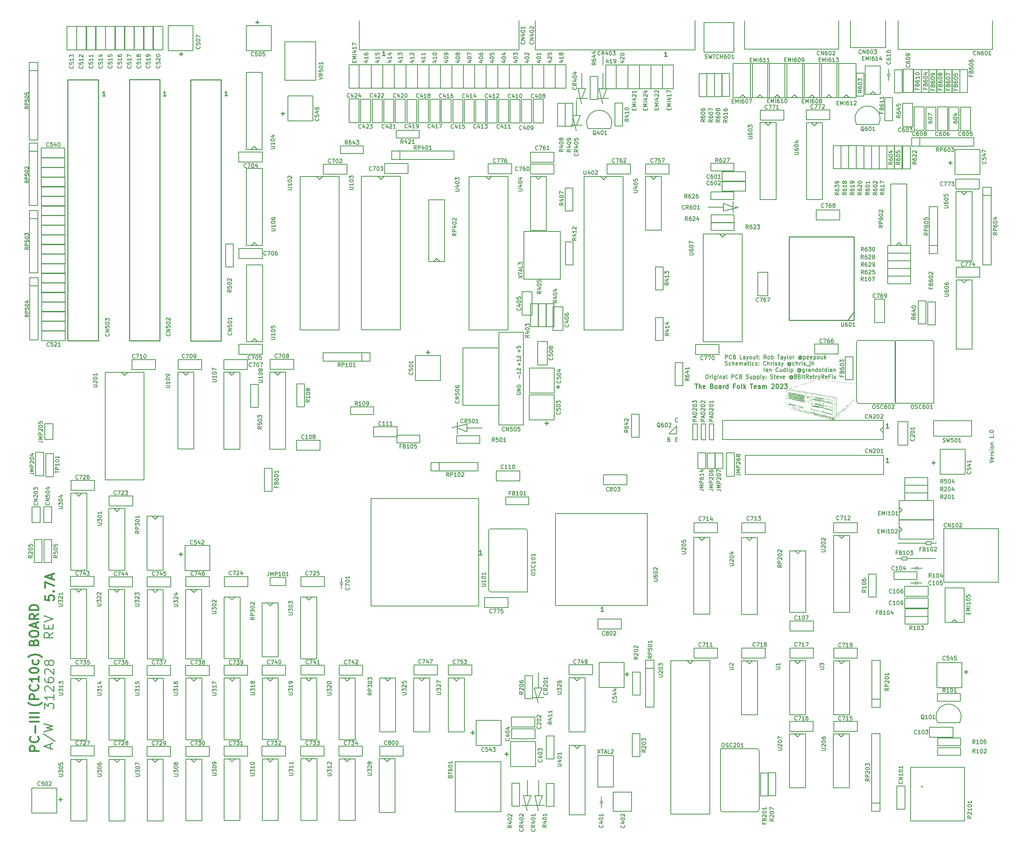
<source format=gbr>
%TF.GenerationSoftware,KiCad,Pcbnew,7.0.6*%
%TF.CreationDate,2023-07-20T11:36:43+01:00*%
%TF.ProjectId,Commodore PC10 III,436f6d6d-6f64-46f7-9265-205043313020,rev?*%
%TF.SameCoordinates,Original*%
%TF.FileFunction,Legend,Top*%
%TF.FilePolarity,Positive*%
%FSLAX46Y46*%
G04 Gerber Fmt 4.6, Leading zero omitted, Abs format (unit mm)*
G04 Created by KiCad (PCBNEW 7.0.6) date 2023-07-20 11:36:43*
%MOMM*%
%LPD*%
G01*
G04 APERTURE LIST*
%ADD10C,0.250000*%
%ADD11C,0.300000*%
%ADD12C,0.260000*%
%ADD13C,0.375000*%
%ADD14C,0.240000*%
%ADD15C,0.600000*%
%ADD16C,0.150000*%
%ADD17C,0.120000*%
G04 APERTURE END LIST*
D10*
X352840000Y-66890000D02*
X362720000Y-66890000D01*
X362720000Y-76740000D01*
X352840000Y-76740000D01*
X352840000Y-66890000D01*
X253920000Y-80830000D02*
X253920000Y-88630000D01*
X349890000Y-75935000D02*
X349890000Y-66295000D01*
X421945000Y-244630000D02*
X429610000Y-244630000D01*
X296910000Y-66285000D02*
X296910000Y-75935000D01*
D11*
X141800000Y-85900000D02*
X151920000Y-85900000D01*
X151920000Y-172480000D01*
X141800000Y-172480000D01*
X141800000Y-85900000D01*
D10*
X238450000Y-75910000D02*
X291430000Y-75910000D01*
X242400000Y-80830000D02*
X242400000Y-88630000D01*
X284770000Y-169590000D02*
X292870000Y-169590000D01*
X292870000Y-200320000D01*
X284770000Y-200320000D01*
X284770000Y-169590000D01*
X401400000Y-66260000D02*
X401400000Y-75220000D01*
X303510000Y-80830000D02*
X303510000Y-88630000D01*
X424765000Y-239510000D02*
X417210000Y-239510000D01*
X397580000Y-75670000D02*
X397580000Y-66260000D01*
X339080000Y-80960000D02*
X339080000Y-88780000D01*
X276760000Y-80830000D02*
X276760000Y-88630000D01*
X291430000Y-75910000D02*
X291430000Y-66270000D01*
X280580000Y-80830000D02*
X280580000Y-88630000D01*
X257750000Y-80830000D02*
X257750000Y-88630000D01*
X250070000Y-80830000D02*
X250070000Y-88630000D01*
X295890000Y-80830000D02*
X295890000Y-88630000D01*
X413100000Y-75220000D02*
X413100000Y-66260000D01*
D11*
X381180000Y-138015000D02*
X402720000Y-138015000D01*
X402720000Y-165665000D01*
X381180000Y-165665000D01*
X381180000Y-138015000D01*
D10*
X246210000Y-80830000D02*
X246210000Y-88630000D01*
X366340000Y-75670000D02*
X397580000Y-75670000D01*
X320280000Y-80960000D02*
X342670000Y-80960000D01*
X342670000Y-88780000D01*
X320280000Y-88780000D01*
X320280000Y-80960000D01*
X417280000Y-66260000D02*
X417280000Y-75765000D01*
X284410000Y-80830000D02*
X284410000Y-88630000D01*
D11*
X182590000Y-85930000D02*
X192650000Y-85930000D01*
X192650000Y-172510000D01*
X182590000Y-172510000D01*
X182590000Y-85930000D01*
D10*
X272800000Y-174730000D02*
X284770000Y-174730000D01*
X284770000Y-193800000D01*
X272800000Y-193800000D01*
X272800000Y-174730000D01*
X327640000Y-80960000D02*
X327640000Y-88780000D01*
X272980000Y-80830000D02*
X272980000Y-88630000D01*
X429010000Y-198900000D02*
X441650000Y-198900000D01*
X441650000Y-204050000D01*
X429010000Y-204050000D01*
X429010000Y-198900000D01*
X238450000Y-66260000D02*
X238450000Y-75910000D01*
D11*
X402720000Y-162965000D02*
X400580000Y-165665000D01*
D10*
X265410000Y-80830000D02*
X265410000Y-88630000D01*
X292060000Y-80830000D02*
X292060000Y-88630000D01*
X317600000Y-309940000D02*
X322780000Y-309940000D01*
X322780000Y-320360000D01*
X317600000Y-320360000D01*
X317600000Y-309940000D01*
X448580000Y-75790000D02*
X448580000Y-66260000D01*
D11*
X162220000Y-85860000D02*
X172360000Y-85860000D01*
X172360000Y-172440000D01*
X162220000Y-172440000D01*
X162220000Y-85860000D01*
D10*
X296910000Y-75935000D02*
X349890000Y-75935000D01*
X288210000Y-80830000D02*
X288210000Y-88630000D01*
X293080000Y-136120000D02*
X305170000Y-136120000D01*
X305170000Y-152010000D01*
X293080000Y-152010000D01*
X293080000Y-136120000D01*
X269210000Y-80830000D02*
X269210000Y-88630000D01*
X303550000Y-229700000D02*
X334060000Y-229700000D01*
X334060000Y-260220000D01*
X303550000Y-260220000D01*
X303550000Y-229700000D01*
X238410000Y-80830000D02*
X238410000Y-88630000D01*
X401400000Y-75220000D02*
X413100000Y-75220000D01*
X323730000Y-80960000D02*
X323730000Y-88780000D01*
X335220000Y-80960000D02*
X335220000Y-88780000D01*
X432470000Y-234730000D02*
X450560000Y-234730000D01*
X450560000Y-252450000D01*
X432470000Y-252450000D01*
X432470000Y-234730000D01*
X366340000Y-66260000D02*
X366340000Y-75655000D01*
X242380000Y-224730000D02*
X278110000Y-224730000D01*
X278110000Y-260330000D01*
X242380000Y-260330000D01*
X242380000Y-224730000D01*
X319320000Y-78030000D02*
X319320000Y-80970000D01*
X299710000Y-80830000D02*
X299710000Y-88630000D01*
X235080000Y-80830000D02*
X307070000Y-80830000D01*
X307070000Y-88630000D01*
X235080000Y-88630000D01*
X235080000Y-80830000D01*
X417280000Y-75790000D02*
X448580000Y-75790000D01*
X331420000Y-80960000D02*
X331420000Y-88780000D01*
X261580000Y-80830000D02*
X261580000Y-88630000D01*
X322740000Y-322060000D02*
X328760000Y-322060000D01*
X328760000Y-328390000D01*
X322740000Y-328390000D01*
X322740000Y-322060000D01*
X134400000Y-209790000D02*
X136950000Y-209790000D01*
X136950000Y-217480000D01*
X134400000Y-217480000D01*
X134400000Y-209790000D01*
X366570000Y-210360000D02*
X412420000Y-210360000D01*
X412420000Y-216740000D01*
X366570000Y-216740000D01*
X366570000Y-210360000D01*
D12*
X282280718Y-79522281D02*
X283147384Y-79522281D01*
X281785480Y-79831805D02*
X282714051Y-80141328D01*
X282714051Y-80141328D02*
X282714051Y-79336567D01*
X281847384Y-78593710D02*
X281847384Y-78469900D01*
X281847384Y-78469900D02*
X281909289Y-78346091D01*
X281909289Y-78346091D02*
X281971194Y-78284186D01*
X281971194Y-78284186D02*
X282095003Y-78222281D01*
X282095003Y-78222281D02*
X282342622Y-78160376D01*
X282342622Y-78160376D02*
X282652146Y-78160376D01*
X282652146Y-78160376D02*
X282899765Y-78222281D01*
X282899765Y-78222281D02*
X283023575Y-78284186D01*
X283023575Y-78284186D02*
X283085480Y-78346091D01*
X283085480Y-78346091D02*
X283147384Y-78469900D01*
X283147384Y-78469900D02*
X283147384Y-78593710D01*
X283147384Y-78593710D02*
X283085480Y-78717519D01*
X283085480Y-78717519D02*
X283023575Y-78779424D01*
X283023575Y-78779424D02*
X282899765Y-78841329D01*
X282899765Y-78841329D02*
X282652146Y-78903233D01*
X282652146Y-78903233D02*
X282342622Y-78903233D01*
X282342622Y-78903233D02*
X282095003Y-78841329D01*
X282095003Y-78841329D02*
X281971194Y-78779424D01*
X281971194Y-78779424D02*
X281909289Y-78717519D01*
X281909289Y-78717519D02*
X281847384Y-78593710D01*
X281847384Y-76984186D02*
X281847384Y-77603234D01*
X281847384Y-77603234D02*
X282466432Y-77665138D01*
X282466432Y-77665138D02*
X282404527Y-77603234D01*
X282404527Y-77603234D02*
X282342622Y-77479424D01*
X282342622Y-77479424D02*
X282342622Y-77169900D01*
X282342622Y-77169900D02*
X282404527Y-77046091D01*
X282404527Y-77046091D02*
X282466432Y-76984186D01*
X282466432Y-76984186D02*
X282590241Y-76922281D01*
X282590241Y-76922281D02*
X282899765Y-76922281D01*
X282899765Y-76922281D02*
X283023575Y-76984186D01*
X283023575Y-76984186D02*
X283085480Y-77046091D01*
X283085480Y-77046091D02*
X283147384Y-77169900D01*
X283147384Y-77169900D02*
X283147384Y-77479424D01*
X283147384Y-77479424D02*
X283085480Y-77603234D01*
X283085480Y-77603234D02*
X283023575Y-77665138D01*
D11*
X286834510Y-309549400D02*
X287977368Y-309549400D01*
X287405939Y-310120828D02*
X287405939Y-308977971D01*
D12*
X447627384Y-212885138D02*
X448927384Y-212451805D01*
X448927384Y-212451805D02*
X447627384Y-212018471D01*
X448865480Y-211089900D02*
X448927384Y-211213709D01*
X448927384Y-211213709D02*
X448927384Y-211461328D01*
X448927384Y-211461328D02*
X448865480Y-211585138D01*
X448865480Y-211585138D02*
X448741670Y-211647042D01*
X448741670Y-211647042D02*
X448246432Y-211647042D01*
X448246432Y-211647042D02*
X448122622Y-211585138D01*
X448122622Y-211585138D02*
X448060718Y-211461328D01*
X448060718Y-211461328D02*
X448060718Y-211213709D01*
X448060718Y-211213709D02*
X448122622Y-211089900D01*
X448122622Y-211089900D02*
X448246432Y-211027995D01*
X448246432Y-211027995D02*
X448370241Y-211027995D01*
X448370241Y-211027995D02*
X448494051Y-211647042D01*
X448927384Y-210470852D02*
X448060718Y-210470852D01*
X448308337Y-210470852D02*
X448184527Y-210408947D01*
X448184527Y-210408947D02*
X448122622Y-210347042D01*
X448122622Y-210347042D02*
X448060718Y-210223233D01*
X448060718Y-210223233D02*
X448060718Y-210099423D01*
X448865480Y-209727994D02*
X448927384Y-209604185D01*
X448927384Y-209604185D02*
X448927384Y-209356566D01*
X448927384Y-209356566D02*
X448865480Y-209232756D01*
X448865480Y-209232756D02*
X448741670Y-209170852D01*
X448741670Y-209170852D02*
X448679765Y-209170852D01*
X448679765Y-209170852D02*
X448555956Y-209232756D01*
X448555956Y-209232756D02*
X448494051Y-209356566D01*
X448494051Y-209356566D02*
X448494051Y-209542280D01*
X448494051Y-209542280D02*
X448432146Y-209666090D01*
X448432146Y-209666090D02*
X448308337Y-209727994D01*
X448308337Y-209727994D02*
X448246432Y-209727994D01*
X448246432Y-209727994D02*
X448122622Y-209666090D01*
X448122622Y-209666090D02*
X448060718Y-209542280D01*
X448060718Y-209542280D02*
X448060718Y-209356566D01*
X448060718Y-209356566D02*
X448122622Y-209232756D01*
X448927384Y-208613709D02*
X448060718Y-208613709D01*
X447627384Y-208613709D02*
X447689289Y-208675613D01*
X447689289Y-208675613D02*
X447751194Y-208613709D01*
X447751194Y-208613709D02*
X447689289Y-208551804D01*
X447689289Y-208551804D02*
X447627384Y-208613709D01*
X447627384Y-208613709D02*
X447751194Y-208613709D01*
X448927384Y-207808946D02*
X448865480Y-207932756D01*
X448865480Y-207932756D02*
X448803575Y-207994661D01*
X448803575Y-207994661D02*
X448679765Y-208056565D01*
X448679765Y-208056565D02*
X448308337Y-208056565D01*
X448308337Y-208056565D02*
X448184527Y-207994661D01*
X448184527Y-207994661D02*
X448122622Y-207932756D01*
X448122622Y-207932756D02*
X448060718Y-207808946D01*
X448060718Y-207808946D02*
X448060718Y-207623232D01*
X448060718Y-207623232D02*
X448122622Y-207499423D01*
X448122622Y-207499423D02*
X448184527Y-207437518D01*
X448184527Y-207437518D02*
X448308337Y-207375613D01*
X448308337Y-207375613D02*
X448679765Y-207375613D01*
X448679765Y-207375613D02*
X448803575Y-207437518D01*
X448803575Y-207437518D02*
X448865480Y-207499423D01*
X448865480Y-207499423D02*
X448927384Y-207623232D01*
X448927384Y-207623232D02*
X448927384Y-207808946D01*
X448060718Y-206818471D02*
X448927384Y-206818471D01*
X448184527Y-206818471D02*
X448122622Y-206756566D01*
X448122622Y-206756566D02*
X448060718Y-206632756D01*
X448060718Y-206632756D02*
X448060718Y-206447042D01*
X448060718Y-206447042D02*
X448122622Y-206323233D01*
X448122622Y-206323233D02*
X448246432Y-206261328D01*
X448246432Y-206261328D02*
X448927384Y-206261328D01*
X448927384Y-203970852D02*
X448927384Y-204713709D01*
X448927384Y-204342281D02*
X447627384Y-204342281D01*
X447627384Y-204342281D02*
X447813099Y-204466090D01*
X447813099Y-204466090D02*
X447936908Y-204589900D01*
X447936908Y-204589900D02*
X447998813Y-204713709D01*
X448803575Y-203413710D02*
X448865480Y-203351805D01*
X448865480Y-203351805D02*
X448927384Y-203413710D01*
X448927384Y-203413710D02*
X448865480Y-203475614D01*
X448865480Y-203475614D02*
X448803575Y-203413710D01*
X448803575Y-203413710D02*
X448927384Y-203413710D01*
X447627384Y-202547043D02*
X447627384Y-202423233D01*
X447627384Y-202423233D02*
X447689289Y-202299424D01*
X447689289Y-202299424D02*
X447751194Y-202237519D01*
X447751194Y-202237519D02*
X447875003Y-202175614D01*
X447875003Y-202175614D02*
X448122622Y-202113709D01*
X448122622Y-202113709D02*
X448432146Y-202113709D01*
X448432146Y-202113709D02*
X448679765Y-202175614D01*
X448679765Y-202175614D02*
X448803575Y-202237519D01*
X448803575Y-202237519D02*
X448865480Y-202299424D01*
X448865480Y-202299424D02*
X448927384Y-202423233D01*
X448927384Y-202423233D02*
X448927384Y-202547043D01*
X448927384Y-202547043D02*
X448865480Y-202670852D01*
X448865480Y-202670852D02*
X448803575Y-202732757D01*
X448803575Y-202732757D02*
X448679765Y-202794662D01*
X448679765Y-202794662D02*
X448432146Y-202856566D01*
X448432146Y-202856566D02*
X448122622Y-202856566D01*
X448122622Y-202856566D02*
X447875003Y-202794662D01*
X447875003Y-202794662D02*
X447751194Y-202732757D01*
X447751194Y-202732757D02*
X447689289Y-202670852D01*
X447689289Y-202670852D02*
X447627384Y-202547043D01*
X236756432Y-80109424D02*
X236756432Y-79676090D01*
X237437384Y-79490376D02*
X237437384Y-80109424D01*
X237437384Y-80109424D02*
X236137384Y-80109424D01*
X236137384Y-80109424D02*
X236137384Y-79490376D01*
X237437384Y-78933234D02*
X236137384Y-78933234D01*
X236137384Y-78933234D02*
X237065956Y-78499900D01*
X237065956Y-78499900D02*
X236137384Y-78066567D01*
X236137384Y-78066567D02*
X237437384Y-78066567D01*
X237437384Y-77447520D02*
X236137384Y-77447520D01*
X236570718Y-76271329D02*
X237437384Y-76271329D01*
X236075480Y-76580853D02*
X237004051Y-76890376D01*
X237004051Y-76890376D02*
X237004051Y-76085615D01*
X237437384Y-74909424D02*
X237437384Y-75652281D01*
X237437384Y-75280853D02*
X236137384Y-75280853D01*
X236137384Y-75280853D02*
X236323099Y-75404662D01*
X236323099Y-75404662D02*
X236446908Y-75528472D01*
X236446908Y-75528472D02*
X236508813Y-75652281D01*
X236137384Y-74476091D02*
X236137384Y-73609425D01*
X236137384Y-73609425D02*
X237437384Y-74166567D01*
D11*
X260774510Y-176259400D02*
X261917368Y-176259400D01*
X261345939Y-176830828D02*
X261345939Y-175687971D01*
X178804510Y-77409400D02*
X179947368Y-77409400D01*
X179375939Y-77980828D02*
X179375939Y-76837971D01*
D12*
X251800718Y-79522281D02*
X252667384Y-79522281D01*
X251305480Y-79831805D02*
X252234051Y-80141328D01*
X252234051Y-80141328D02*
X252234051Y-79336567D01*
X252667384Y-78160376D02*
X252667384Y-78903233D01*
X252667384Y-78531805D02*
X251367384Y-78531805D01*
X251367384Y-78531805D02*
X251553099Y-78655614D01*
X251553099Y-78655614D02*
X251676908Y-78779424D01*
X251676908Y-78779424D02*
X251738813Y-78903233D01*
X251367384Y-77727043D02*
X251367384Y-76922281D01*
X251367384Y-76922281D02*
X251862622Y-77355615D01*
X251862622Y-77355615D02*
X251862622Y-77169900D01*
X251862622Y-77169900D02*
X251924527Y-77046091D01*
X251924527Y-77046091D02*
X251986432Y-76984186D01*
X251986432Y-76984186D02*
X252110241Y-76922281D01*
X252110241Y-76922281D02*
X252419765Y-76922281D01*
X252419765Y-76922281D02*
X252543575Y-76984186D01*
X252543575Y-76984186D02*
X252605480Y-77046091D01*
X252605480Y-77046091D02*
X252667384Y-77169900D01*
X252667384Y-77169900D02*
X252667384Y-77541329D01*
X252667384Y-77541329D02*
X252605480Y-77665138D01*
X252605480Y-77665138D02*
X252543575Y-77727043D01*
X305210718Y-79522281D02*
X306077384Y-79522281D01*
X304715480Y-79831805D02*
X305644051Y-80141328D01*
X305644051Y-80141328D02*
X305644051Y-79336567D01*
X306077384Y-78160376D02*
X306077384Y-78903233D01*
X306077384Y-78531805D02*
X304777384Y-78531805D01*
X304777384Y-78531805D02*
X304963099Y-78655614D01*
X304963099Y-78655614D02*
X305086908Y-78779424D01*
X305086908Y-78779424D02*
X305148813Y-78903233D01*
X305334527Y-77417519D02*
X305272622Y-77541329D01*
X305272622Y-77541329D02*
X305210718Y-77603234D01*
X305210718Y-77603234D02*
X305086908Y-77665138D01*
X305086908Y-77665138D02*
X305025003Y-77665138D01*
X305025003Y-77665138D02*
X304901194Y-77603234D01*
X304901194Y-77603234D02*
X304839289Y-77541329D01*
X304839289Y-77541329D02*
X304777384Y-77417519D01*
X304777384Y-77417519D02*
X304777384Y-77169900D01*
X304777384Y-77169900D02*
X304839289Y-77046091D01*
X304839289Y-77046091D02*
X304901194Y-76984186D01*
X304901194Y-76984186D02*
X305025003Y-76922281D01*
X305025003Y-76922281D02*
X305086908Y-76922281D01*
X305086908Y-76922281D02*
X305210718Y-76984186D01*
X305210718Y-76984186D02*
X305272622Y-77046091D01*
X305272622Y-77046091D02*
X305334527Y-77169900D01*
X305334527Y-77169900D02*
X305334527Y-77417519D01*
X305334527Y-77417519D02*
X305396432Y-77541329D01*
X305396432Y-77541329D02*
X305458337Y-77603234D01*
X305458337Y-77603234D02*
X305582146Y-77665138D01*
X305582146Y-77665138D02*
X305829765Y-77665138D01*
X305829765Y-77665138D02*
X305953575Y-77603234D01*
X305953575Y-77603234D02*
X306015480Y-77541329D01*
X306015480Y-77541329D02*
X306077384Y-77417519D01*
X306077384Y-77417519D02*
X306077384Y-77169900D01*
X306077384Y-77169900D02*
X306015480Y-77046091D01*
X306015480Y-77046091D02*
X305953575Y-76984186D01*
X305953575Y-76984186D02*
X305829765Y-76922281D01*
X305829765Y-76922281D02*
X305582146Y-76922281D01*
X305582146Y-76922281D02*
X305458337Y-76984186D01*
X305458337Y-76984186D02*
X305396432Y-77046091D01*
X305396432Y-77046091D02*
X305334527Y-77169900D01*
D11*
X194770225Y-91220828D02*
X193913082Y-91220828D01*
X194341653Y-91220828D02*
X194341653Y-89720828D01*
X194341653Y-89720828D02*
X194198796Y-89935114D01*
X194198796Y-89935114D02*
X194055939Y-90077971D01*
X194055939Y-90077971D02*
X193913082Y-90149400D01*
D12*
X343420575Y-205156432D02*
X343853909Y-205156432D01*
X344039623Y-205837384D02*
X343420575Y-205837384D01*
X343420575Y-205837384D02*
X343420575Y-204537384D01*
X343420575Y-204537384D02*
X344039623Y-204537384D01*
D11*
X319590225Y-262210828D02*
X318733082Y-262210828D01*
X319161653Y-262210828D02*
X319161653Y-260710828D01*
X319161653Y-260710828D02*
X319018796Y-260925114D01*
X319018796Y-260925114D02*
X318875939Y-261067971D01*
X318875939Y-261067971D02*
X318733082Y-261139400D01*
D13*
X134093357Y-294524718D02*
X134093357Y-292667575D01*
X134093357Y-292667575D02*
X135236214Y-293667575D01*
X135236214Y-293667575D02*
X135236214Y-293239004D01*
X135236214Y-293239004D02*
X135379071Y-292953290D01*
X135379071Y-292953290D02*
X135521928Y-292810432D01*
X135521928Y-292810432D02*
X135807642Y-292667575D01*
X135807642Y-292667575D02*
X136521928Y-292667575D01*
X136521928Y-292667575D02*
X136807642Y-292810432D01*
X136807642Y-292810432D02*
X136950500Y-292953290D01*
X136950500Y-292953290D02*
X137093357Y-293239004D01*
X137093357Y-293239004D02*
X137093357Y-294096147D01*
X137093357Y-294096147D02*
X136950500Y-294381861D01*
X136950500Y-294381861D02*
X136807642Y-294524718D01*
X137093357Y-289810432D02*
X137093357Y-291524718D01*
X137093357Y-290667575D02*
X134093357Y-290667575D01*
X134093357Y-290667575D02*
X134521928Y-290953289D01*
X134521928Y-290953289D02*
X134807642Y-291239004D01*
X134807642Y-291239004D02*
X134950500Y-291524718D01*
X134379071Y-288667575D02*
X134236214Y-288524718D01*
X134236214Y-288524718D02*
X134093357Y-288239004D01*
X134093357Y-288239004D02*
X134093357Y-287524718D01*
X134093357Y-287524718D02*
X134236214Y-287239004D01*
X134236214Y-287239004D02*
X134379071Y-287096146D01*
X134379071Y-287096146D02*
X134664785Y-286953289D01*
X134664785Y-286953289D02*
X134950500Y-286953289D01*
X134950500Y-286953289D02*
X135379071Y-287096146D01*
X135379071Y-287096146D02*
X137093357Y-288810432D01*
X137093357Y-288810432D02*
X137093357Y-286953289D01*
X134093357Y-284381861D02*
X134093357Y-284953289D01*
X134093357Y-284953289D02*
X134236214Y-285239003D01*
X134236214Y-285239003D02*
X134379071Y-285381861D01*
X134379071Y-285381861D02*
X134807642Y-285667575D01*
X134807642Y-285667575D02*
X135379071Y-285810432D01*
X135379071Y-285810432D02*
X136521928Y-285810432D01*
X136521928Y-285810432D02*
X136807642Y-285667575D01*
X136807642Y-285667575D02*
X136950500Y-285524718D01*
X136950500Y-285524718D02*
X137093357Y-285239003D01*
X137093357Y-285239003D02*
X137093357Y-284667575D01*
X137093357Y-284667575D02*
X136950500Y-284381861D01*
X136950500Y-284381861D02*
X136807642Y-284239003D01*
X136807642Y-284239003D02*
X136521928Y-284096146D01*
X136521928Y-284096146D02*
X135807642Y-284096146D01*
X135807642Y-284096146D02*
X135521928Y-284239003D01*
X135521928Y-284239003D02*
X135379071Y-284381861D01*
X135379071Y-284381861D02*
X135236214Y-284667575D01*
X135236214Y-284667575D02*
X135236214Y-285239003D01*
X135236214Y-285239003D02*
X135379071Y-285524718D01*
X135379071Y-285524718D02*
X135521928Y-285667575D01*
X135521928Y-285667575D02*
X135807642Y-285810432D01*
X134379071Y-282953289D02*
X134236214Y-282810432D01*
X134236214Y-282810432D02*
X134093357Y-282524718D01*
X134093357Y-282524718D02*
X134093357Y-281810432D01*
X134093357Y-281810432D02*
X134236214Y-281524718D01*
X134236214Y-281524718D02*
X134379071Y-281381860D01*
X134379071Y-281381860D02*
X134664785Y-281239003D01*
X134664785Y-281239003D02*
X134950500Y-281239003D01*
X134950500Y-281239003D02*
X135379071Y-281381860D01*
X135379071Y-281381860D02*
X137093357Y-283096146D01*
X137093357Y-283096146D02*
X137093357Y-281239003D01*
X135379071Y-279524717D02*
X135236214Y-279810432D01*
X135236214Y-279810432D02*
X135093357Y-279953289D01*
X135093357Y-279953289D02*
X134807642Y-280096146D01*
X134807642Y-280096146D02*
X134664785Y-280096146D01*
X134664785Y-280096146D02*
X134379071Y-279953289D01*
X134379071Y-279953289D02*
X134236214Y-279810432D01*
X134236214Y-279810432D02*
X134093357Y-279524717D01*
X134093357Y-279524717D02*
X134093357Y-278953289D01*
X134093357Y-278953289D02*
X134236214Y-278667575D01*
X134236214Y-278667575D02*
X134379071Y-278524717D01*
X134379071Y-278524717D02*
X134664785Y-278381860D01*
X134664785Y-278381860D02*
X134807642Y-278381860D01*
X134807642Y-278381860D02*
X135093357Y-278524717D01*
X135093357Y-278524717D02*
X135236214Y-278667575D01*
X135236214Y-278667575D02*
X135379071Y-278953289D01*
X135379071Y-278953289D02*
X135379071Y-279524717D01*
X135379071Y-279524717D02*
X135521928Y-279810432D01*
X135521928Y-279810432D02*
X135664785Y-279953289D01*
X135664785Y-279953289D02*
X135950500Y-280096146D01*
X135950500Y-280096146D02*
X136521928Y-280096146D01*
X136521928Y-280096146D02*
X136807642Y-279953289D01*
X136807642Y-279953289D02*
X136950500Y-279810432D01*
X136950500Y-279810432D02*
X137093357Y-279524717D01*
X137093357Y-279524717D02*
X137093357Y-278953289D01*
X137093357Y-278953289D02*
X136950500Y-278667575D01*
X136950500Y-278667575D02*
X136807642Y-278524717D01*
X136807642Y-278524717D02*
X136521928Y-278381860D01*
X136521928Y-278381860D02*
X135950500Y-278381860D01*
X135950500Y-278381860D02*
X135664785Y-278524717D01*
X135664785Y-278524717D02*
X135521928Y-278667575D01*
X135521928Y-278667575D02*
X135379071Y-278953289D01*
D11*
X428504510Y-212909400D02*
X429647368Y-212909400D01*
X429075939Y-213480828D02*
X429075939Y-212337971D01*
D12*
X255700718Y-79522281D02*
X256567384Y-79522281D01*
X255205480Y-79831805D02*
X256134051Y-80141328D01*
X256134051Y-80141328D02*
X256134051Y-79336567D01*
X256567384Y-78160376D02*
X256567384Y-78903233D01*
X256567384Y-78531805D02*
X255267384Y-78531805D01*
X255267384Y-78531805D02*
X255453099Y-78655614D01*
X255453099Y-78655614D02*
X255576908Y-78779424D01*
X255576908Y-78779424D02*
X255638813Y-78903233D01*
X255391194Y-77665138D02*
X255329289Y-77603234D01*
X255329289Y-77603234D02*
X255267384Y-77479424D01*
X255267384Y-77479424D02*
X255267384Y-77169900D01*
X255267384Y-77169900D02*
X255329289Y-77046091D01*
X255329289Y-77046091D02*
X255391194Y-76984186D01*
X255391194Y-76984186D02*
X255515003Y-76922281D01*
X255515003Y-76922281D02*
X255638813Y-76922281D01*
X255638813Y-76922281D02*
X255824527Y-76984186D01*
X255824527Y-76984186D02*
X256567384Y-77727043D01*
X256567384Y-77727043D02*
X256567384Y-76922281D01*
X240480718Y-79522281D02*
X241347384Y-79522281D01*
X239985480Y-79831805D02*
X240914051Y-80141328D01*
X240914051Y-80141328D02*
X240914051Y-79336567D01*
X241347384Y-78160376D02*
X241347384Y-78903233D01*
X241347384Y-78531805D02*
X240047384Y-78531805D01*
X240047384Y-78531805D02*
X240233099Y-78655614D01*
X240233099Y-78655614D02*
X240356908Y-78779424D01*
X240356908Y-78779424D02*
X240418813Y-78903233D01*
X240047384Y-77046091D02*
X240047384Y-77293710D01*
X240047384Y-77293710D02*
X240109289Y-77417519D01*
X240109289Y-77417519D02*
X240171194Y-77479424D01*
X240171194Y-77479424D02*
X240356908Y-77603234D01*
X240356908Y-77603234D02*
X240604527Y-77665138D01*
X240604527Y-77665138D02*
X241099765Y-77665138D01*
X241099765Y-77665138D02*
X241223575Y-77603234D01*
X241223575Y-77603234D02*
X241285480Y-77541329D01*
X241285480Y-77541329D02*
X241347384Y-77417519D01*
X241347384Y-77417519D02*
X241347384Y-77169900D01*
X241347384Y-77169900D02*
X241285480Y-77046091D01*
X241285480Y-77046091D02*
X241223575Y-76984186D01*
X241223575Y-76984186D02*
X241099765Y-76922281D01*
X241099765Y-76922281D02*
X240790241Y-76922281D01*
X240790241Y-76922281D02*
X240666432Y-76984186D01*
X240666432Y-76984186D02*
X240604527Y-77046091D01*
X240604527Y-77046091D02*
X240542622Y-77169900D01*
X240542622Y-77169900D02*
X240542622Y-77417519D01*
X240542622Y-77417519D02*
X240604527Y-77541329D01*
X240604527Y-77541329D02*
X240666432Y-77603234D01*
X240666432Y-77603234D02*
X240790241Y-77665138D01*
X244210718Y-79522281D02*
X245077384Y-79522281D01*
X243715480Y-79831805D02*
X244644051Y-80141328D01*
X244644051Y-80141328D02*
X244644051Y-79336567D01*
X245077384Y-78160376D02*
X245077384Y-78903233D01*
X245077384Y-78531805D02*
X243777384Y-78531805D01*
X243777384Y-78531805D02*
X243963099Y-78655614D01*
X243963099Y-78655614D02*
X244086908Y-78779424D01*
X244086908Y-78779424D02*
X244148813Y-78903233D01*
X243777384Y-76984186D02*
X243777384Y-77603234D01*
X243777384Y-77603234D02*
X244396432Y-77665138D01*
X244396432Y-77665138D02*
X244334527Y-77603234D01*
X244334527Y-77603234D02*
X244272622Y-77479424D01*
X244272622Y-77479424D02*
X244272622Y-77169900D01*
X244272622Y-77169900D02*
X244334527Y-77046091D01*
X244334527Y-77046091D02*
X244396432Y-76984186D01*
X244396432Y-76984186D02*
X244520241Y-76922281D01*
X244520241Y-76922281D02*
X244829765Y-76922281D01*
X244829765Y-76922281D02*
X244953575Y-76984186D01*
X244953575Y-76984186D02*
X245015480Y-77046091D01*
X245015480Y-77046091D02*
X245077384Y-77169900D01*
X245077384Y-77169900D02*
X245077384Y-77479424D01*
X245077384Y-77479424D02*
X245015480Y-77603234D01*
X245015480Y-77603234D02*
X244953575Y-77665138D01*
X286160718Y-79522281D02*
X287027384Y-79522281D01*
X285665480Y-79831805D02*
X286594051Y-80141328D01*
X286594051Y-80141328D02*
X286594051Y-79336567D01*
X285727384Y-78593710D02*
X285727384Y-78469900D01*
X285727384Y-78469900D02*
X285789289Y-78346091D01*
X285789289Y-78346091D02*
X285851194Y-78284186D01*
X285851194Y-78284186D02*
X285975003Y-78222281D01*
X285975003Y-78222281D02*
X286222622Y-78160376D01*
X286222622Y-78160376D02*
X286532146Y-78160376D01*
X286532146Y-78160376D02*
X286779765Y-78222281D01*
X286779765Y-78222281D02*
X286903575Y-78284186D01*
X286903575Y-78284186D02*
X286965480Y-78346091D01*
X286965480Y-78346091D02*
X287027384Y-78469900D01*
X287027384Y-78469900D02*
X287027384Y-78593710D01*
X287027384Y-78593710D02*
X286965480Y-78717519D01*
X286965480Y-78717519D02*
X286903575Y-78779424D01*
X286903575Y-78779424D02*
X286779765Y-78841329D01*
X286779765Y-78841329D02*
X286532146Y-78903233D01*
X286532146Y-78903233D02*
X286222622Y-78903233D01*
X286222622Y-78903233D02*
X285975003Y-78841329D01*
X285975003Y-78841329D02*
X285851194Y-78779424D01*
X285851194Y-78779424D02*
X285789289Y-78717519D01*
X285789289Y-78717519D02*
X285727384Y-78593710D01*
X286160718Y-77046091D02*
X287027384Y-77046091D01*
X285665480Y-77355615D02*
X286594051Y-77665138D01*
X286594051Y-77665138D02*
X286594051Y-76860377D01*
D11*
X340630225Y-78180828D02*
X339773082Y-78180828D01*
X340201653Y-78180828D02*
X340201653Y-76680828D01*
X340201653Y-76680828D02*
X340058796Y-76895114D01*
X340058796Y-76895114D02*
X339915939Y-77037971D01*
X339915939Y-77037971D02*
X339773082Y-77109400D01*
X303894510Y-187749400D02*
X305037368Y-187749400D01*
X304465939Y-188320828D02*
X304465939Y-187177971D01*
D12*
X344083432Y-199233575D02*
X344021528Y-199295480D01*
X344021528Y-199295480D02*
X343835813Y-199357384D01*
X343835813Y-199357384D02*
X343712004Y-199357384D01*
X343712004Y-199357384D02*
X343526290Y-199295480D01*
X343526290Y-199295480D02*
X343402480Y-199171670D01*
X343402480Y-199171670D02*
X343340575Y-199047860D01*
X343340575Y-199047860D02*
X343278671Y-198800241D01*
X343278671Y-198800241D02*
X343278671Y-198614527D01*
X343278671Y-198614527D02*
X343340575Y-198366908D01*
X343340575Y-198366908D02*
X343402480Y-198243099D01*
X343402480Y-198243099D02*
X343526290Y-198119289D01*
X343526290Y-198119289D02*
X343712004Y-198057384D01*
X343712004Y-198057384D02*
X343835813Y-198057384D01*
X343835813Y-198057384D02*
X344021528Y-198119289D01*
X344021528Y-198119289D02*
X344083432Y-198181194D01*
D14*
X291533520Y-180626391D02*
X291533520Y-179712106D01*
X291990662Y-180169248D02*
X291076377Y-180169248D01*
X291990662Y-178512106D02*
X291990662Y-179197820D01*
X291990662Y-178854963D02*
X290790662Y-178854963D01*
X290790662Y-178854963D02*
X290962091Y-178969249D01*
X290962091Y-178969249D02*
X291076377Y-179083534D01*
X291076377Y-179083534D02*
X291133520Y-179197820D01*
X290904948Y-178054963D02*
X290847805Y-177997820D01*
X290847805Y-177997820D02*
X290790662Y-177883535D01*
X290790662Y-177883535D02*
X290790662Y-177597820D01*
X290790662Y-177597820D02*
X290847805Y-177483535D01*
X290847805Y-177483535D02*
X290904948Y-177426392D01*
X290904948Y-177426392D02*
X291019234Y-177369249D01*
X291019234Y-177369249D02*
X291133520Y-177369249D01*
X291133520Y-177369249D02*
X291304948Y-177426392D01*
X291304948Y-177426392D02*
X291990662Y-178112106D01*
X291990662Y-178112106D02*
X291990662Y-177369249D01*
D11*
X414240225Y-212850828D02*
X413383082Y-212850828D01*
X413811653Y-212850828D02*
X413811653Y-211350828D01*
X413811653Y-211350828D02*
X413668796Y-211565114D01*
X413668796Y-211565114D02*
X413525939Y-211707971D01*
X413525939Y-211707971D02*
X413383082Y-211779400D01*
D15*
X133144514Y-292423835D02*
X133001657Y-292566692D01*
X133001657Y-292566692D02*
X132573085Y-292852406D01*
X132573085Y-292852406D02*
X132287371Y-292995264D01*
X132287371Y-292995264D02*
X131858800Y-293138121D01*
X131858800Y-293138121D02*
X131144514Y-293280978D01*
X131144514Y-293280978D02*
X130573085Y-293280978D01*
X130573085Y-293280978D02*
X129858800Y-293138121D01*
X129858800Y-293138121D02*
X129430228Y-292995264D01*
X129430228Y-292995264D02*
X129144514Y-292852406D01*
X129144514Y-292852406D02*
X128715942Y-292566692D01*
X128715942Y-292566692D02*
X128573085Y-292423835D01*
X132001657Y-291280978D02*
X129001657Y-291280978D01*
X129001657Y-291280978D02*
X129001657Y-290138121D01*
X129001657Y-290138121D02*
X129144514Y-289852406D01*
X129144514Y-289852406D02*
X129287371Y-289709549D01*
X129287371Y-289709549D02*
X129573085Y-289566692D01*
X129573085Y-289566692D02*
X130001657Y-289566692D01*
X130001657Y-289566692D02*
X130287371Y-289709549D01*
X130287371Y-289709549D02*
X130430228Y-289852406D01*
X130430228Y-289852406D02*
X130573085Y-290138121D01*
X130573085Y-290138121D02*
X130573085Y-291280978D01*
X131715942Y-286566692D02*
X131858800Y-286709549D01*
X131858800Y-286709549D02*
X132001657Y-287138121D01*
X132001657Y-287138121D02*
X132001657Y-287423835D01*
X132001657Y-287423835D02*
X131858800Y-287852406D01*
X131858800Y-287852406D02*
X131573085Y-288138121D01*
X131573085Y-288138121D02*
X131287371Y-288280978D01*
X131287371Y-288280978D02*
X130715942Y-288423835D01*
X130715942Y-288423835D02*
X130287371Y-288423835D01*
X130287371Y-288423835D02*
X129715942Y-288280978D01*
X129715942Y-288280978D02*
X129430228Y-288138121D01*
X129430228Y-288138121D02*
X129144514Y-287852406D01*
X129144514Y-287852406D02*
X129001657Y-287423835D01*
X129001657Y-287423835D02*
X129001657Y-287138121D01*
X129001657Y-287138121D02*
X129144514Y-286709549D01*
X129144514Y-286709549D02*
X129287371Y-286566692D01*
X132001657Y-283709549D02*
X132001657Y-285423835D01*
X132001657Y-284566692D02*
X129001657Y-284566692D01*
X129001657Y-284566692D02*
X129430228Y-284852406D01*
X129430228Y-284852406D02*
X129715942Y-285138121D01*
X129715942Y-285138121D02*
X129858800Y-285423835D01*
X129001657Y-281852406D02*
X129001657Y-281566692D01*
X129001657Y-281566692D02*
X129144514Y-281280978D01*
X129144514Y-281280978D02*
X129287371Y-281138121D01*
X129287371Y-281138121D02*
X129573085Y-280995263D01*
X129573085Y-280995263D02*
X130144514Y-280852406D01*
X130144514Y-280852406D02*
X130858800Y-280852406D01*
X130858800Y-280852406D02*
X131430228Y-280995263D01*
X131430228Y-280995263D02*
X131715942Y-281138121D01*
X131715942Y-281138121D02*
X131858800Y-281280978D01*
X131858800Y-281280978D02*
X132001657Y-281566692D01*
X132001657Y-281566692D02*
X132001657Y-281852406D01*
X132001657Y-281852406D02*
X131858800Y-282138121D01*
X131858800Y-282138121D02*
X131715942Y-282280978D01*
X131715942Y-282280978D02*
X131430228Y-282423835D01*
X131430228Y-282423835D02*
X130858800Y-282566692D01*
X130858800Y-282566692D02*
X130144514Y-282566692D01*
X130144514Y-282566692D02*
X129573085Y-282423835D01*
X129573085Y-282423835D02*
X129287371Y-282280978D01*
X129287371Y-282280978D02*
X129144514Y-282138121D01*
X129144514Y-282138121D02*
X129001657Y-281852406D01*
X131858800Y-278280978D02*
X132001657Y-278566692D01*
X132001657Y-278566692D02*
X132001657Y-279138120D01*
X132001657Y-279138120D02*
X131858800Y-279423835D01*
X131858800Y-279423835D02*
X131715942Y-279566692D01*
X131715942Y-279566692D02*
X131430228Y-279709549D01*
X131430228Y-279709549D02*
X130573085Y-279709549D01*
X130573085Y-279709549D02*
X130287371Y-279566692D01*
X130287371Y-279566692D02*
X130144514Y-279423835D01*
X130144514Y-279423835D02*
X130001657Y-279138120D01*
X130001657Y-279138120D02*
X130001657Y-278566692D01*
X130001657Y-278566692D02*
X130144514Y-278280978D01*
X133144514Y-277280977D02*
X133001657Y-277138120D01*
X133001657Y-277138120D02*
X132573085Y-276852406D01*
X132573085Y-276852406D02*
X132287371Y-276709549D01*
X132287371Y-276709549D02*
X131858800Y-276566691D01*
X131858800Y-276566691D02*
X131144514Y-276423834D01*
X131144514Y-276423834D02*
X130573085Y-276423834D01*
X130573085Y-276423834D02*
X129858800Y-276566691D01*
X129858800Y-276566691D02*
X129430228Y-276709549D01*
X129430228Y-276709549D02*
X129144514Y-276852406D01*
X129144514Y-276852406D02*
X128715942Y-277138120D01*
X128715942Y-277138120D02*
X128573085Y-277280977D01*
D13*
X135936214Y-307631861D02*
X135936214Y-306203290D01*
X136793357Y-307917575D02*
X133793357Y-306917575D01*
X133793357Y-306917575D02*
X136793357Y-305917575D01*
X133650500Y-302774718D02*
X137507642Y-305346146D01*
X133793357Y-302060432D02*
X136793357Y-301346146D01*
X136793357Y-301346146D02*
X134650500Y-300774718D01*
X134650500Y-300774718D02*
X136793357Y-300203289D01*
X136793357Y-300203289D02*
X133793357Y-299489004D01*
D12*
X435597384Y-99642281D02*
X435597384Y-99889900D01*
X435597384Y-99889900D02*
X435659289Y-100013709D01*
X435659289Y-100013709D02*
X435721194Y-100075614D01*
X435721194Y-100075614D02*
X435906908Y-100199424D01*
X435906908Y-100199424D02*
X436154527Y-100261328D01*
X436154527Y-100261328D02*
X436649765Y-100261328D01*
X436649765Y-100261328D02*
X436773575Y-100199424D01*
X436773575Y-100199424D02*
X436835480Y-100137519D01*
X436835480Y-100137519D02*
X436897384Y-100013709D01*
X436897384Y-100013709D02*
X436897384Y-99766090D01*
X436897384Y-99766090D02*
X436835480Y-99642281D01*
X436835480Y-99642281D02*
X436773575Y-99580376D01*
X436773575Y-99580376D02*
X436649765Y-99518471D01*
X436649765Y-99518471D02*
X436340241Y-99518471D01*
X436340241Y-99518471D02*
X436216432Y-99580376D01*
X436216432Y-99580376D02*
X436154527Y-99642281D01*
X436154527Y-99642281D02*
X436092622Y-99766090D01*
X436092622Y-99766090D02*
X436092622Y-100013709D01*
X436092622Y-100013709D02*
X436154527Y-100137519D01*
X436154527Y-100137519D02*
X436216432Y-100199424D01*
X436216432Y-100199424D02*
X436340241Y-100261328D01*
X435597384Y-98713710D02*
X435597384Y-98589900D01*
X435597384Y-98589900D02*
X435659289Y-98466091D01*
X435659289Y-98466091D02*
X435721194Y-98404186D01*
X435721194Y-98404186D02*
X435845003Y-98342281D01*
X435845003Y-98342281D02*
X436092622Y-98280376D01*
X436092622Y-98280376D02*
X436402146Y-98280376D01*
X436402146Y-98280376D02*
X436649765Y-98342281D01*
X436649765Y-98342281D02*
X436773575Y-98404186D01*
X436773575Y-98404186D02*
X436835480Y-98466091D01*
X436835480Y-98466091D02*
X436897384Y-98589900D01*
X436897384Y-98589900D02*
X436897384Y-98713710D01*
X436897384Y-98713710D02*
X436835480Y-98837519D01*
X436835480Y-98837519D02*
X436773575Y-98899424D01*
X436773575Y-98899424D02*
X436649765Y-98961329D01*
X436649765Y-98961329D02*
X436402146Y-99023233D01*
X436402146Y-99023233D02*
X436092622Y-99023233D01*
X436092622Y-99023233D02*
X435845003Y-98961329D01*
X435845003Y-98961329D02*
X435721194Y-98899424D01*
X435721194Y-98899424D02*
X435659289Y-98837519D01*
X435659289Y-98837519D02*
X435597384Y-98713710D01*
X436030718Y-97166091D02*
X436897384Y-97166091D01*
X435535480Y-97475615D02*
X436464051Y-97785138D01*
X436464051Y-97785138D02*
X436464051Y-96980377D01*
X337116432Y-95809424D02*
X337116432Y-95376090D01*
X337797384Y-95190376D02*
X337797384Y-95809424D01*
X337797384Y-95809424D02*
X336497384Y-95809424D01*
X336497384Y-95809424D02*
X336497384Y-95190376D01*
X337797384Y-94633234D02*
X336497384Y-94633234D01*
X336497384Y-94633234D02*
X337425956Y-94199900D01*
X337425956Y-94199900D02*
X336497384Y-93766567D01*
X336497384Y-93766567D02*
X337797384Y-93766567D01*
X337797384Y-93147520D02*
X336497384Y-93147520D01*
X336930718Y-91971329D02*
X337797384Y-91971329D01*
X336435480Y-92280853D02*
X337364051Y-92590376D01*
X337364051Y-92590376D02*
X337364051Y-91785615D01*
X336621194Y-91352281D02*
X336559289Y-91290377D01*
X336559289Y-91290377D02*
X336497384Y-91166567D01*
X336497384Y-91166567D02*
X336497384Y-90857043D01*
X336497384Y-90857043D02*
X336559289Y-90733234D01*
X336559289Y-90733234D02*
X336621194Y-90671329D01*
X336621194Y-90671329D02*
X336745003Y-90609424D01*
X336745003Y-90609424D02*
X336868813Y-90609424D01*
X336868813Y-90609424D02*
X337054527Y-90671329D01*
X337054527Y-90671329D02*
X337797384Y-91414186D01*
X337797384Y-91414186D02*
X337797384Y-90609424D01*
X336621194Y-90114186D02*
X336559289Y-90052282D01*
X336559289Y-90052282D02*
X336497384Y-89928472D01*
X336497384Y-89928472D02*
X336497384Y-89618948D01*
X336497384Y-89618948D02*
X336559289Y-89495139D01*
X336559289Y-89495139D02*
X336621194Y-89433234D01*
X336621194Y-89433234D02*
X336745003Y-89371329D01*
X336745003Y-89371329D02*
X336868813Y-89371329D01*
X336868813Y-89371329D02*
X337054527Y-89433234D01*
X337054527Y-89433234D02*
X337797384Y-90176091D01*
X337797384Y-90176091D02*
X337797384Y-89371329D01*
D11*
X154180225Y-91300828D02*
X153323082Y-91300828D01*
X153751653Y-91300828D02*
X153751653Y-89800828D01*
X153751653Y-89800828D02*
X153608796Y-90015114D01*
X153608796Y-90015114D02*
X153465939Y-90157971D01*
X153465939Y-90157971D02*
X153323082Y-90229400D01*
D12*
X274750718Y-79522281D02*
X275617384Y-79522281D01*
X274255480Y-79831805D02*
X275184051Y-80141328D01*
X275184051Y-80141328D02*
X275184051Y-79336567D01*
X274317384Y-78593710D02*
X274317384Y-78469900D01*
X274317384Y-78469900D02*
X274379289Y-78346091D01*
X274379289Y-78346091D02*
X274441194Y-78284186D01*
X274441194Y-78284186D02*
X274565003Y-78222281D01*
X274565003Y-78222281D02*
X274812622Y-78160376D01*
X274812622Y-78160376D02*
X275122146Y-78160376D01*
X275122146Y-78160376D02*
X275369765Y-78222281D01*
X275369765Y-78222281D02*
X275493575Y-78284186D01*
X275493575Y-78284186D02*
X275555480Y-78346091D01*
X275555480Y-78346091D02*
X275617384Y-78469900D01*
X275617384Y-78469900D02*
X275617384Y-78593710D01*
X275617384Y-78593710D02*
X275555480Y-78717519D01*
X275555480Y-78717519D02*
X275493575Y-78779424D01*
X275493575Y-78779424D02*
X275369765Y-78841329D01*
X275369765Y-78841329D02*
X275122146Y-78903233D01*
X275122146Y-78903233D02*
X274812622Y-78903233D01*
X274812622Y-78903233D02*
X274565003Y-78841329D01*
X274565003Y-78841329D02*
X274441194Y-78779424D01*
X274441194Y-78779424D02*
X274379289Y-78717519D01*
X274379289Y-78717519D02*
X274317384Y-78593710D01*
X274317384Y-77727043D02*
X274317384Y-76860377D01*
X274317384Y-76860377D02*
X275617384Y-77417519D01*
D14*
X290857805Y-189607820D02*
X290800662Y-189722106D01*
X290800662Y-189722106D02*
X290800662Y-189893534D01*
X290800662Y-189893534D02*
X290857805Y-190064963D01*
X290857805Y-190064963D02*
X290972091Y-190179248D01*
X290972091Y-190179248D02*
X291086377Y-190236391D01*
X291086377Y-190236391D02*
X291314948Y-190293534D01*
X291314948Y-190293534D02*
X291486377Y-190293534D01*
X291486377Y-190293534D02*
X291714948Y-190236391D01*
X291714948Y-190236391D02*
X291829234Y-190179248D01*
X291829234Y-190179248D02*
X291943520Y-190064963D01*
X291943520Y-190064963D02*
X292000662Y-189893534D01*
X292000662Y-189893534D02*
X292000662Y-189779248D01*
X292000662Y-189779248D02*
X291943520Y-189607820D01*
X291943520Y-189607820D02*
X291886377Y-189550677D01*
X291886377Y-189550677D02*
X291486377Y-189550677D01*
X291486377Y-189550677D02*
X291486377Y-189779248D01*
X292000662Y-189036391D02*
X290800662Y-189036391D01*
X290800662Y-189036391D02*
X292000662Y-188350677D01*
X292000662Y-188350677D02*
X290800662Y-188350677D01*
X292000662Y-187779248D02*
X290800662Y-187779248D01*
X290800662Y-187779248D02*
X290800662Y-187493534D01*
X290800662Y-187493534D02*
X290857805Y-187322105D01*
X290857805Y-187322105D02*
X290972091Y-187207820D01*
X290972091Y-187207820D02*
X291086377Y-187150677D01*
X291086377Y-187150677D02*
X291314948Y-187093534D01*
X291314948Y-187093534D02*
X291486377Y-187093534D01*
X291486377Y-187093534D02*
X291714948Y-187150677D01*
X291714948Y-187150677D02*
X291829234Y-187207820D01*
X291829234Y-187207820D02*
X291943520Y-187322105D01*
X291943520Y-187322105D02*
X292000662Y-187493534D01*
X292000662Y-187493534D02*
X292000662Y-187779248D01*
D11*
X349920225Y-186790828D02*
X350777368Y-186790828D01*
X350348796Y-188290828D02*
X350348796Y-186790828D01*
X351277367Y-188290828D02*
X351277367Y-186790828D01*
X351920225Y-188290828D02*
X351920225Y-187505114D01*
X351920225Y-187505114D02*
X351848796Y-187362257D01*
X351848796Y-187362257D02*
X351705939Y-187290828D01*
X351705939Y-187290828D02*
X351491653Y-187290828D01*
X351491653Y-187290828D02*
X351348796Y-187362257D01*
X351348796Y-187362257D02*
X351277367Y-187433685D01*
X353205939Y-188219400D02*
X353063082Y-188290828D01*
X353063082Y-188290828D02*
X352777368Y-188290828D01*
X352777368Y-188290828D02*
X352634510Y-188219400D01*
X352634510Y-188219400D02*
X352563082Y-188076542D01*
X352563082Y-188076542D02*
X352563082Y-187505114D01*
X352563082Y-187505114D02*
X352634510Y-187362257D01*
X352634510Y-187362257D02*
X352777368Y-187290828D01*
X352777368Y-187290828D02*
X353063082Y-187290828D01*
X353063082Y-187290828D02*
X353205939Y-187362257D01*
X353205939Y-187362257D02*
X353277368Y-187505114D01*
X353277368Y-187505114D02*
X353277368Y-187647971D01*
X353277368Y-187647971D02*
X352563082Y-187790828D01*
X355563081Y-187505114D02*
X355777367Y-187576542D01*
X355777367Y-187576542D02*
X355848796Y-187647971D01*
X355848796Y-187647971D02*
X355920224Y-187790828D01*
X355920224Y-187790828D02*
X355920224Y-188005114D01*
X355920224Y-188005114D02*
X355848796Y-188147971D01*
X355848796Y-188147971D02*
X355777367Y-188219400D01*
X355777367Y-188219400D02*
X355634510Y-188290828D01*
X355634510Y-188290828D02*
X355063081Y-188290828D01*
X355063081Y-188290828D02*
X355063081Y-186790828D01*
X355063081Y-186790828D02*
X355563081Y-186790828D01*
X355563081Y-186790828D02*
X355705939Y-186862257D01*
X355705939Y-186862257D02*
X355777367Y-186933685D01*
X355777367Y-186933685D02*
X355848796Y-187076542D01*
X355848796Y-187076542D02*
X355848796Y-187219400D01*
X355848796Y-187219400D02*
X355777367Y-187362257D01*
X355777367Y-187362257D02*
X355705939Y-187433685D01*
X355705939Y-187433685D02*
X355563081Y-187505114D01*
X355563081Y-187505114D02*
X355063081Y-187505114D01*
X356777367Y-188290828D02*
X356634510Y-188219400D01*
X356634510Y-188219400D02*
X356563081Y-188147971D01*
X356563081Y-188147971D02*
X356491653Y-188005114D01*
X356491653Y-188005114D02*
X356491653Y-187576542D01*
X356491653Y-187576542D02*
X356563081Y-187433685D01*
X356563081Y-187433685D02*
X356634510Y-187362257D01*
X356634510Y-187362257D02*
X356777367Y-187290828D01*
X356777367Y-187290828D02*
X356991653Y-187290828D01*
X356991653Y-187290828D02*
X357134510Y-187362257D01*
X357134510Y-187362257D02*
X357205939Y-187433685D01*
X357205939Y-187433685D02*
X357277367Y-187576542D01*
X357277367Y-187576542D02*
X357277367Y-188005114D01*
X357277367Y-188005114D02*
X357205939Y-188147971D01*
X357205939Y-188147971D02*
X357134510Y-188219400D01*
X357134510Y-188219400D02*
X356991653Y-188290828D01*
X356991653Y-188290828D02*
X356777367Y-188290828D01*
X358563082Y-188290828D02*
X358563082Y-187505114D01*
X358563082Y-187505114D02*
X358491653Y-187362257D01*
X358491653Y-187362257D02*
X358348796Y-187290828D01*
X358348796Y-187290828D02*
X358063082Y-187290828D01*
X358063082Y-187290828D02*
X357920224Y-187362257D01*
X358563082Y-188219400D02*
X358420224Y-188290828D01*
X358420224Y-188290828D02*
X358063082Y-188290828D01*
X358063082Y-188290828D02*
X357920224Y-188219400D01*
X357920224Y-188219400D02*
X357848796Y-188076542D01*
X357848796Y-188076542D02*
X357848796Y-187933685D01*
X357848796Y-187933685D02*
X357920224Y-187790828D01*
X357920224Y-187790828D02*
X358063082Y-187719400D01*
X358063082Y-187719400D02*
X358420224Y-187719400D01*
X358420224Y-187719400D02*
X358563082Y-187647971D01*
X359277367Y-188290828D02*
X359277367Y-187290828D01*
X359277367Y-187576542D02*
X359348796Y-187433685D01*
X359348796Y-187433685D02*
X359420225Y-187362257D01*
X359420225Y-187362257D02*
X359563082Y-187290828D01*
X359563082Y-187290828D02*
X359705939Y-187290828D01*
X360848796Y-188290828D02*
X360848796Y-186790828D01*
X360848796Y-188219400D02*
X360705938Y-188290828D01*
X360705938Y-188290828D02*
X360420224Y-188290828D01*
X360420224Y-188290828D02*
X360277367Y-188219400D01*
X360277367Y-188219400D02*
X360205938Y-188147971D01*
X360205938Y-188147971D02*
X360134510Y-188005114D01*
X360134510Y-188005114D02*
X360134510Y-187576542D01*
X360134510Y-187576542D02*
X360205938Y-187433685D01*
X360205938Y-187433685D02*
X360277367Y-187362257D01*
X360277367Y-187362257D02*
X360420224Y-187290828D01*
X360420224Y-187290828D02*
X360705938Y-187290828D01*
X360705938Y-187290828D02*
X360848796Y-187362257D01*
X363205938Y-187505114D02*
X362705938Y-187505114D01*
X362705938Y-188290828D02*
X362705938Y-186790828D01*
X362705938Y-186790828D02*
X363420224Y-186790828D01*
X364205938Y-188290828D02*
X364063081Y-188219400D01*
X364063081Y-188219400D02*
X363991652Y-188147971D01*
X363991652Y-188147971D02*
X363920224Y-188005114D01*
X363920224Y-188005114D02*
X363920224Y-187576542D01*
X363920224Y-187576542D02*
X363991652Y-187433685D01*
X363991652Y-187433685D02*
X364063081Y-187362257D01*
X364063081Y-187362257D02*
X364205938Y-187290828D01*
X364205938Y-187290828D02*
X364420224Y-187290828D01*
X364420224Y-187290828D02*
X364563081Y-187362257D01*
X364563081Y-187362257D02*
X364634510Y-187433685D01*
X364634510Y-187433685D02*
X364705938Y-187576542D01*
X364705938Y-187576542D02*
X364705938Y-188005114D01*
X364705938Y-188005114D02*
X364634510Y-188147971D01*
X364634510Y-188147971D02*
X364563081Y-188219400D01*
X364563081Y-188219400D02*
X364420224Y-188290828D01*
X364420224Y-188290828D02*
X364205938Y-188290828D01*
X365563081Y-188290828D02*
X365420224Y-188219400D01*
X365420224Y-188219400D02*
X365348795Y-188076542D01*
X365348795Y-188076542D02*
X365348795Y-186790828D01*
X366134509Y-188290828D02*
X366134509Y-186790828D01*
X366277367Y-187719400D02*
X366705938Y-188290828D01*
X366705938Y-187290828D02*
X366134509Y-187862257D01*
X368277367Y-186790828D02*
X369134510Y-186790828D01*
X368705938Y-188290828D02*
X368705938Y-186790828D01*
X370205938Y-188219400D02*
X370063081Y-188290828D01*
X370063081Y-188290828D02*
X369777367Y-188290828D01*
X369777367Y-188290828D02*
X369634509Y-188219400D01*
X369634509Y-188219400D02*
X369563081Y-188076542D01*
X369563081Y-188076542D02*
X369563081Y-187505114D01*
X369563081Y-187505114D02*
X369634509Y-187362257D01*
X369634509Y-187362257D02*
X369777367Y-187290828D01*
X369777367Y-187290828D02*
X370063081Y-187290828D01*
X370063081Y-187290828D02*
X370205938Y-187362257D01*
X370205938Y-187362257D02*
X370277367Y-187505114D01*
X370277367Y-187505114D02*
X370277367Y-187647971D01*
X370277367Y-187647971D02*
X369563081Y-187790828D01*
X371563081Y-188290828D02*
X371563081Y-187505114D01*
X371563081Y-187505114D02*
X371491652Y-187362257D01*
X371491652Y-187362257D02*
X371348795Y-187290828D01*
X371348795Y-187290828D02*
X371063081Y-187290828D01*
X371063081Y-187290828D02*
X370920223Y-187362257D01*
X371563081Y-188219400D02*
X371420223Y-188290828D01*
X371420223Y-188290828D02*
X371063081Y-188290828D01*
X371063081Y-188290828D02*
X370920223Y-188219400D01*
X370920223Y-188219400D02*
X370848795Y-188076542D01*
X370848795Y-188076542D02*
X370848795Y-187933685D01*
X370848795Y-187933685D02*
X370920223Y-187790828D01*
X370920223Y-187790828D02*
X371063081Y-187719400D01*
X371063081Y-187719400D02*
X371420223Y-187719400D01*
X371420223Y-187719400D02*
X371563081Y-187647971D01*
X372277366Y-188290828D02*
X372277366Y-187290828D01*
X372277366Y-187433685D02*
X372348795Y-187362257D01*
X372348795Y-187362257D02*
X372491652Y-187290828D01*
X372491652Y-187290828D02*
X372705938Y-187290828D01*
X372705938Y-187290828D02*
X372848795Y-187362257D01*
X372848795Y-187362257D02*
X372920224Y-187505114D01*
X372920224Y-187505114D02*
X372920224Y-188290828D01*
X372920224Y-187505114D02*
X372991652Y-187362257D01*
X372991652Y-187362257D02*
X373134509Y-187290828D01*
X373134509Y-187290828D02*
X373348795Y-187290828D01*
X373348795Y-187290828D02*
X373491652Y-187362257D01*
X373491652Y-187362257D02*
X373563081Y-187505114D01*
X373563081Y-187505114D02*
X373563081Y-188290828D01*
X375348795Y-186933685D02*
X375420223Y-186862257D01*
X375420223Y-186862257D02*
X375563081Y-186790828D01*
X375563081Y-186790828D02*
X375920223Y-186790828D01*
X375920223Y-186790828D02*
X376063081Y-186862257D01*
X376063081Y-186862257D02*
X376134509Y-186933685D01*
X376134509Y-186933685D02*
X376205938Y-187076542D01*
X376205938Y-187076542D02*
X376205938Y-187219400D01*
X376205938Y-187219400D02*
X376134509Y-187433685D01*
X376134509Y-187433685D02*
X375277366Y-188290828D01*
X375277366Y-188290828D02*
X376205938Y-188290828D01*
X377134509Y-186790828D02*
X377277366Y-186790828D01*
X377277366Y-186790828D02*
X377420223Y-186862257D01*
X377420223Y-186862257D02*
X377491652Y-186933685D01*
X377491652Y-186933685D02*
X377563080Y-187076542D01*
X377563080Y-187076542D02*
X377634509Y-187362257D01*
X377634509Y-187362257D02*
X377634509Y-187719400D01*
X377634509Y-187719400D02*
X377563080Y-188005114D01*
X377563080Y-188005114D02*
X377491652Y-188147971D01*
X377491652Y-188147971D02*
X377420223Y-188219400D01*
X377420223Y-188219400D02*
X377277366Y-188290828D01*
X377277366Y-188290828D02*
X377134509Y-188290828D01*
X377134509Y-188290828D02*
X376991652Y-188219400D01*
X376991652Y-188219400D02*
X376920223Y-188147971D01*
X376920223Y-188147971D02*
X376848794Y-188005114D01*
X376848794Y-188005114D02*
X376777366Y-187719400D01*
X376777366Y-187719400D02*
X376777366Y-187362257D01*
X376777366Y-187362257D02*
X376848794Y-187076542D01*
X376848794Y-187076542D02*
X376920223Y-186933685D01*
X376920223Y-186933685D02*
X376991652Y-186862257D01*
X376991652Y-186862257D02*
X377134509Y-186790828D01*
X378205937Y-186933685D02*
X378277365Y-186862257D01*
X378277365Y-186862257D02*
X378420223Y-186790828D01*
X378420223Y-186790828D02*
X378777365Y-186790828D01*
X378777365Y-186790828D02*
X378920223Y-186862257D01*
X378920223Y-186862257D02*
X378991651Y-186933685D01*
X378991651Y-186933685D02*
X379063080Y-187076542D01*
X379063080Y-187076542D02*
X379063080Y-187219400D01*
X379063080Y-187219400D02*
X378991651Y-187433685D01*
X378991651Y-187433685D02*
X378134508Y-188290828D01*
X378134508Y-188290828D02*
X379063080Y-188290828D01*
X379563079Y-186790828D02*
X380491651Y-186790828D01*
X380491651Y-186790828D02*
X379991651Y-187362257D01*
X379991651Y-187362257D02*
X380205936Y-187362257D01*
X380205936Y-187362257D02*
X380348794Y-187433685D01*
X380348794Y-187433685D02*
X380420222Y-187505114D01*
X380420222Y-187505114D02*
X380491651Y-187647971D01*
X380491651Y-187647971D02*
X380491651Y-188005114D01*
X380491651Y-188005114D02*
X380420222Y-188147971D01*
X380420222Y-188147971D02*
X380348794Y-188219400D01*
X380348794Y-188219400D02*
X380205936Y-188290828D01*
X380205936Y-188290828D02*
X379777365Y-188290828D01*
X379777365Y-188290828D02*
X379634508Y-188219400D01*
X379634508Y-188219400D02*
X379563079Y-188147971D01*
D12*
X290090718Y-79522281D02*
X290957384Y-79522281D01*
X289595480Y-79831805D02*
X290524051Y-80141328D01*
X290524051Y-80141328D02*
X290524051Y-79336567D01*
X289657384Y-78593710D02*
X289657384Y-78469900D01*
X289657384Y-78469900D02*
X289719289Y-78346091D01*
X289719289Y-78346091D02*
X289781194Y-78284186D01*
X289781194Y-78284186D02*
X289905003Y-78222281D01*
X289905003Y-78222281D02*
X290152622Y-78160376D01*
X290152622Y-78160376D02*
X290462146Y-78160376D01*
X290462146Y-78160376D02*
X290709765Y-78222281D01*
X290709765Y-78222281D02*
X290833575Y-78284186D01*
X290833575Y-78284186D02*
X290895480Y-78346091D01*
X290895480Y-78346091D02*
X290957384Y-78469900D01*
X290957384Y-78469900D02*
X290957384Y-78593710D01*
X290957384Y-78593710D02*
X290895480Y-78717519D01*
X290895480Y-78717519D02*
X290833575Y-78779424D01*
X290833575Y-78779424D02*
X290709765Y-78841329D01*
X290709765Y-78841329D02*
X290462146Y-78903233D01*
X290462146Y-78903233D02*
X290152622Y-78903233D01*
X290152622Y-78903233D02*
X289905003Y-78841329D01*
X289905003Y-78841329D02*
X289781194Y-78779424D01*
X289781194Y-78779424D02*
X289719289Y-78717519D01*
X289719289Y-78717519D02*
X289657384Y-78593710D01*
X289657384Y-77727043D02*
X289657384Y-76922281D01*
X289657384Y-76922281D02*
X290152622Y-77355615D01*
X290152622Y-77355615D02*
X290152622Y-77169900D01*
X290152622Y-77169900D02*
X290214527Y-77046091D01*
X290214527Y-77046091D02*
X290276432Y-76984186D01*
X290276432Y-76984186D02*
X290400241Y-76922281D01*
X290400241Y-76922281D02*
X290709765Y-76922281D01*
X290709765Y-76922281D02*
X290833575Y-76984186D01*
X290833575Y-76984186D02*
X290895480Y-77046091D01*
X290895480Y-77046091D02*
X290957384Y-77169900D01*
X290957384Y-77169900D02*
X290957384Y-77541329D01*
X290957384Y-77541329D02*
X290895480Y-77665138D01*
X290895480Y-77665138D02*
X290833575Y-77727043D01*
D15*
X132081657Y-308410978D02*
X129081657Y-308410978D01*
X129081657Y-308410978D02*
X129081657Y-307268121D01*
X129081657Y-307268121D02*
X129224514Y-306982406D01*
X129224514Y-306982406D02*
X129367371Y-306839549D01*
X129367371Y-306839549D02*
X129653085Y-306696692D01*
X129653085Y-306696692D02*
X130081657Y-306696692D01*
X130081657Y-306696692D02*
X130367371Y-306839549D01*
X130367371Y-306839549D02*
X130510228Y-306982406D01*
X130510228Y-306982406D02*
X130653085Y-307268121D01*
X130653085Y-307268121D02*
X130653085Y-308410978D01*
X131795942Y-303696692D02*
X131938800Y-303839549D01*
X131938800Y-303839549D02*
X132081657Y-304268121D01*
X132081657Y-304268121D02*
X132081657Y-304553835D01*
X132081657Y-304553835D02*
X131938800Y-304982406D01*
X131938800Y-304982406D02*
X131653085Y-305268121D01*
X131653085Y-305268121D02*
X131367371Y-305410978D01*
X131367371Y-305410978D02*
X130795942Y-305553835D01*
X130795942Y-305553835D02*
X130367371Y-305553835D01*
X130367371Y-305553835D02*
X129795942Y-305410978D01*
X129795942Y-305410978D02*
X129510228Y-305268121D01*
X129510228Y-305268121D02*
X129224514Y-304982406D01*
X129224514Y-304982406D02*
X129081657Y-304553835D01*
X129081657Y-304553835D02*
X129081657Y-304268121D01*
X129081657Y-304268121D02*
X129224514Y-303839549D01*
X129224514Y-303839549D02*
X129367371Y-303696692D01*
X130938800Y-302410978D02*
X130938800Y-300125264D01*
X132081657Y-298696692D02*
X129081657Y-298696692D01*
X132081657Y-297268121D02*
X129081657Y-297268121D01*
X132081657Y-295839550D02*
X129081657Y-295839550D01*
D12*
X248240718Y-79522281D02*
X249107384Y-79522281D01*
X247745480Y-79831805D02*
X248674051Y-80141328D01*
X248674051Y-80141328D02*
X248674051Y-79336567D01*
X249107384Y-78160376D02*
X249107384Y-78903233D01*
X249107384Y-78531805D02*
X247807384Y-78531805D01*
X247807384Y-78531805D02*
X247993099Y-78655614D01*
X247993099Y-78655614D02*
X248116908Y-78779424D01*
X248116908Y-78779424D02*
X248178813Y-78903233D01*
X248240718Y-77046091D02*
X249107384Y-77046091D01*
X247745480Y-77355615D02*
X248674051Y-77665138D01*
X248674051Y-77665138D02*
X248674051Y-76860377D01*
X278590718Y-79522281D02*
X279457384Y-79522281D01*
X278095480Y-79831805D02*
X279024051Y-80141328D01*
X279024051Y-80141328D02*
X279024051Y-79336567D01*
X278157384Y-78593710D02*
X278157384Y-78469900D01*
X278157384Y-78469900D02*
X278219289Y-78346091D01*
X278219289Y-78346091D02*
X278281194Y-78284186D01*
X278281194Y-78284186D02*
X278405003Y-78222281D01*
X278405003Y-78222281D02*
X278652622Y-78160376D01*
X278652622Y-78160376D02*
X278962146Y-78160376D01*
X278962146Y-78160376D02*
X279209765Y-78222281D01*
X279209765Y-78222281D02*
X279333575Y-78284186D01*
X279333575Y-78284186D02*
X279395480Y-78346091D01*
X279395480Y-78346091D02*
X279457384Y-78469900D01*
X279457384Y-78469900D02*
X279457384Y-78593710D01*
X279457384Y-78593710D02*
X279395480Y-78717519D01*
X279395480Y-78717519D02*
X279333575Y-78779424D01*
X279333575Y-78779424D02*
X279209765Y-78841329D01*
X279209765Y-78841329D02*
X278962146Y-78903233D01*
X278962146Y-78903233D02*
X278652622Y-78903233D01*
X278652622Y-78903233D02*
X278405003Y-78841329D01*
X278405003Y-78841329D02*
X278281194Y-78779424D01*
X278281194Y-78779424D02*
X278219289Y-78717519D01*
X278219289Y-78717519D02*
X278157384Y-78593710D01*
X278157384Y-77046091D02*
X278157384Y-77293710D01*
X278157384Y-77293710D02*
X278219289Y-77417519D01*
X278219289Y-77417519D02*
X278281194Y-77479424D01*
X278281194Y-77479424D02*
X278466908Y-77603234D01*
X278466908Y-77603234D02*
X278714527Y-77665138D01*
X278714527Y-77665138D02*
X279209765Y-77665138D01*
X279209765Y-77665138D02*
X279333575Y-77603234D01*
X279333575Y-77603234D02*
X279395480Y-77541329D01*
X279395480Y-77541329D02*
X279457384Y-77417519D01*
X279457384Y-77417519D02*
X279457384Y-77169900D01*
X279457384Y-77169900D02*
X279395480Y-77046091D01*
X279395480Y-77046091D02*
X279333575Y-76984186D01*
X279333575Y-76984186D02*
X279209765Y-76922281D01*
X279209765Y-76922281D02*
X278900241Y-76922281D01*
X278900241Y-76922281D02*
X278776432Y-76984186D01*
X278776432Y-76984186D02*
X278714527Y-77046091D01*
X278714527Y-77046091D02*
X278652622Y-77169900D01*
X278652622Y-77169900D02*
X278652622Y-77417519D01*
X278652622Y-77417519D02*
X278714527Y-77541329D01*
X278714527Y-77541329D02*
X278776432Y-77603234D01*
X278776432Y-77603234D02*
X278900241Y-77665138D01*
X137517384Y-216265138D02*
X137517384Y-215522281D01*
X138817384Y-215893709D02*
X137517384Y-215893709D01*
X138817384Y-215088948D02*
X137517384Y-215088948D01*
X137517384Y-215088948D02*
X137517384Y-214593710D01*
X137517384Y-214593710D02*
X137579289Y-214469900D01*
X137579289Y-214469900D02*
X137641194Y-214407995D01*
X137641194Y-214407995D02*
X137765003Y-214346091D01*
X137765003Y-214346091D02*
X137950718Y-214346091D01*
X137950718Y-214346091D02*
X138074527Y-214407995D01*
X138074527Y-214407995D02*
X138136432Y-214469900D01*
X138136432Y-214469900D02*
X138198337Y-214593710D01*
X138198337Y-214593710D02*
X138198337Y-215088948D01*
X138817384Y-213107995D02*
X138817384Y-213850852D01*
X138817384Y-213479424D02*
X137517384Y-213479424D01*
X137517384Y-213479424D02*
X137703099Y-213603233D01*
X137703099Y-213603233D02*
X137826908Y-213727043D01*
X137826908Y-213727043D02*
X137888813Y-213850852D01*
X137517384Y-212303234D02*
X137517384Y-212179424D01*
X137517384Y-212179424D02*
X137579289Y-212055615D01*
X137579289Y-212055615D02*
X137641194Y-211993710D01*
X137641194Y-211993710D02*
X137765003Y-211931805D01*
X137765003Y-211931805D02*
X138012622Y-211869900D01*
X138012622Y-211869900D02*
X138322146Y-211869900D01*
X138322146Y-211869900D02*
X138569765Y-211931805D01*
X138569765Y-211931805D02*
X138693575Y-211993710D01*
X138693575Y-211993710D02*
X138755480Y-212055615D01*
X138755480Y-212055615D02*
X138817384Y-212179424D01*
X138817384Y-212179424D02*
X138817384Y-212303234D01*
X138817384Y-212303234D02*
X138755480Y-212427043D01*
X138755480Y-212427043D02*
X138693575Y-212488948D01*
X138693575Y-212488948D02*
X138569765Y-212550853D01*
X138569765Y-212550853D02*
X138322146Y-212612757D01*
X138322146Y-212612757D02*
X138012622Y-212612757D01*
X138012622Y-212612757D02*
X137765003Y-212550853D01*
X137765003Y-212550853D02*
X137641194Y-212488948D01*
X137641194Y-212488948D02*
X137579289Y-212427043D01*
X137579289Y-212427043D02*
X137517384Y-212303234D01*
X138817384Y-210631805D02*
X138817384Y-211374662D01*
X138817384Y-211003234D02*
X137517384Y-211003234D01*
X137517384Y-211003234D02*
X137703099Y-211127043D01*
X137703099Y-211127043D02*
X137826908Y-211250853D01*
X137826908Y-211250853D02*
X137888813Y-211374662D01*
D11*
X326764510Y-283049400D02*
X327907368Y-283049400D01*
X327335939Y-283620828D02*
X327335939Y-282477971D01*
D12*
X353728194Y-183654384D02*
X353975813Y-183654384D01*
X353975813Y-183654384D02*
X354099623Y-183716289D01*
X354099623Y-183716289D02*
X354223432Y-183840099D01*
X354223432Y-183840099D02*
X354285337Y-184087718D01*
X354285337Y-184087718D02*
X354285337Y-184521051D01*
X354285337Y-184521051D02*
X354223432Y-184768670D01*
X354223432Y-184768670D02*
X354099623Y-184892480D01*
X354099623Y-184892480D02*
X353975813Y-184954384D01*
X353975813Y-184954384D02*
X353728194Y-184954384D01*
X353728194Y-184954384D02*
X353604385Y-184892480D01*
X353604385Y-184892480D02*
X353480575Y-184768670D01*
X353480575Y-184768670D02*
X353418671Y-184521051D01*
X353418671Y-184521051D02*
X353418671Y-184087718D01*
X353418671Y-184087718D02*
X353480575Y-183840099D01*
X353480575Y-183840099D02*
X353604385Y-183716289D01*
X353604385Y-183716289D02*
X353728194Y-183654384D01*
X354842480Y-184954384D02*
X354842480Y-184087718D01*
X354842480Y-184335337D02*
X354904385Y-184211527D01*
X354904385Y-184211527D02*
X354966290Y-184149622D01*
X354966290Y-184149622D02*
X355090099Y-184087718D01*
X355090099Y-184087718D02*
X355213909Y-184087718D01*
X355647242Y-184954384D02*
X355647242Y-184087718D01*
X355647242Y-183654384D02*
X355585338Y-183716289D01*
X355585338Y-183716289D02*
X355647242Y-183778194D01*
X355647242Y-183778194D02*
X355709147Y-183716289D01*
X355709147Y-183716289D02*
X355647242Y-183654384D01*
X355647242Y-183654384D02*
X355647242Y-183778194D01*
X356823433Y-184087718D02*
X356823433Y-185140099D01*
X356823433Y-185140099D02*
X356761528Y-185263908D01*
X356761528Y-185263908D02*
X356699624Y-185325813D01*
X356699624Y-185325813D02*
X356575814Y-185387718D01*
X356575814Y-185387718D02*
X356390100Y-185387718D01*
X356390100Y-185387718D02*
X356266290Y-185325813D01*
X356823433Y-184892480D02*
X356699624Y-184954384D01*
X356699624Y-184954384D02*
X356452005Y-184954384D01*
X356452005Y-184954384D02*
X356328195Y-184892480D01*
X356328195Y-184892480D02*
X356266290Y-184830575D01*
X356266290Y-184830575D02*
X356204386Y-184706765D01*
X356204386Y-184706765D02*
X356204386Y-184335337D01*
X356204386Y-184335337D02*
X356266290Y-184211527D01*
X356266290Y-184211527D02*
X356328195Y-184149622D01*
X356328195Y-184149622D02*
X356452005Y-184087718D01*
X356452005Y-184087718D02*
X356699624Y-184087718D01*
X356699624Y-184087718D02*
X356823433Y-184149622D01*
X357442480Y-184954384D02*
X357442480Y-184087718D01*
X357442480Y-183654384D02*
X357380576Y-183716289D01*
X357380576Y-183716289D02*
X357442480Y-183778194D01*
X357442480Y-183778194D02*
X357504385Y-183716289D01*
X357504385Y-183716289D02*
X357442480Y-183654384D01*
X357442480Y-183654384D02*
X357442480Y-183778194D01*
X358061528Y-184087718D02*
X358061528Y-184954384D01*
X358061528Y-184211527D02*
X358123433Y-184149622D01*
X358123433Y-184149622D02*
X358247243Y-184087718D01*
X358247243Y-184087718D02*
X358432957Y-184087718D01*
X358432957Y-184087718D02*
X358556766Y-184149622D01*
X358556766Y-184149622D02*
X358618671Y-184273432D01*
X358618671Y-184273432D02*
X358618671Y-184954384D01*
X359794861Y-184954384D02*
X359794861Y-184273432D01*
X359794861Y-184273432D02*
X359732956Y-184149622D01*
X359732956Y-184149622D02*
X359609147Y-184087718D01*
X359609147Y-184087718D02*
X359361528Y-184087718D01*
X359361528Y-184087718D02*
X359237718Y-184149622D01*
X359794861Y-184892480D02*
X359671052Y-184954384D01*
X359671052Y-184954384D02*
X359361528Y-184954384D01*
X359361528Y-184954384D02*
X359237718Y-184892480D01*
X359237718Y-184892480D02*
X359175814Y-184768670D01*
X359175814Y-184768670D02*
X359175814Y-184644860D01*
X359175814Y-184644860D02*
X359237718Y-184521051D01*
X359237718Y-184521051D02*
X359361528Y-184459146D01*
X359361528Y-184459146D02*
X359671052Y-184459146D01*
X359671052Y-184459146D02*
X359794861Y-184397241D01*
X360599623Y-184954384D02*
X360475813Y-184892480D01*
X360475813Y-184892480D02*
X360413908Y-184768670D01*
X360413908Y-184768670D02*
X360413908Y-183654384D01*
X362085336Y-184954384D02*
X362085336Y-183654384D01*
X362085336Y-183654384D02*
X362580574Y-183654384D01*
X362580574Y-183654384D02*
X362704384Y-183716289D01*
X362704384Y-183716289D02*
X362766289Y-183778194D01*
X362766289Y-183778194D02*
X362828193Y-183902003D01*
X362828193Y-183902003D02*
X362828193Y-184087718D01*
X362828193Y-184087718D02*
X362766289Y-184211527D01*
X362766289Y-184211527D02*
X362704384Y-184273432D01*
X362704384Y-184273432D02*
X362580574Y-184335337D01*
X362580574Y-184335337D02*
X362085336Y-184335337D01*
X364128193Y-184830575D02*
X364066289Y-184892480D01*
X364066289Y-184892480D02*
X363880574Y-184954384D01*
X363880574Y-184954384D02*
X363756765Y-184954384D01*
X363756765Y-184954384D02*
X363571051Y-184892480D01*
X363571051Y-184892480D02*
X363447241Y-184768670D01*
X363447241Y-184768670D02*
X363385336Y-184644860D01*
X363385336Y-184644860D02*
X363323432Y-184397241D01*
X363323432Y-184397241D02*
X363323432Y-184211527D01*
X363323432Y-184211527D02*
X363385336Y-183963908D01*
X363385336Y-183963908D02*
X363447241Y-183840099D01*
X363447241Y-183840099D02*
X363571051Y-183716289D01*
X363571051Y-183716289D02*
X363756765Y-183654384D01*
X363756765Y-183654384D02*
X363880574Y-183654384D01*
X363880574Y-183654384D02*
X364066289Y-183716289D01*
X364066289Y-183716289D02*
X364128193Y-183778194D01*
X365118670Y-184273432D02*
X365304384Y-184335337D01*
X365304384Y-184335337D02*
X365366289Y-184397241D01*
X365366289Y-184397241D02*
X365428193Y-184521051D01*
X365428193Y-184521051D02*
X365428193Y-184706765D01*
X365428193Y-184706765D02*
X365366289Y-184830575D01*
X365366289Y-184830575D02*
X365304384Y-184892480D01*
X365304384Y-184892480D02*
X365180574Y-184954384D01*
X365180574Y-184954384D02*
X364685336Y-184954384D01*
X364685336Y-184954384D02*
X364685336Y-183654384D01*
X364685336Y-183654384D02*
X365118670Y-183654384D01*
X365118670Y-183654384D02*
X365242479Y-183716289D01*
X365242479Y-183716289D02*
X365304384Y-183778194D01*
X365304384Y-183778194D02*
X365366289Y-183902003D01*
X365366289Y-183902003D02*
X365366289Y-184025813D01*
X365366289Y-184025813D02*
X365304384Y-184149622D01*
X365304384Y-184149622D02*
X365242479Y-184211527D01*
X365242479Y-184211527D02*
X365118670Y-184273432D01*
X365118670Y-184273432D02*
X364685336Y-184273432D01*
X366913908Y-184892480D02*
X367099622Y-184954384D01*
X367099622Y-184954384D02*
X367409146Y-184954384D01*
X367409146Y-184954384D02*
X367532955Y-184892480D01*
X367532955Y-184892480D02*
X367594860Y-184830575D01*
X367594860Y-184830575D02*
X367656765Y-184706765D01*
X367656765Y-184706765D02*
X367656765Y-184582956D01*
X367656765Y-184582956D02*
X367594860Y-184459146D01*
X367594860Y-184459146D02*
X367532955Y-184397241D01*
X367532955Y-184397241D02*
X367409146Y-184335337D01*
X367409146Y-184335337D02*
X367161527Y-184273432D01*
X367161527Y-184273432D02*
X367037717Y-184211527D01*
X367037717Y-184211527D02*
X366975812Y-184149622D01*
X366975812Y-184149622D02*
X366913908Y-184025813D01*
X366913908Y-184025813D02*
X366913908Y-183902003D01*
X366913908Y-183902003D02*
X366975812Y-183778194D01*
X366975812Y-183778194D02*
X367037717Y-183716289D01*
X367037717Y-183716289D02*
X367161527Y-183654384D01*
X367161527Y-183654384D02*
X367471050Y-183654384D01*
X367471050Y-183654384D02*
X367656765Y-183716289D01*
X368771050Y-184087718D02*
X368771050Y-184954384D01*
X368213907Y-184087718D02*
X368213907Y-184768670D01*
X368213907Y-184768670D02*
X368275812Y-184892480D01*
X368275812Y-184892480D02*
X368399622Y-184954384D01*
X368399622Y-184954384D02*
X368585336Y-184954384D01*
X368585336Y-184954384D02*
X368709145Y-184892480D01*
X368709145Y-184892480D02*
X368771050Y-184830575D01*
X369390097Y-184087718D02*
X369390097Y-185387718D01*
X369390097Y-184149622D02*
X369513907Y-184087718D01*
X369513907Y-184087718D02*
X369761526Y-184087718D01*
X369761526Y-184087718D02*
X369885335Y-184149622D01*
X369885335Y-184149622D02*
X369947240Y-184211527D01*
X369947240Y-184211527D02*
X370009145Y-184335337D01*
X370009145Y-184335337D02*
X370009145Y-184706765D01*
X370009145Y-184706765D02*
X369947240Y-184830575D01*
X369947240Y-184830575D02*
X369885335Y-184892480D01*
X369885335Y-184892480D02*
X369761526Y-184954384D01*
X369761526Y-184954384D02*
X369513907Y-184954384D01*
X369513907Y-184954384D02*
X369390097Y-184892480D01*
X370566287Y-184087718D02*
X370566287Y-185387718D01*
X370566287Y-184149622D02*
X370690097Y-184087718D01*
X370690097Y-184087718D02*
X370937716Y-184087718D01*
X370937716Y-184087718D02*
X371061525Y-184149622D01*
X371061525Y-184149622D02*
X371123430Y-184211527D01*
X371123430Y-184211527D02*
X371185335Y-184335337D01*
X371185335Y-184335337D02*
X371185335Y-184706765D01*
X371185335Y-184706765D02*
X371123430Y-184830575D01*
X371123430Y-184830575D02*
X371061525Y-184892480D01*
X371061525Y-184892480D02*
X370937716Y-184954384D01*
X370937716Y-184954384D02*
X370690097Y-184954384D01*
X370690097Y-184954384D02*
X370566287Y-184892480D01*
X371928192Y-184954384D02*
X371804382Y-184892480D01*
X371804382Y-184892480D02*
X371742477Y-184768670D01*
X371742477Y-184768670D02*
X371742477Y-183654384D01*
X372299620Y-184087718D02*
X372609144Y-184954384D01*
X372918667Y-184087718D02*
X372609144Y-184954384D01*
X372609144Y-184954384D02*
X372485334Y-185263908D01*
X372485334Y-185263908D02*
X372423429Y-185325813D01*
X372423429Y-185325813D02*
X372299620Y-185387718D01*
X373413905Y-184830575D02*
X373475810Y-184892480D01*
X373475810Y-184892480D02*
X373413905Y-184954384D01*
X373413905Y-184954384D02*
X373352001Y-184892480D01*
X373352001Y-184892480D02*
X373413905Y-184830575D01*
X373413905Y-184830575D02*
X373413905Y-184954384D01*
X373413905Y-184149622D02*
X373475810Y-184211527D01*
X373475810Y-184211527D02*
X373413905Y-184273432D01*
X373413905Y-184273432D02*
X373352001Y-184211527D01*
X373352001Y-184211527D02*
X373413905Y-184149622D01*
X373413905Y-184149622D02*
X373413905Y-184273432D01*
X374961525Y-184892480D02*
X375147239Y-184954384D01*
X375147239Y-184954384D02*
X375456763Y-184954384D01*
X375456763Y-184954384D02*
X375580572Y-184892480D01*
X375580572Y-184892480D02*
X375642477Y-184830575D01*
X375642477Y-184830575D02*
X375704382Y-184706765D01*
X375704382Y-184706765D02*
X375704382Y-184582956D01*
X375704382Y-184582956D02*
X375642477Y-184459146D01*
X375642477Y-184459146D02*
X375580572Y-184397241D01*
X375580572Y-184397241D02*
X375456763Y-184335337D01*
X375456763Y-184335337D02*
X375209144Y-184273432D01*
X375209144Y-184273432D02*
X375085334Y-184211527D01*
X375085334Y-184211527D02*
X375023429Y-184149622D01*
X375023429Y-184149622D02*
X374961525Y-184025813D01*
X374961525Y-184025813D02*
X374961525Y-183902003D01*
X374961525Y-183902003D02*
X375023429Y-183778194D01*
X375023429Y-183778194D02*
X375085334Y-183716289D01*
X375085334Y-183716289D02*
X375209144Y-183654384D01*
X375209144Y-183654384D02*
X375518667Y-183654384D01*
X375518667Y-183654384D02*
X375704382Y-183716289D01*
X376075810Y-184087718D02*
X376571048Y-184087718D01*
X376261524Y-183654384D02*
X376261524Y-184768670D01*
X376261524Y-184768670D02*
X376323429Y-184892480D01*
X376323429Y-184892480D02*
X376447239Y-184954384D01*
X376447239Y-184954384D02*
X376571048Y-184954384D01*
X377499619Y-184892480D02*
X377375810Y-184954384D01*
X377375810Y-184954384D02*
X377128191Y-184954384D01*
X377128191Y-184954384D02*
X377004381Y-184892480D01*
X377004381Y-184892480D02*
X376942477Y-184768670D01*
X376942477Y-184768670D02*
X376942477Y-184273432D01*
X376942477Y-184273432D02*
X377004381Y-184149622D01*
X377004381Y-184149622D02*
X377128191Y-184087718D01*
X377128191Y-184087718D02*
X377375810Y-184087718D01*
X377375810Y-184087718D02*
X377499619Y-184149622D01*
X377499619Y-184149622D02*
X377561524Y-184273432D01*
X377561524Y-184273432D02*
X377561524Y-184397241D01*
X377561524Y-184397241D02*
X376942477Y-184521051D01*
X377994858Y-184087718D02*
X378304382Y-184954384D01*
X378304382Y-184954384D02*
X378613905Y-184087718D01*
X379604381Y-184892480D02*
X379480572Y-184954384D01*
X379480572Y-184954384D02*
X379232953Y-184954384D01*
X379232953Y-184954384D02*
X379109143Y-184892480D01*
X379109143Y-184892480D02*
X379047239Y-184768670D01*
X379047239Y-184768670D02*
X379047239Y-184273432D01*
X379047239Y-184273432D02*
X379109143Y-184149622D01*
X379109143Y-184149622D02*
X379232953Y-184087718D01*
X379232953Y-184087718D02*
X379480572Y-184087718D01*
X379480572Y-184087718D02*
X379604381Y-184149622D01*
X379604381Y-184149622D02*
X379666286Y-184273432D01*
X379666286Y-184273432D02*
X379666286Y-184397241D01*
X379666286Y-184397241D02*
X379047239Y-184521051D01*
X382018667Y-184335337D02*
X381956762Y-184273432D01*
X381956762Y-184273432D02*
X381832953Y-184211527D01*
X381832953Y-184211527D02*
X381709143Y-184211527D01*
X381709143Y-184211527D02*
X381585334Y-184273432D01*
X381585334Y-184273432D02*
X381523429Y-184335337D01*
X381523429Y-184335337D02*
X381461524Y-184459146D01*
X381461524Y-184459146D02*
X381461524Y-184582956D01*
X381461524Y-184582956D02*
X381523429Y-184706765D01*
X381523429Y-184706765D02*
X381585334Y-184768670D01*
X381585334Y-184768670D02*
X381709143Y-184830575D01*
X381709143Y-184830575D02*
X381832953Y-184830575D01*
X381832953Y-184830575D02*
X381956762Y-184768670D01*
X381956762Y-184768670D02*
X382018667Y-184706765D01*
X382018667Y-184211527D02*
X382018667Y-184706765D01*
X382018667Y-184706765D02*
X382080572Y-184768670D01*
X382080572Y-184768670D02*
X382142477Y-184768670D01*
X382142477Y-184768670D02*
X382266286Y-184706765D01*
X382266286Y-184706765D02*
X382328191Y-184582956D01*
X382328191Y-184582956D02*
X382328191Y-184273432D01*
X382328191Y-184273432D02*
X382204382Y-184087718D01*
X382204382Y-184087718D02*
X382018667Y-183963908D01*
X382018667Y-183963908D02*
X381771048Y-183902003D01*
X381771048Y-183902003D02*
X381523429Y-183963908D01*
X381523429Y-183963908D02*
X381337715Y-184087718D01*
X381337715Y-184087718D02*
X381213905Y-184273432D01*
X381213905Y-184273432D02*
X381152001Y-184521051D01*
X381152001Y-184521051D02*
X381213905Y-184768670D01*
X381213905Y-184768670D02*
X381337715Y-184954384D01*
X381337715Y-184954384D02*
X381523429Y-185078194D01*
X381523429Y-185078194D02*
X381771048Y-185140099D01*
X381771048Y-185140099D02*
X382018667Y-185078194D01*
X382018667Y-185078194D02*
X382204382Y-184954384D01*
X383071049Y-184211527D02*
X382947239Y-184149622D01*
X382947239Y-184149622D02*
X382885334Y-184087718D01*
X382885334Y-184087718D02*
X382823430Y-183963908D01*
X382823430Y-183963908D02*
X382823430Y-183902003D01*
X382823430Y-183902003D02*
X382885334Y-183778194D01*
X382885334Y-183778194D02*
X382947239Y-183716289D01*
X382947239Y-183716289D02*
X383071049Y-183654384D01*
X383071049Y-183654384D02*
X383318668Y-183654384D01*
X383318668Y-183654384D02*
X383442477Y-183716289D01*
X383442477Y-183716289D02*
X383504382Y-183778194D01*
X383504382Y-183778194D02*
X383566287Y-183902003D01*
X383566287Y-183902003D02*
X383566287Y-183963908D01*
X383566287Y-183963908D02*
X383504382Y-184087718D01*
X383504382Y-184087718D02*
X383442477Y-184149622D01*
X383442477Y-184149622D02*
X383318668Y-184211527D01*
X383318668Y-184211527D02*
X383071049Y-184211527D01*
X383071049Y-184211527D02*
X382947239Y-184273432D01*
X382947239Y-184273432D02*
X382885334Y-184335337D01*
X382885334Y-184335337D02*
X382823430Y-184459146D01*
X382823430Y-184459146D02*
X382823430Y-184706765D01*
X382823430Y-184706765D02*
X382885334Y-184830575D01*
X382885334Y-184830575D02*
X382947239Y-184892480D01*
X382947239Y-184892480D02*
X383071049Y-184954384D01*
X383071049Y-184954384D02*
X383318668Y-184954384D01*
X383318668Y-184954384D02*
X383442477Y-184892480D01*
X383442477Y-184892480D02*
X383504382Y-184830575D01*
X383504382Y-184830575D02*
X383566287Y-184706765D01*
X383566287Y-184706765D02*
X383566287Y-184459146D01*
X383566287Y-184459146D02*
X383504382Y-184335337D01*
X383504382Y-184335337D02*
X383442477Y-184273432D01*
X383442477Y-184273432D02*
X383318668Y-184211527D01*
X384556763Y-184273432D02*
X384742477Y-184335337D01*
X384742477Y-184335337D02*
X384804382Y-184397241D01*
X384804382Y-184397241D02*
X384866286Y-184521051D01*
X384866286Y-184521051D02*
X384866286Y-184706765D01*
X384866286Y-184706765D02*
X384804382Y-184830575D01*
X384804382Y-184830575D02*
X384742477Y-184892480D01*
X384742477Y-184892480D02*
X384618667Y-184954384D01*
X384618667Y-184954384D02*
X384123429Y-184954384D01*
X384123429Y-184954384D02*
X384123429Y-183654384D01*
X384123429Y-183654384D02*
X384556763Y-183654384D01*
X384556763Y-183654384D02*
X384680572Y-183716289D01*
X384680572Y-183716289D02*
X384742477Y-183778194D01*
X384742477Y-183778194D02*
X384804382Y-183902003D01*
X384804382Y-183902003D02*
X384804382Y-184025813D01*
X384804382Y-184025813D02*
X384742477Y-184149622D01*
X384742477Y-184149622D02*
X384680572Y-184211527D01*
X384680572Y-184211527D02*
X384556763Y-184273432D01*
X384556763Y-184273432D02*
X384123429Y-184273432D01*
X385423429Y-184954384D02*
X385423429Y-184087718D01*
X385423429Y-183654384D02*
X385361525Y-183716289D01*
X385361525Y-183716289D02*
X385423429Y-183778194D01*
X385423429Y-183778194D02*
X385485334Y-183716289D01*
X385485334Y-183716289D02*
X385423429Y-183654384D01*
X385423429Y-183654384D02*
X385423429Y-183778194D01*
X385856763Y-184087718D02*
X386352001Y-184087718D01*
X386042477Y-183654384D02*
X386042477Y-184768670D01*
X386042477Y-184768670D02*
X386104382Y-184892480D01*
X386104382Y-184892480D02*
X386228192Y-184954384D01*
X386228192Y-184954384D02*
X386352001Y-184954384D01*
X387528191Y-184954384D02*
X387094858Y-184335337D01*
X386785334Y-184954384D02*
X386785334Y-183654384D01*
X386785334Y-183654384D02*
X387280572Y-183654384D01*
X387280572Y-183654384D02*
X387404382Y-183716289D01*
X387404382Y-183716289D02*
X387466287Y-183778194D01*
X387466287Y-183778194D02*
X387528191Y-183902003D01*
X387528191Y-183902003D02*
X387528191Y-184087718D01*
X387528191Y-184087718D02*
X387466287Y-184211527D01*
X387466287Y-184211527D02*
X387404382Y-184273432D01*
X387404382Y-184273432D02*
X387280572Y-184335337D01*
X387280572Y-184335337D02*
X386785334Y-184335337D01*
X388580572Y-184892480D02*
X388456763Y-184954384D01*
X388456763Y-184954384D02*
X388209144Y-184954384D01*
X388209144Y-184954384D02*
X388085334Y-184892480D01*
X388085334Y-184892480D02*
X388023430Y-184768670D01*
X388023430Y-184768670D02*
X388023430Y-184273432D01*
X388023430Y-184273432D02*
X388085334Y-184149622D01*
X388085334Y-184149622D02*
X388209144Y-184087718D01*
X388209144Y-184087718D02*
X388456763Y-184087718D01*
X388456763Y-184087718D02*
X388580572Y-184149622D01*
X388580572Y-184149622D02*
X388642477Y-184273432D01*
X388642477Y-184273432D02*
X388642477Y-184397241D01*
X388642477Y-184397241D02*
X388023430Y-184521051D01*
X389013906Y-184087718D02*
X389509144Y-184087718D01*
X389199620Y-183654384D02*
X389199620Y-184768670D01*
X389199620Y-184768670D02*
X389261525Y-184892480D01*
X389261525Y-184892480D02*
X389385335Y-184954384D01*
X389385335Y-184954384D02*
X389509144Y-184954384D01*
X389942477Y-184954384D02*
X389942477Y-184087718D01*
X389942477Y-184335337D02*
X390004382Y-184211527D01*
X390004382Y-184211527D02*
X390066287Y-184149622D01*
X390066287Y-184149622D02*
X390190096Y-184087718D01*
X390190096Y-184087718D02*
X390313906Y-184087718D01*
X390932954Y-184954384D02*
X390809144Y-184892480D01*
X390809144Y-184892480D02*
X390747239Y-184830575D01*
X390747239Y-184830575D02*
X390685335Y-184706765D01*
X390685335Y-184706765D02*
X390685335Y-184335337D01*
X390685335Y-184335337D02*
X390747239Y-184211527D01*
X390747239Y-184211527D02*
X390809144Y-184149622D01*
X390809144Y-184149622D02*
X390932954Y-184087718D01*
X390932954Y-184087718D02*
X391118668Y-184087718D01*
X391118668Y-184087718D02*
X391242477Y-184149622D01*
X391242477Y-184149622D02*
X391304382Y-184211527D01*
X391304382Y-184211527D02*
X391366287Y-184335337D01*
X391366287Y-184335337D02*
X391366287Y-184706765D01*
X391366287Y-184706765D02*
X391304382Y-184830575D01*
X391304382Y-184830575D02*
X391242477Y-184892480D01*
X391242477Y-184892480D02*
X391118668Y-184954384D01*
X391118668Y-184954384D02*
X390932954Y-184954384D01*
X392666286Y-184954384D02*
X392232953Y-184335337D01*
X391923429Y-184954384D02*
X391923429Y-183654384D01*
X391923429Y-183654384D02*
X392418667Y-183654384D01*
X392418667Y-183654384D02*
X392542477Y-183716289D01*
X392542477Y-183716289D02*
X392604382Y-183778194D01*
X392604382Y-183778194D02*
X392666286Y-183902003D01*
X392666286Y-183902003D02*
X392666286Y-184087718D01*
X392666286Y-184087718D02*
X392604382Y-184211527D01*
X392604382Y-184211527D02*
X392542477Y-184273432D01*
X392542477Y-184273432D02*
X392418667Y-184335337D01*
X392418667Y-184335337D02*
X391923429Y-184335337D01*
X393718667Y-184892480D02*
X393594858Y-184954384D01*
X393594858Y-184954384D02*
X393347239Y-184954384D01*
X393347239Y-184954384D02*
X393223429Y-184892480D01*
X393223429Y-184892480D02*
X393161525Y-184768670D01*
X393161525Y-184768670D02*
X393161525Y-184273432D01*
X393161525Y-184273432D02*
X393223429Y-184149622D01*
X393223429Y-184149622D02*
X393347239Y-184087718D01*
X393347239Y-184087718D02*
X393594858Y-184087718D01*
X393594858Y-184087718D02*
X393718667Y-184149622D01*
X393718667Y-184149622D02*
X393780572Y-184273432D01*
X393780572Y-184273432D02*
X393780572Y-184397241D01*
X393780572Y-184397241D02*
X393161525Y-184521051D01*
X394771049Y-184273432D02*
X394337715Y-184273432D01*
X394337715Y-184954384D02*
X394337715Y-183654384D01*
X394337715Y-183654384D02*
X394956763Y-183654384D01*
X395452001Y-184954384D02*
X395452001Y-184087718D01*
X395452001Y-183654384D02*
X395390097Y-183716289D01*
X395390097Y-183716289D02*
X395452001Y-183778194D01*
X395452001Y-183778194D02*
X395513906Y-183716289D01*
X395513906Y-183716289D02*
X395452001Y-183654384D01*
X395452001Y-183654384D02*
X395452001Y-183778194D01*
X395947240Y-184954384D02*
X396628192Y-184087718D01*
X395947240Y-184087718D02*
X396628192Y-184954384D01*
X293880718Y-79522281D02*
X294747384Y-79522281D01*
X293385480Y-79831805D02*
X294314051Y-80141328D01*
X294314051Y-80141328D02*
X294314051Y-79336567D01*
X293447384Y-78593710D02*
X293447384Y-78469900D01*
X293447384Y-78469900D02*
X293509289Y-78346091D01*
X293509289Y-78346091D02*
X293571194Y-78284186D01*
X293571194Y-78284186D02*
X293695003Y-78222281D01*
X293695003Y-78222281D02*
X293942622Y-78160376D01*
X293942622Y-78160376D02*
X294252146Y-78160376D01*
X294252146Y-78160376D02*
X294499765Y-78222281D01*
X294499765Y-78222281D02*
X294623575Y-78284186D01*
X294623575Y-78284186D02*
X294685480Y-78346091D01*
X294685480Y-78346091D02*
X294747384Y-78469900D01*
X294747384Y-78469900D02*
X294747384Y-78593710D01*
X294747384Y-78593710D02*
X294685480Y-78717519D01*
X294685480Y-78717519D02*
X294623575Y-78779424D01*
X294623575Y-78779424D02*
X294499765Y-78841329D01*
X294499765Y-78841329D02*
X294252146Y-78903233D01*
X294252146Y-78903233D02*
X293942622Y-78903233D01*
X293942622Y-78903233D02*
X293695003Y-78841329D01*
X293695003Y-78841329D02*
X293571194Y-78779424D01*
X293571194Y-78779424D02*
X293509289Y-78717519D01*
X293509289Y-78717519D02*
X293447384Y-78593710D01*
X293571194Y-77665138D02*
X293509289Y-77603234D01*
X293509289Y-77603234D02*
X293447384Y-77479424D01*
X293447384Y-77479424D02*
X293447384Y-77169900D01*
X293447384Y-77169900D02*
X293509289Y-77046091D01*
X293509289Y-77046091D02*
X293571194Y-76984186D01*
X293571194Y-76984186D02*
X293695003Y-76922281D01*
X293695003Y-76922281D02*
X293818813Y-76922281D01*
X293818813Y-76922281D02*
X294004527Y-76984186D01*
X294004527Y-76984186D02*
X294747384Y-77727043D01*
X294747384Y-77727043D02*
X294747384Y-76922281D01*
D11*
X275564510Y-302409400D02*
X276707368Y-302409400D01*
X276135939Y-302980828D02*
X276135939Y-301837971D01*
D12*
X259450718Y-79522281D02*
X260317384Y-79522281D01*
X258955480Y-79831805D02*
X259884051Y-80141328D01*
X259884051Y-80141328D02*
X259884051Y-79336567D01*
X260317384Y-78160376D02*
X260317384Y-78903233D01*
X260317384Y-78531805D02*
X259017384Y-78531805D01*
X259017384Y-78531805D02*
X259203099Y-78655614D01*
X259203099Y-78655614D02*
X259326908Y-78779424D01*
X259326908Y-78779424D02*
X259388813Y-78903233D01*
X260317384Y-76922281D02*
X260317384Y-77665138D01*
X260317384Y-77293710D02*
X259017384Y-77293710D01*
X259017384Y-77293710D02*
X259203099Y-77417519D01*
X259203099Y-77417519D02*
X259326908Y-77541329D01*
X259326908Y-77541329D02*
X259388813Y-77665138D01*
D14*
X291543520Y-184816391D02*
X291543520Y-183902106D01*
X292000662Y-182702106D02*
X292000662Y-183387820D01*
X292000662Y-183044963D02*
X290800662Y-183044963D01*
X290800662Y-183044963D02*
X290972091Y-183159249D01*
X290972091Y-183159249D02*
X291086377Y-183273534D01*
X291086377Y-183273534D02*
X291143520Y-183387820D01*
X290914948Y-182244963D02*
X290857805Y-182187820D01*
X290857805Y-182187820D02*
X290800662Y-182073535D01*
X290800662Y-182073535D02*
X290800662Y-181787820D01*
X290800662Y-181787820D02*
X290857805Y-181673535D01*
X290857805Y-181673535D02*
X290914948Y-181616392D01*
X290914948Y-181616392D02*
X291029234Y-181559249D01*
X291029234Y-181559249D02*
X291143520Y-181559249D01*
X291143520Y-181559249D02*
X291314948Y-181616392D01*
X291314948Y-181616392D02*
X292000662Y-182302106D01*
X292000662Y-182302106D02*
X292000662Y-181559249D01*
D12*
X263240718Y-79522281D02*
X264107384Y-79522281D01*
X262745480Y-79831805D02*
X263674051Y-80141328D01*
X263674051Y-80141328D02*
X263674051Y-79336567D01*
X264107384Y-78160376D02*
X264107384Y-78903233D01*
X264107384Y-78531805D02*
X262807384Y-78531805D01*
X262807384Y-78531805D02*
X262993099Y-78655614D01*
X262993099Y-78655614D02*
X263116908Y-78779424D01*
X263116908Y-78779424D02*
X263178813Y-78903233D01*
X262807384Y-77355615D02*
X262807384Y-77231805D01*
X262807384Y-77231805D02*
X262869289Y-77107996D01*
X262869289Y-77107996D02*
X262931194Y-77046091D01*
X262931194Y-77046091D02*
X263055003Y-76984186D01*
X263055003Y-76984186D02*
X263302622Y-76922281D01*
X263302622Y-76922281D02*
X263612146Y-76922281D01*
X263612146Y-76922281D02*
X263859765Y-76984186D01*
X263859765Y-76984186D02*
X263983575Y-77046091D01*
X263983575Y-77046091D02*
X264045480Y-77107996D01*
X264045480Y-77107996D02*
X264107384Y-77231805D01*
X264107384Y-77231805D02*
X264107384Y-77355615D01*
X264107384Y-77355615D02*
X264045480Y-77479424D01*
X264045480Y-77479424D02*
X263983575Y-77541329D01*
X263983575Y-77541329D02*
X263859765Y-77603234D01*
X263859765Y-77603234D02*
X263612146Y-77665138D01*
X263612146Y-77665138D02*
X263302622Y-77665138D01*
X263302622Y-77665138D02*
X263055003Y-77603234D01*
X263055003Y-77603234D02*
X262931194Y-77541329D01*
X262931194Y-77541329D02*
X262869289Y-77479424D01*
X262869289Y-77479424D02*
X262807384Y-77355615D01*
X301440718Y-79522281D02*
X302307384Y-79522281D01*
X300945480Y-79831805D02*
X301874051Y-80141328D01*
X301874051Y-80141328D02*
X301874051Y-79336567D01*
X301131194Y-78903233D02*
X301069289Y-78841329D01*
X301069289Y-78841329D02*
X301007384Y-78717519D01*
X301007384Y-78717519D02*
X301007384Y-78407995D01*
X301007384Y-78407995D02*
X301069289Y-78284186D01*
X301069289Y-78284186D02*
X301131194Y-78222281D01*
X301131194Y-78222281D02*
X301255003Y-78160376D01*
X301255003Y-78160376D02*
X301378813Y-78160376D01*
X301378813Y-78160376D02*
X301564527Y-78222281D01*
X301564527Y-78222281D02*
X302307384Y-78965138D01*
X302307384Y-78965138D02*
X302307384Y-78160376D01*
X301007384Y-76984186D02*
X301007384Y-77603234D01*
X301007384Y-77603234D02*
X301626432Y-77665138D01*
X301626432Y-77665138D02*
X301564527Y-77603234D01*
X301564527Y-77603234D02*
X301502622Y-77479424D01*
X301502622Y-77479424D02*
X301502622Y-77169900D01*
X301502622Y-77169900D02*
X301564527Y-77046091D01*
X301564527Y-77046091D02*
X301626432Y-76984186D01*
X301626432Y-76984186D02*
X301750241Y-76922281D01*
X301750241Y-76922281D02*
X302059765Y-76922281D01*
X302059765Y-76922281D02*
X302183575Y-76984186D01*
X302183575Y-76984186D02*
X302245480Y-77046091D01*
X302245480Y-77046091D02*
X302307384Y-77169900D01*
X302307384Y-77169900D02*
X302307384Y-77479424D01*
X302307384Y-77479424D02*
X302245480Y-77603234D01*
X302245480Y-77603234D02*
X302183575Y-77665138D01*
D11*
X300104510Y-199799400D02*
X301247368Y-199799400D01*
X300675939Y-200370828D02*
X300675939Y-199227971D01*
X279230225Y-243390828D02*
X278373082Y-243390828D01*
X278801653Y-243390828D02*
X278801653Y-241890828D01*
X278801653Y-241890828D02*
X278658796Y-242105114D01*
X278658796Y-242105114D02*
X278515939Y-242247971D01*
X278515939Y-242247971D02*
X278373082Y-242319400D01*
X174390225Y-91260828D02*
X173533082Y-91260828D01*
X173961653Y-91260828D02*
X173961653Y-89760828D01*
X173961653Y-89760828D02*
X173818796Y-89975114D01*
X173818796Y-89975114D02*
X173675939Y-90117971D01*
X173675939Y-90117971D02*
X173533082Y-90189400D01*
X434094510Y-113489400D02*
X435237368Y-113489400D01*
X434665939Y-114060828D02*
X434665939Y-112917971D01*
D15*
X134181657Y-256922406D02*
X134181657Y-258350978D01*
X134181657Y-258350978D02*
X135610228Y-258493835D01*
X135610228Y-258493835D02*
X135467371Y-258350978D01*
X135467371Y-258350978D02*
X135324514Y-258065264D01*
X135324514Y-258065264D02*
X135324514Y-257350978D01*
X135324514Y-257350978D02*
X135467371Y-257065264D01*
X135467371Y-257065264D02*
X135610228Y-256922406D01*
X135610228Y-256922406D02*
X135895942Y-256779549D01*
X135895942Y-256779549D02*
X136610228Y-256779549D01*
X136610228Y-256779549D02*
X136895942Y-256922406D01*
X136895942Y-256922406D02*
X137038800Y-257065264D01*
X137038800Y-257065264D02*
X137181657Y-257350978D01*
X137181657Y-257350978D02*
X137181657Y-258065264D01*
X137181657Y-258065264D02*
X137038800Y-258350978D01*
X137038800Y-258350978D02*
X136895942Y-258493835D01*
X136895942Y-255493835D02*
X137038800Y-255350978D01*
X137038800Y-255350978D02*
X137181657Y-255493835D01*
X137181657Y-255493835D02*
X137038800Y-255636692D01*
X137038800Y-255636692D02*
X136895942Y-255493835D01*
X136895942Y-255493835D02*
X137181657Y-255493835D01*
X134181657Y-254350978D02*
X134181657Y-252350978D01*
X134181657Y-252350978D02*
X137181657Y-253636692D01*
X136324514Y-251350978D02*
X136324514Y-249922407D01*
X137181657Y-251636692D02*
X134181657Y-250636692D01*
X134181657Y-250636692D02*
X137181657Y-249636692D01*
D12*
X325500718Y-79682281D02*
X326367384Y-79682281D01*
X325005480Y-79991805D02*
X325934051Y-80301328D01*
X325934051Y-80301328D02*
X325934051Y-79496567D01*
X325191194Y-79063233D02*
X325129289Y-79001329D01*
X325129289Y-79001329D02*
X325067384Y-78877519D01*
X325067384Y-78877519D02*
X325067384Y-78567995D01*
X325067384Y-78567995D02*
X325129289Y-78444186D01*
X325129289Y-78444186D02*
X325191194Y-78382281D01*
X325191194Y-78382281D02*
X325315003Y-78320376D01*
X325315003Y-78320376D02*
X325438813Y-78320376D01*
X325438813Y-78320376D02*
X325624527Y-78382281D01*
X325624527Y-78382281D02*
X326367384Y-79125138D01*
X326367384Y-79125138D02*
X326367384Y-78320376D01*
X325067384Y-77515615D02*
X325067384Y-77391805D01*
X325067384Y-77391805D02*
X325129289Y-77267996D01*
X325129289Y-77267996D02*
X325191194Y-77206091D01*
X325191194Y-77206091D02*
X325315003Y-77144186D01*
X325315003Y-77144186D02*
X325562622Y-77082281D01*
X325562622Y-77082281D02*
X325872146Y-77082281D01*
X325872146Y-77082281D02*
X326119765Y-77144186D01*
X326119765Y-77144186D02*
X326243575Y-77206091D01*
X326243575Y-77206091D02*
X326305480Y-77267996D01*
X326305480Y-77267996D02*
X326367384Y-77391805D01*
X326367384Y-77391805D02*
X326367384Y-77515615D01*
X326367384Y-77515615D02*
X326305480Y-77639424D01*
X326305480Y-77639424D02*
X326243575Y-77701329D01*
X326243575Y-77701329D02*
X326119765Y-77763234D01*
X326119765Y-77763234D02*
X325872146Y-77825138D01*
X325872146Y-77825138D02*
X325562622Y-77825138D01*
X325562622Y-77825138D02*
X325315003Y-77763234D01*
X325315003Y-77763234D02*
X325191194Y-77701329D01*
X325191194Y-77701329D02*
X325129289Y-77639424D01*
X325129289Y-77639424D02*
X325067384Y-77515615D01*
D11*
X247080225Y-77920828D02*
X246223082Y-77920828D01*
X246651653Y-77920828D02*
X246651653Y-76420828D01*
X246651653Y-76420828D02*
X246508796Y-76635114D01*
X246508796Y-76635114D02*
X246365939Y-76777971D01*
X246365939Y-76777971D02*
X246223082Y-76849400D01*
D12*
X321017718Y-79480718D02*
X321017718Y-80347384D01*
X320708194Y-78985480D02*
X320398671Y-79914051D01*
X320398671Y-79914051D02*
X321203432Y-79914051D01*
X322379623Y-80347384D02*
X321636766Y-80347384D01*
X322008194Y-80347384D02*
X322008194Y-79047384D01*
X322008194Y-79047384D02*
X321884385Y-79233099D01*
X321884385Y-79233099D02*
X321760575Y-79356908D01*
X321760575Y-79356908D02*
X321636766Y-79418813D01*
X322998670Y-80347384D02*
X323246289Y-80347384D01*
X323246289Y-80347384D02*
X323370099Y-80285480D01*
X323370099Y-80285480D02*
X323432003Y-80223575D01*
X323432003Y-80223575D02*
X323555813Y-80037860D01*
X323555813Y-80037860D02*
X323617718Y-79790241D01*
X323617718Y-79790241D02*
X323617718Y-79295003D01*
X323617718Y-79295003D02*
X323555813Y-79171194D01*
X323555813Y-79171194D02*
X323493908Y-79109289D01*
X323493908Y-79109289D02*
X323370099Y-79047384D01*
X323370099Y-79047384D02*
X323122480Y-79047384D01*
X323122480Y-79047384D02*
X322998670Y-79109289D01*
X322998670Y-79109289D02*
X322936765Y-79171194D01*
X322936765Y-79171194D02*
X322874861Y-79295003D01*
X322874861Y-79295003D02*
X322874861Y-79604527D01*
X322874861Y-79604527D02*
X322936765Y-79728337D01*
X322936765Y-79728337D02*
X322998670Y-79790241D01*
X322998670Y-79790241D02*
X323122480Y-79852146D01*
X323122480Y-79852146D02*
X323370099Y-79852146D01*
X323370099Y-79852146D02*
X323493908Y-79790241D01*
X323493908Y-79790241D02*
X323555813Y-79728337D01*
X323555813Y-79728337D02*
X323617718Y-79604527D01*
X341206432Y-95829424D02*
X341206432Y-95396090D01*
X341887384Y-95210376D02*
X341887384Y-95829424D01*
X341887384Y-95829424D02*
X340587384Y-95829424D01*
X340587384Y-95829424D02*
X340587384Y-95210376D01*
X341887384Y-94653234D02*
X340587384Y-94653234D01*
X340587384Y-94653234D02*
X341515956Y-94219900D01*
X341515956Y-94219900D02*
X340587384Y-93786567D01*
X340587384Y-93786567D02*
X341887384Y-93786567D01*
X341887384Y-93167520D02*
X340587384Y-93167520D01*
X341020718Y-91991329D02*
X341887384Y-91991329D01*
X340525480Y-92300853D02*
X341454051Y-92610376D01*
X341454051Y-92610376D02*
X341454051Y-91805615D01*
X341887384Y-90629424D02*
X341887384Y-91372281D01*
X341887384Y-91000853D02*
X340587384Y-91000853D01*
X340587384Y-91000853D02*
X340773099Y-91124662D01*
X340773099Y-91124662D02*
X340896908Y-91248472D01*
X340896908Y-91248472D02*
X340958813Y-91372281D01*
X340587384Y-90196091D02*
X340587384Y-89329425D01*
X340587384Y-89329425D02*
X341887384Y-89886567D01*
X267070718Y-79522281D02*
X267937384Y-79522281D01*
X266575480Y-79831805D02*
X267504051Y-80141328D01*
X267504051Y-80141328D02*
X267504051Y-79336567D01*
X266637384Y-78593710D02*
X266637384Y-78469900D01*
X266637384Y-78469900D02*
X266699289Y-78346091D01*
X266699289Y-78346091D02*
X266761194Y-78284186D01*
X266761194Y-78284186D02*
X266885003Y-78222281D01*
X266885003Y-78222281D02*
X267132622Y-78160376D01*
X267132622Y-78160376D02*
X267442146Y-78160376D01*
X267442146Y-78160376D02*
X267689765Y-78222281D01*
X267689765Y-78222281D02*
X267813575Y-78284186D01*
X267813575Y-78284186D02*
X267875480Y-78346091D01*
X267875480Y-78346091D02*
X267937384Y-78469900D01*
X267937384Y-78469900D02*
X267937384Y-78593710D01*
X267937384Y-78593710D02*
X267875480Y-78717519D01*
X267875480Y-78717519D02*
X267813575Y-78779424D01*
X267813575Y-78779424D02*
X267689765Y-78841329D01*
X267689765Y-78841329D02*
X267442146Y-78903233D01*
X267442146Y-78903233D02*
X267132622Y-78903233D01*
X267132622Y-78903233D02*
X266885003Y-78841329D01*
X266885003Y-78841329D02*
X266761194Y-78779424D01*
X266761194Y-78779424D02*
X266699289Y-78717519D01*
X266699289Y-78717519D02*
X266637384Y-78593710D01*
X267937384Y-77541329D02*
X267937384Y-77293710D01*
X267937384Y-77293710D02*
X267875480Y-77169900D01*
X267875480Y-77169900D02*
X267813575Y-77107996D01*
X267813575Y-77107996D02*
X267627860Y-76984186D01*
X267627860Y-76984186D02*
X267380241Y-76922281D01*
X267380241Y-76922281D02*
X266885003Y-76922281D01*
X266885003Y-76922281D02*
X266761194Y-76984186D01*
X266761194Y-76984186D02*
X266699289Y-77046091D01*
X266699289Y-77046091D02*
X266637384Y-77169900D01*
X266637384Y-77169900D02*
X266637384Y-77417519D01*
X266637384Y-77417519D02*
X266699289Y-77541329D01*
X266699289Y-77541329D02*
X266761194Y-77603234D01*
X266761194Y-77603234D02*
X266885003Y-77665138D01*
X266885003Y-77665138D02*
X267194527Y-77665138D01*
X267194527Y-77665138D02*
X267318337Y-77603234D01*
X267318337Y-77603234D02*
X267380241Y-77541329D01*
X267380241Y-77541329D02*
X267442146Y-77417519D01*
X267442146Y-77417519D02*
X267442146Y-77169900D01*
X267442146Y-77169900D02*
X267380241Y-77046091D01*
X267380241Y-77046091D02*
X267318337Y-76984186D01*
X267318337Y-76984186D02*
X267194527Y-76922281D01*
X427247384Y-99632281D02*
X427247384Y-99879900D01*
X427247384Y-99879900D02*
X427309289Y-100003709D01*
X427309289Y-100003709D02*
X427371194Y-100065614D01*
X427371194Y-100065614D02*
X427556908Y-100189424D01*
X427556908Y-100189424D02*
X427804527Y-100251328D01*
X427804527Y-100251328D02*
X428299765Y-100251328D01*
X428299765Y-100251328D02*
X428423575Y-100189424D01*
X428423575Y-100189424D02*
X428485480Y-100127519D01*
X428485480Y-100127519D02*
X428547384Y-100003709D01*
X428547384Y-100003709D02*
X428547384Y-99756090D01*
X428547384Y-99756090D02*
X428485480Y-99632281D01*
X428485480Y-99632281D02*
X428423575Y-99570376D01*
X428423575Y-99570376D02*
X428299765Y-99508471D01*
X428299765Y-99508471D02*
X427990241Y-99508471D01*
X427990241Y-99508471D02*
X427866432Y-99570376D01*
X427866432Y-99570376D02*
X427804527Y-99632281D01*
X427804527Y-99632281D02*
X427742622Y-99756090D01*
X427742622Y-99756090D02*
X427742622Y-100003709D01*
X427742622Y-100003709D02*
X427804527Y-100127519D01*
X427804527Y-100127519D02*
X427866432Y-100189424D01*
X427866432Y-100189424D02*
X427990241Y-100251328D01*
X427247384Y-98703710D02*
X427247384Y-98579900D01*
X427247384Y-98579900D02*
X427309289Y-98456091D01*
X427309289Y-98456091D02*
X427371194Y-98394186D01*
X427371194Y-98394186D02*
X427495003Y-98332281D01*
X427495003Y-98332281D02*
X427742622Y-98270376D01*
X427742622Y-98270376D02*
X428052146Y-98270376D01*
X428052146Y-98270376D02*
X428299765Y-98332281D01*
X428299765Y-98332281D02*
X428423575Y-98394186D01*
X428423575Y-98394186D02*
X428485480Y-98456091D01*
X428485480Y-98456091D02*
X428547384Y-98579900D01*
X428547384Y-98579900D02*
X428547384Y-98703710D01*
X428547384Y-98703710D02*
X428485480Y-98827519D01*
X428485480Y-98827519D02*
X428423575Y-98889424D01*
X428423575Y-98889424D02*
X428299765Y-98951329D01*
X428299765Y-98951329D02*
X428052146Y-99013233D01*
X428052146Y-99013233D02*
X427742622Y-99013233D01*
X427742622Y-99013233D02*
X427495003Y-98951329D01*
X427495003Y-98951329D02*
X427371194Y-98889424D01*
X427371194Y-98889424D02*
X427309289Y-98827519D01*
X427309289Y-98827519D02*
X427247384Y-98703710D01*
X427247384Y-97837043D02*
X427247384Y-96970377D01*
X427247384Y-96970377D02*
X428547384Y-97527519D01*
D11*
X414250225Y-201380828D02*
X413393082Y-201380828D01*
X413821653Y-201380828D02*
X413821653Y-199880828D01*
X413821653Y-199880828D02*
X413678796Y-200095114D01*
X413678796Y-200095114D02*
X413535939Y-200237971D01*
X413535939Y-200237971D02*
X413393082Y-200309400D01*
D12*
X329636432Y-95939424D02*
X329636432Y-95506090D01*
X330317384Y-95320376D02*
X330317384Y-95939424D01*
X330317384Y-95939424D02*
X329017384Y-95939424D01*
X329017384Y-95939424D02*
X329017384Y-95320376D01*
X330317384Y-94763234D02*
X329017384Y-94763234D01*
X329017384Y-94763234D02*
X329945956Y-94329900D01*
X329945956Y-94329900D02*
X329017384Y-93896567D01*
X329017384Y-93896567D02*
X330317384Y-93896567D01*
X330317384Y-93277520D02*
X329017384Y-93277520D01*
X329450718Y-92101329D02*
X330317384Y-92101329D01*
X328955480Y-92410853D02*
X329884051Y-92720376D01*
X329884051Y-92720376D02*
X329884051Y-91915615D01*
X329141194Y-91482281D02*
X329079289Y-91420377D01*
X329079289Y-91420377D02*
X329017384Y-91296567D01*
X329017384Y-91296567D02*
X329017384Y-90987043D01*
X329017384Y-90987043D02*
X329079289Y-90863234D01*
X329079289Y-90863234D02*
X329141194Y-90801329D01*
X329141194Y-90801329D02*
X329265003Y-90739424D01*
X329265003Y-90739424D02*
X329388813Y-90739424D01*
X329388813Y-90739424D02*
X329574527Y-90801329D01*
X329574527Y-90801329D02*
X330317384Y-91544186D01*
X330317384Y-91544186D02*
X330317384Y-90739424D01*
X330317384Y-89501329D02*
X330317384Y-90244186D01*
X330317384Y-89872758D02*
X329017384Y-89872758D01*
X329017384Y-89872758D02*
X329203099Y-89996567D01*
X329203099Y-89996567D02*
X329326908Y-90120377D01*
X329326908Y-90120377D02*
X329388813Y-90244186D01*
D11*
X138754510Y-324569400D02*
X139897368Y-324569400D01*
X139325939Y-325140828D02*
X139325939Y-323997971D01*
X204084510Y-66859400D02*
X205227368Y-66859400D01*
X204655939Y-67430828D02*
X204655939Y-66287971D01*
X212584510Y-97139400D02*
X213727368Y-97139400D01*
X213155939Y-97710828D02*
X213155939Y-96567971D01*
D12*
X297760718Y-79522281D02*
X298627384Y-79522281D01*
X297265480Y-79831805D02*
X298194051Y-80141328D01*
X298194051Y-80141328D02*
X298194051Y-79336567D01*
X297327384Y-78593710D02*
X297327384Y-78469900D01*
X297327384Y-78469900D02*
X297389289Y-78346091D01*
X297389289Y-78346091D02*
X297451194Y-78284186D01*
X297451194Y-78284186D02*
X297575003Y-78222281D01*
X297575003Y-78222281D02*
X297822622Y-78160376D01*
X297822622Y-78160376D02*
X298132146Y-78160376D01*
X298132146Y-78160376D02*
X298379765Y-78222281D01*
X298379765Y-78222281D02*
X298503575Y-78284186D01*
X298503575Y-78284186D02*
X298565480Y-78346091D01*
X298565480Y-78346091D02*
X298627384Y-78469900D01*
X298627384Y-78469900D02*
X298627384Y-78593710D01*
X298627384Y-78593710D02*
X298565480Y-78717519D01*
X298565480Y-78717519D02*
X298503575Y-78779424D01*
X298503575Y-78779424D02*
X298379765Y-78841329D01*
X298379765Y-78841329D02*
X298132146Y-78903233D01*
X298132146Y-78903233D02*
X297822622Y-78903233D01*
X297822622Y-78903233D02*
X297575003Y-78841329D01*
X297575003Y-78841329D02*
X297451194Y-78779424D01*
X297451194Y-78779424D02*
X297389289Y-78717519D01*
X297389289Y-78717519D02*
X297327384Y-78593710D01*
X298627384Y-76922281D02*
X298627384Y-77665138D01*
X298627384Y-77293710D02*
X297327384Y-77293710D01*
X297327384Y-77293710D02*
X297513099Y-77417519D01*
X297513099Y-77417519D02*
X297636908Y-77541329D01*
X297636908Y-77541329D02*
X297698813Y-77665138D01*
X341253909Y-205176432D02*
X341439623Y-205238337D01*
X341439623Y-205238337D02*
X341501528Y-205300241D01*
X341501528Y-205300241D02*
X341563432Y-205424051D01*
X341563432Y-205424051D02*
X341563432Y-205609765D01*
X341563432Y-205609765D02*
X341501528Y-205733575D01*
X341501528Y-205733575D02*
X341439623Y-205795480D01*
X341439623Y-205795480D02*
X341315813Y-205857384D01*
X341315813Y-205857384D02*
X340820575Y-205857384D01*
X340820575Y-205857384D02*
X340820575Y-204557384D01*
X340820575Y-204557384D02*
X341253909Y-204557384D01*
X341253909Y-204557384D02*
X341377718Y-204619289D01*
X341377718Y-204619289D02*
X341439623Y-204681194D01*
X341439623Y-204681194D02*
X341501528Y-204805003D01*
X341501528Y-204805003D02*
X341501528Y-204928813D01*
X341501528Y-204928813D02*
X341439623Y-205052622D01*
X341439623Y-205052622D02*
X341377718Y-205114527D01*
X341377718Y-205114527D02*
X341253909Y-205176432D01*
X341253909Y-205176432D02*
X340820575Y-205176432D01*
X359960575Y-178451384D02*
X359960575Y-177151384D01*
X359960575Y-177151384D02*
X360455813Y-177151384D01*
X360455813Y-177151384D02*
X360579623Y-177213289D01*
X360579623Y-177213289D02*
X360641528Y-177275194D01*
X360641528Y-177275194D02*
X360703432Y-177399003D01*
X360703432Y-177399003D02*
X360703432Y-177584718D01*
X360703432Y-177584718D02*
X360641528Y-177708527D01*
X360641528Y-177708527D02*
X360579623Y-177770432D01*
X360579623Y-177770432D02*
X360455813Y-177832337D01*
X360455813Y-177832337D02*
X359960575Y-177832337D01*
X362003432Y-178327575D02*
X361941528Y-178389480D01*
X361941528Y-178389480D02*
X361755813Y-178451384D01*
X361755813Y-178451384D02*
X361632004Y-178451384D01*
X361632004Y-178451384D02*
X361446290Y-178389480D01*
X361446290Y-178389480D02*
X361322480Y-178265670D01*
X361322480Y-178265670D02*
X361260575Y-178141860D01*
X361260575Y-178141860D02*
X361198671Y-177894241D01*
X361198671Y-177894241D02*
X361198671Y-177708527D01*
X361198671Y-177708527D02*
X361260575Y-177460908D01*
X361260575Y-177460908D02*
X361322480Y-177337099D01*
X361322480Y-177337099D02*
X361446290Y-177213289D01*
X361446290Y-177213289D02*
X361632004Y-177151384D01*
X361632004Y-177151384D02*
X361755813Y-177151384D01*
X361755813Y-177151384D02*
X361941528Y-177213289D01*
X361941528Y-177213289D02*
X362003432Y-177275194D01*
X362993909Y-177770432D02*
X363179623Y-177832337D01*
X363179623Y-177832337D02*
X363241528Y-177894241D01*
X363241528Y-177894241D02*
X363303432Y-178018051D01*
X363303432Y-178018051D02*
X363303432Y-178203765D01*
X363303432Y-178203765D02*
X363241528Y-178327575D01*
X363241528Y-178327575D02*
X363179623Y-178389480D01*
X363179623Y-178389480D02*
X363055813Y-178451384D01*
X363055813Y-178451384D02*
X362560575Y-178451384D01*
X362560575Y-178451384D02*
X362560575Y-177151384D01*
X362560575Y-177151384D02*
X362993909Y-177151384D01*
X362993909Y-177151384D02*
X363117718Y-177213289D01*
X363117718Y-177213289D02*
X363179623Y-177275194D01*
X363179623Y-177275194D02*
X363241528Y-177399003D01*
X363241528Y-177399003D02*
X363241528Y-177522813D01*
X363241528Y-177522813D02*
X363179623Y-177646622D01*
X363179623Y-177646622D02*
X363117718Y-177708527D01*
X363117718Y-177708527D02*
X362993909Y-177770432D01*
X362993909Y-177770432D02*
X362560575Y-177770432D01*
X365470099Y-178451384D02*
X364851051Y-178451384D01*
X364851051Y-178451384D02*
X364851051Y-177151384D01*
X366460575Y-178451384D02*
X366460575Y-177770432D01*
X366460575Y-177770432D02*
X366398670Y-177646622D01*
X366398670Y-177646622D02*
X366274861Y-177584718D01*
X366274861Y-177584718D02*
X366027242Y-177584718D01*
X366027242Y-177584718D02*
X365903432Y-177646622D01*
X366460575Y-178389480D02*
X366336766Y-178451384D01*
X366336766Y-178451384D02*
X366027242Y-178451384D01*
X366027242Y-178451384D02*
X365903432Y-178389480D01*
X365903432Y-178389480D02*
X365841528Y-178265670D01*
X365841528Y-178265670D02*
X365841528Y-178141860D01*
X365841528Y-178141860D02*
X365903432Y-178018051D01*
X365903432Y-178018051D02*
X366027242Y-177956146D01*
X366027242Y-177956146D02*
X366336766Y-177956146D01*
X366336766Y-177956146D02*
X366460575Y-177894241D01*
X366955813Y-177584718D02*
X367265337Y-178451384D01*
X367574860Y-177584718D02*
X367265337Y-178451384D01*
X367265337Y-178451384D02*
X367141527Y-178760908D01*
X367141527Y-178760908D02*
X367079622Y-178822813D01*
X367079622Y-178822813D02*
X366955813Y-178884718D01*
X368255813Y-178451384D02*
X368132003Y-178389480D01*
X368132003Y-178389480D02*
X368070098Y-178327575D01*
X368070098Y-178327575D02*
X368008194Y-178203765D01*
X368008194Y-178203765D02*
X368008194Y-177832337D01*
X368008194Y-177832337D02*
X368070098Y-177708527D01*
X368070098Y-177708527D02*
X368132003Y-177646622D01*
X368132003Y-177646622D02*
X368255813Y-177584718D01*
X368255813Y-177584718D02*
X368441527Y-177584718D01*
X368441527Y-177584718D02*
X368565336Y-177646622D01*
X368565336Y-177646622D02*
X368627241Y-177708527D01*
X368627241Y-177708527D02*
X368689146Y-177832337D01*
X368689146Y-177832337D02*
X368689146Y-178203765D01*
X368689146Y-178203765D02*
X368627241Y-178327575D01*
X368627241Y-178327575D02*
X368565336Y-178389480D01*
X368565336Y-178389480D02*
X368441527Y-178451384D01*
X368441527Y-178451384D02*
X368255813Y-178451384D01*
X369803431Y-177584718D02*
X369803431Y-178451384D01*
X369246288Y-177584718D02*
X369246288Y-178265670D01*
X369246288Y-178265670D02*
X369308193Y-178389480D01*
X369308193Y-178389480D02*
X369432003Y-178451384D01*
X369432003Y-178451384D02*
X369617717Y-178451384D01*
X369617717Y-178451384D02*
X369741526Y-178389480D01*
X369741526Y-178389480D02*
X369803431Y-178327575D01*
X370236764Y-177584718D02*
X370732002Y-177584718D01*
X370422478Y-177151384D02*
X370422478Y-178265670D01*
X370422478Y-178265670D02*
X370484383Y-178389480D01*
X370484383Y-178389480D02*
X370608193Y-178451384D01*
X370608193Y-178451384D02*
X370732002Y-178451384D01*
X371165335Y-178327575D02*
X371227240Y-178389480D01*
X371227240Y-178389480D02*
X371165335Y-178451384D01*
X371165335Y-178451384D02*
X371103431Y-178389480D01*
X371103431Y-178389480D02*
X371165335Y-178327575D01*
X371165335Y-178327575D02*
X371165335Y-178451384D01*
X371165335Y-177646622D02*
X371227240Y-177708527D01*
X371227240Y-177708527D02*
X371165335Y-177770432D01*
X371165335Y-177770432D02*
X371103431Y-177708527D01*
X371103431Y-177708527D02*
X371165335Y-177646622D01*
X371165335Y-177646622D02*
X371165335Y-177770432D01*
X373517716Y-178451384D02*
X373084383Y-177832337D01*
X372774859Y-178451384D02*
X372774859Y-177151384D01*
X372774859Y-177151384D02*
X373270097Y-177151384D01*
X373270097Y-177151384D02*
X373393907Y-177213289D01*
X373393907Y-177213289D02*
X373455812Y-177275194D01*
X373455812Y-177275194D02*
X373517716Y-177399003D01*
X373517716Y-177399003D02*
X373517716Y-177584718D01*
X373517716Y-177584718D02*
X373455812Y-177708527D01*
X373455812Y-177708527D02*
X373393907Y-177770432D01*
X373393907Y-177770432D02*
X373270097Y-177832337D01*
X373270097Y-177832337D02*
X372774859Y-177832337D01*
X374260574Y-178451384D02*
X374136764Y-178389480D01*
X374136764Y-178389480D02*
X374074859Y-178327575D01*
X374074859Y-178327575D02*
X374012955Y-178203765D01*
X374012955Y-178203765D02*
X374012955Y-177832337D01*
X374012955Y-177832337D02*
X374074859Y-177708527D01*
X374074859Y-177708527D02*
X374136764Y-177646622D01*
X374136764Y-177646622D02*
X374260574Y-177584718D01*
X374260574Y-177584718D02*
X374446288Y-177584718D01*
X374446288Y-177584718D02*
X374570097Y-177646622D01*
X374570097Y-177646622D02*
X374632002Y-177708527D01*
X374632002Y-177708527D02*
X374693907Y-177832337D01*
X374693907Y-177832337D02*
X374693907Y-178203765D01*
X374693907Y-178203765D02*
X374632002Y-178327575D01*
X374632002Y-178327575D02*
X374570097Y-178389480D01*
X374570097Y-178389480D02*
X374446288Y-178451384D01*
X374446288Y-178451384D02*
X374260574Y-178451384D01*
X375251049Y-178451384D02*
X375251049Y-177151384D01*
X375251049Y-177646622D02*
X375374859Y-177584718D01*
X375374859Y-177584718D02*
X375622478Y-177584718D01*
X375622478Y-177584718D02*
X375746287Y-177646622D01*
X375746287Y-177646622D02*
X375808192Y-177708527D01*
X375808192Y-177708527D02*
X375870097Y-177832337D01*
X375870097Y-177832337D02*
X375870097Y-178203765D01*
X375870097Y-178203765D02*
X375808192Y-178327575D01*
X375808192Y-178327575D02*
X375746287Y-178389480D01*
X375746287Y-178389480D02*
X375622478Y-178451384D01*
X375622478Y-178451384D02*
X375374859Y-178451384D01*
X375374859Y-178451384D02*
X375251049Y-178389480D01*
X377232001Y-177151384D02*
X377974858Y-177151384D01*
X377603430Y-178451384D02*
X377603430Y-177151384D01*
X378965334Y-178451384D02*
X378965334Y-177770432D01*
X378965334Y-177770432D02*
X378903429Y-177646622D01*
X378903429Y-177646622D02*
X378779620Y-177584718D01*
X378779620Y-177584718D02*
X378532001Y-177584718D01*
X378532001Y-177584718D02*
X378408191Y-177646622D01*
X378965334Y-178389480D02*
X378841525Y-178451384D01*
X378841525Y-178451384D02*
X378532001Y-178451384D01*
X378532001Y-178451384D02*
X378408191Y-178389480D01*
X378408191Y-178389480D02*
X378346287Y-178265670D01*
X378346287Y-178265670D02*
X378346287Y-178141860D01*
X378346287Y-178141860D02*
X378408191Y-178018051D01*
X378408191Y-178018051D02*
X378532001Y-177956146D01*
X378532001Y-177956146D02*
X378841525Y-177956146D01*
X378841525Y-177956146D02*
X378965334Y-177894241D01*
X379460572Y-177584718D02*
X379770096Y-178451384D01*
X380079619Y-177584718D02*
X379770096Y-178451384D01*
X379770096Y-178451384D02*
X379646286Y-178760908D01*
X379646286Y-178760908D02*
X379584381Y-178822813D01*
X379584381Y-178822813D02*
X379460572Y-178884718D01*
X380760572Y-178451384D02*
X380636762Y-178389480D01*
X380636762Y-178389480D02*
X380574857Y-178265670D01*
X380574857Y-178265670D02*
X380574857Y-177151384D01*
X381441524Y-178451384D02*
X381317714Y-178389480D01*
X381317714Y-178389480D02*
X381255809Y-178327575D01*
X381255809Y-178327575D02*
X381193905Y-178203765D01*
X381193905Y-178203765D02*
X381193905Y-177832337D01*
X381193905Y-177832337D02*
X381255809Y-177708527D01*
X381255809Y-177708527D02*
X381317714Y-177646622D01*
X381317714Y-177646622D02*
X381441524Y-177584718D01*
X381441524Y-177584718D02*
X381627238Y-177584718D01*
X381627238Y-177584718D02*
X381751047Y-177646622D01*
X381751047Y-177646622D02*
X381812952Y-177708527D01*
X381812952Y-177708527D02*
X381874857Y-177832337D01*
X381874857Y-177832337D02*
X381874857Y-178203765D01*
X381874857Y-178203765D02*
X381812952Y-178327575D01*
X381812952Y-178327575D02*
X381751047Y-178389480D01*
X381751047Y-178389480D02*
X381627238Y-178451384D01*
X381627238Y-178451384D02*
X381441524Y-178451384D01*
X382431999Y-178451384D02*
X382431999Y-177584718D01*
X382431999Y-177832337D02*
X382493904Y-177708527D01*
X382493904Y-177708527D02*
X382555809Y-177646622D01*
X382555809Y-177646622D02*
X382679618Y-177584718D01*
X382679618Y-177584718D02*
X382803428Y-177584718D01*
X385031999Y-177832337D02*
X384970094Y-177770432D01*
X384970094Y-177770432D02*
X384846285Y-177708527D01*
X384846285Y-177708527D02*
X384722475Y-177708527D01*
X384722475Y-177708527D02*
X384598666Y-177770432D01*
X384598666Y-177770432D02*
X384536761Y-177832337D01*
X384536761Y-177832337D02*
X384474856Y-177956146D01*
X384474856Y-177956146D02*
X384474856Y-178079956D01*
X384474856Y-178079956D02*
X384536761Y-178203765D01*
X384536761Y-178203765D02*
X384598666Y-178265670D01*
X384598666Y-178265670D02*
X384722475Y-178327575D01*
X384722475Y-178327575D02*
X384846285Y-178327575D01*
X384846285Y-178327575D02*
X384970094Y-178265670D01*
X384970094Y-178265670D02*
X385031999Y-178203765D01*
X385031999Y-177708527D02*
X385031999Y-178203765D01*
X385031999Y-178203765D02*
X385093904Y-178265670D01*
X385093904Y-178265670D02*
X385155809Y-178265670D01*
X385155809Y-178265670D02*
X385279618Y-178203765D01*
X385279618Y-178203765D02*
X385341523Y-178079956D01*
X385341523Y-178079956D02*
X385341523Y-177770432D01*
X385341523Y-177770432D02*
X385217714Y-177584718D01*
X385217714Y-177584718D02*
X385031999Y-177460908D01*
X385031999Y-177460908D02*
X384784380Y-177399003D01*
X384784380Y-177399003D02*
X384536761Y-177460908D01*
X384536761Y-177460908D02*
X384351047Y-177584718D01*
X384351047Y-177584718D02*
X384227237Y-177770432D01*
X384227237Y-177770432D02*
X384165333Y-178018051D01*
X384165333Y-178018051D02*
X384227237Y-178265670D01*
X384227237Y-178265670D02*
X384351047Y-178451384D01*
X384351047Y-178451384D02*
X384536761Y-178575194D01*
X384536761Y-178575194D02*
X384784380Y-178637099D01*
X384784380Y-178637099D02*
X385031999Y-178575194D01*
X385031999Y-178575194D02*
X385217714Y-178451384D01*
X385898666Y-177584718D02*
X385898666Y-178884718D01*
X385898666Y-177646622D02*
X386022476Y-177584718D01*
X386022476Y-177584718D02*
X386270095Y-177584718D01*
X386270095Y-177584718D02*
X386393904Y-177646622D01*
X386393904Y-177646622D02*
X386455809Y-177708527D01*
X386455809Y-177708527D02*
X386517714Y-177832337D01*
X386517714Y-177832337D02*
X386517714Y-178203765D01*
X386517714Y-178203765D02*
X386455809Y-178327575D01*
X386455809Y-178327575D02*
X386393904Y-178389480D01*
X386393904Y-178389480D02*
X386270095Y-178451384D01*
X386270095Y-178451384D02*
X386022476Y-178451384D01*
X386022476Y-178451384D02*
X385898666Y-178389480D01*
X387570094Y-178389480D02*
X387446285Y-178451384D01*
X387446285Y-178451384D02*
X387198666Y-178451384D01*
X387198666Y-178451384D02*
X387074856Y-178389480D01*
X387074856Y-178389480D02*
X387012952Y-178265670D01*
X387012952Y-178265670D02*
X387012952Y-177770432D01*
X387012952Y-177770432D02*
X387074856Y-177646622D01*
X387074856Y-177646622D02*
X387198666Y-177584718D01*
X387198666Y-177584718D02*
X387446285Y-177584718D01*
X387446285Y-177584718D02*
X387570094Y-177646622D01*
X387570094Y-177646622D02*
X387631999Y-177770432D01*
X387631999Y-177770432D02*
X387631999Y-177894241D01*
X387631999Y-177894241D02*
X387012952Y-178018051D01*
X388684380Y-178389480D02*
X388560571Y-178451384D01*
X388560571Y-178451384D02*
X388312952Y-178451384D01*
X388312952Y-178451384D02*
X388189142Y-178389480D01*
X388189142Y-178389480D02*
X388127238Y-178265670D01*
X388127238Y-178265670D02*
X388127238Y-177770432D01*
X388127238Y-177770432D02*
X388189142Y-177646622D01*
X388189142Y-177646622D02*
X388312952Y-177584718D01*
X388312952Y-177584718D02*
X388560571Y-177584718D01*
X388560571Y-177584718D02*
X388684380Y-177646622D01*
X388684380Y-177646622D02*
X388746285Y-177770432D01*
X388746285Y-177770432D02*
X388746285Y-177894241D01*
X388746285Y-177894241D02*
X388127238Y-178018051D01*
X389303428Y-177584718D02*
X389303428Y-178884718D01*
X389303428Y-177646622D02*
X389427238Y-177584718D01*
X389427238Y-177584718D02*
X389674857Y-177584718D01*
X389674857Y-177584718D02*
X389798666Y-177646622D01*
X389798666Y-177646622D02*
X389860571Y-177708527D01*
X389860571Y-177708527D02*
X389922476Y-177832337D01*
X389922476Y-177832337D02*
X389922476Y-178203765D01*
X389922476Y-178203765D02*
X389860571Y-178327575D01*
X389860571Y-178327575D02*
X389798666Y-178389480D01*
X389798666Y-178389480D02*
X389674857Y-178451384D01*
X389674857Y-178451384D02*
X389427238Y-178451384D01*
X389427238Y-178451384D02*
X389303428Y-178389480D01*
X390665333Y-178451384D02*
X390541523Y-178389480D01*
X390541523Y-178389480D02*
X390479618Y-178327575D01*
X390479618Y-178327575D02*
X390417714Y-178203765D01*
X390417714Y-178203765D02*
X390417714Y-177832337D01*
X390417714Y-177832337D02*
X390479618Y-177708527D01*
X390479618Y-177708527D02*
X390541523Y-177646622D01*
X390541523Y-177646622D02*
X390665333Y-177584718D01*
X390665333Y-177584718D02*
X390851047Y-177584718D01*
X390851047Y-177584718D02*
X390974856Y-177646622D01*
X390974856Y-177646622D02*
X391036761Y-177708527D01*
X391036761Y-177708527D02*
X391098666Y-177832337D01*
X391098666Y-177832337D02*
X391098666Y-178203765D01*
X391098666Y-178203765D02*
X391036761Y-178327575D01*
X391036761Y-178327575D02*
X390974856Y-178389480D01*
X390974856Y-178389480D02*
X390851047Y-178451384D01*
X390851047Y-178451384D02*
X390665333Y-178451384D01*
X392212951Y-177584718D02*
X392212951Y-178451384D01*
X391655808Y-177584718D02*
X391655808Y-178265670D01*
X391655808Y-178265670D02*
X391717713Y-178389480D01*
X391717713Y-178389480D02*
X391841523Y-178451384D01*
X391841523Y-178451384D02*
X392027237Y-178451384D01*
X392027237Y-178451384D02*
X392151046Y-178389480D01*
X392151046Y-178389480D02*
X392212951Y-178327575D01*
X392831998Y-178451384D02*
X392831998Y-177151384D01*
X392955808Y-177956146D02*
X393327236Y-178451384D01*
X393327236Y-177584718D02*
X392831998Y-178079956D01*
X359898671Y-180482480D02*
X360084385Y-180544384D01*
X360084385Y-180544384D02*
X360393909Y-180544384D01*
X360393909Y-180544384D02*
X360517718Y-180482480D01*
X360517718Y-180482480D02*
X360579623Y-180420575D01*
X360579623Y-180420575D02*
X360641528Y-180296765D01*
X360641528Y-180296765D02*
X360641528Y-180172956D01*
X360641528Y-180172956D02*
X360579623Y-180049146D01*
X360579623Y-180049146D02*
X360517718Y-179987241D01*
X360517718Y-179987241D02*
X360393909Y-179925337D01*
X360393909Y-179925337D02*
X360146290Y-179863432D01*
X360146290Y-179863432D02*
X360022480Y-179801527D01*
X360022480Y-179801527D02*
X359960575Y-179739622D01*
X359960575Y-179739622D02*
X359898671Y-179615813D01*
X359898671Y-179615813D02*
X359898671Y-179492003D01*
X359898671Y-179492003D02*
X359960575Y-179368194D01*
X359960575Y-179368194D02*
X360022480Y-179306289D01*
X360022480Y-179306289D02*
X360146290Y-179244384D01*
X360146290Y-179244384D02*
X360455813Y-179244384D01*
X360455813Y-179244384D02*
X360641528Y-179306289D01*
X361755813Y-180482480D02*
X361632004Y-180544384D01*
X361632004Y-180544384D02*
X361384385Y-180544384D01*
X361384385Y-180544384D02*
X361260575Y-180482480D01*
X361260575Y-180482480D02*
X361198670Y-180420575D01*
X361198670Y-180420575D02*
X361136766Y-180296765D01*
X361136766Y-180296765D02*
X361136766Y-179925337D01*
X361136766Y-179925337D02*
X361198670Y-179801527D01*
X361198670Y-179801527D02*
X361260575Y-179739622D01*
X361260575Y-179739622D02*
X361384385Y-179677718D01*
X361384385Y-179677718D02*
X361632004Y-179677718D01*
X361632004Y-179677718D02*
X361755813Y-179739622D01*
X362312956Y-180544384D02*
X362312956Y-179244384D01*
X362870099Y-180544384D02*
X362870099Y-179863432D01*
X362870099Y-179863432D02*
X362808194Y-179739622D01*
X362808194Y-179739622D02*
X362684385Y-179677718D01*
X362684385Y-179677718D02*
X362498671Y-179677718D01*
X362498671Y-179677718D02*
X362374861Y-179739622D01*
X362374861Y-179739622D02*
X362312956Y-179801527D01*
X363984384Y-180482480D02*
X363860575Y-180544384D01*
X363860575Y-180544384D02*
X363612956Y-180544384D01*
X363612956Y-180544384D02*
X363489146Y-180482480D01*
X363489146Y-180482480D02*
X363427242Y-180358670D01*
X363427242Y-180358670D02*
X363427242Y-179863432D01*
X363427242Y-179863432D02*
X363489146Y-179739622D01*
X363489146Y-179739622D02*
X363612956Y-179677718D01*
X363612956Y-179677718D02*
X363860575Y-179677718D01*
X363860575Y-179677718D02*
X363984384Y-179739622D01*
X363984384Y-179739622D02*
X364046289Y-179863432D01*
X364046289Y-179863432D02*
X364046289Y-179987241D01*
X364046289Y-179987241D02*
X363427242Y-180111051D01*
X364603432Y-180544384D02*
X364603432Y-179677718D01*
X364603432Y-179801527D02*
X364665337Y-179739622D01*
X364665337Y-179739622D02*
X364789147Y-179677718D01*
X364789147Y-179677718D02*
X364974861Y-179677718D01*
X364974861Y-179677718D02*
X365098670Y-179739622D01*
X365098670Y-179739622D02*
X365160575Y-179863432D01*
X365160575Y-179863432D02*
X365160575Y-180544384D01*
X365160575Y-179863432D02*
X365222480Y-179739622D01*
X365222480Y-179739622D02*
X365346289Y-179677718D01*
X365346289Y-179677718D02*
X365532004Y-179677718D01*
X365532004Y-179677718D02*
X365655813Y-179739622D01*
X365655813Y-179739622D02*
X365717718Y-179863432D01*
X365717718Y-179863432D02*
X365717718Y-180544384D01*
X366893908Y-180544384D02*
X366893908Y-179863432D01*
X366893908Y-179863432D02*
X366832003Y-179739622D01*
X366832003Y-179739622D02*
X366708194Y-179677718D01*
X366708194Y-179677718D02*
X366460575Y-179677718D01*
X366460575Y-179677718D02*
X366336765Y-179739622D01*
X366893908Y-180482480D02*
X366770099Y-180544384D01*
X366770099Y-180544384D02*
X366460575Y-180544384D01*
X366460575Y-180544384D02*
X366336765Y-180482480D01*
X366336765Y-180482480D02*
X366274861Y-180358670D01*
X366274861Y-180358670D02*
X366274861Y-180234860D01*
X366274861Y-180234860D02*
X366336765Y-180111051D01*
X366336765Y-180111051D02*
X366460575Y-180049146D01*
X366460575Y-180049146D02*
X366770099Y-180049146D01*
X366770099Y-180049146D02*
X366893908Y-179987241D01*
X367327241Y-179677718D02*
X367822479Y-179677718D01*
X367512955Y-179244384D02*
X367512955Y-180358670D01*
X367512955Y-180358670D02*
X367574860Y-180482480D01*
X367574860Y-180482480D02*
X367698670Y-180544384D01*
X367698670Y-180544384D02*
X367822479Y-180544384D01*
X368255812Y-180544384D02*
X368255812Y-179677718D01*
X368255812Y-179244384D02*
X368193908Y-179306289D01*
X368193908Y-179306289D02*
X368255812Y-179368194D01*
X368255812Y-179368194D02*
X368317717Y-179306289D01*
X368317717Y-179306289D02*
X368255812Y-179244384D01*
X368255812Y-179244384D02*
X368255812Y-179368194D01*
X369432003Y-180482480D02*
X369308194Y-180544384D01*
X369308194Y-180544384D02*
X369060575Y-180544384D01*
X369060575Y-180544384D02*
X368936765Y-180482480D01*
X368936765Y-180482480D02*
X368874860Y-180420575D01*
X368874860Y-180420575D02*
X368812956Y-180296765D01*
X368812956Y-180296765D02*
X368812956Y-179925337D01*
X368812956Y-179925337D02*
X368874860Y-179801527D01*
X368874860Y-179801527D02*
X368936765Y-179739622D01*
X368936765Y-179739622D02*
X369060575Y-179677718D01*
X369060575Y-179677718D02*
X369308194Y-179677718D01*
X369308194Y-179677718D02*
X369432003Y-179739622D01*
X369927242Y-180482480D02*
X370051051Y-180544384D01*
X370051051Y-180544384D02*
X370298670Y-180544384D01*
X370298670Y-180544384D02*
X370422480Y-180482480D01*
X370422480Y-180482480D02*
X370484384Y-180358670D01*
X370484384Y-180358670D02*
X370484384Y-180296765D01*
X370484384Y-180296765D02*
X370422480Y-180172956D01*
X370422480Y-180172956D02*
X370298670Y-180111051D01*
X370298670Y-180111051D02*
X370112956Y-180111051D01*
X370112956Y-180111051D02*
X369989146Y-180049146D01*
X369989146Y-180049146D02*
X369927242Y-179925337D01*
X369927242Y-179925337D02*
X369927242Y-179863432D01*
X369927242Y-179863432D02*
X369989146Y-179739622D01*
X369989146Y-179739622D02*
X370112956Y-179677718D01*
X370112956Y-179677718D02*
X370298670Y-179677718D01*
X370298670Y-179677718D02*
X370422480Y-179739622D01*
X371041527Y-180420575D02*
X371103432Y-180482480D01*
X371103432Y-180482480D02*
X371041527Y-180544384D01*
X371041527Y-180544384D02*
X370979623Y-180482480D01*
X370979623Y-180482480D02*
X371041527Y-180420575D01*
X371041527Y-180420575D02*
X371041527Y-180544384D01*
X371041527Y-179739622D02*
X371103432Y-179801527D01*
X371103432Y-179801527D02*
X371041527Y-179863432D01*
X371041527Y-179863432D02*
X370979623Y-179801527D01*
X370979623Y-179801527D02*
X371041527Y-179739622D01*
X371041527Y-179739622D02*
X371041527Y-179863432D01*
X373393908Y-180420575D02*
X373332004Y-180482480D01*
X373332004Y-180482480D02*
X373146289Y-180544384D01*
X373146289Y-180544384D02*
X373022480Y-180544384D01*
X373022480Y-180544384D02*
X372836766Y-180482480D01*
X372836766Y-180482480D02*
X372712956Y-180358670D01*
X372712956Y-180358670D02*
X372651051Y-180234860D01*
X372651051Y-180234860D02*
X372589147Y-179987241D01*
X372589147Y-179987241D02*
X372589147Y-179801527D01*
X372589147Y-179801527D02*
X372651051Y-179553908D01*
X372651051Y-179553908D02*
X372712956Y-179430099D01*
X372712956Y-179430099D02*
X372836766Y-179306289D01*
X372836766Y-179306289D02*
X373022480Y-179244384D01*
X373022480Y-179244384D02*
X373146289Y-179244384D01*
X373146289Y-179244384D02*
X373332004Y-179306289D01*
X373332004Y-179306289D02*
X373393908Y-179368194D01*
X373951051Y-180544384D02*
X373951051Y-179244384D01*
X374508194Y-180544384D02*
X374508194Y-179863432D01*
X374508194Y-179863432D02*
X374446289Y-179739622D01*
X374446289Y-179739622D02*
X374322480Y-179677718D01*
X374322480Y-179677718D02*
X374136766Y-179677718D01*
X374136766Y-179677718D02*
X374012956Y-179739622D01*
X374012956Y-179739622D02*
X373951051Y-179801527D01*
X375127241Y-180544384D02*
X375127241Y-179677718D01*
X375127241Y-179925337D02*
X375189146Y-179801527D01*
X375189146Y-179801527D02*
X375251051Y-179739622D01*
X375251051Y-179739622D02*
X375374860Y-179677718D01*
X375374860Y-179677718D02*
X375498670Y-179677718D01*
X375932003Y-180544384D02*
X375932003Y-179677718D01*
X375932003Y-179244384D02*
X375870099Y-179306289D01*
X375870099Y-179306289D02*
X375932003Y-179368194D01*
X375932003Y-179368194D02*
X375993908Y-179306289D01*
X375993908Y-179306289D02*
X375932003Y-179244384D01*
X375932003Y-179244384D02*
X375932003Y-179368194D01*
X376489147Y-180482480D02*
X376612956Y-180544384D01*
X376612956Y-180544384D02*
X376860575Y-180544384D01*
X376860575Y-180544384D02*
X376984385Y-180482480D01*
X376984385Y-180482480D02*
X377046289Y-180358670D01*
X377046289Y-180358670D02*
X377046289Y-180296765D01*
X377046289Y-180296765D02*
X376984385Y-180172956D01*
X376984385Y-180172956D02*
X376860575Y-180111051D01*
X376860575Y-180111051D02*
X376674861Y-180111051D01*
X376674861Y-180111051D02*
X376551051Y-180049146D01*
X376551051Y-180049146D02*
X376489147Y-179925337D01*
X376489147Y-179925337D02*
X376489147Y-179863432D01*
X376489147Y-179863432D02*
X376551051Y-179739622D01*
X376551051Y-179739622D02*
X376674861Y-179677718D01*
X376674861Y-179677718D02*
X376860575Y-179677718D01*
X376860575Y-179677718D02*
X376984385Y-179739622D01*
X377541528Y-180482480D02*
X377665337Y-180544384D01*
X377665337Y-180544384D02*
X377912956Y-180544384D01*
X377912956Y-180544384D02*
X378036766Y-180482480D01*
X378036766Y-180482480D02*
X378098670Y-180358670D01*
X378098670Y-180358670D02*
X378098670Y-180296765D01*
X378098670Y-180296765D02*
X378036766Y-180172956D01*
X378036766Y-180172956D02*
X377912956Y-180111051D01*
X377912956Y-180111051D02*
X377727242Y-180111051D01*
X377727242Y-180111051D02*
X377603432Y-180049146D01*
X377603432Y-180049146D02*
X377541528Y-179925337D01*
X377541528Y-179925337D02*
X377541528Y-179863432D01*
X377541528Y-179863432D02*
X377603432Y-179739622D01*
X377603432Y-179739622D02*
X377727242Y-179677718D01*
X377727242Y-179677718D02*
X377912956Y-179677718D01*
X377912956Y-179677718D02*
X378036766Y-179739622D01*
X378532004Y-179677718D02*
X378841528Y-180544384D01*
X379151051Y-179677718D02*
X378841528Y-180544384D01*
X378841528Y-180544384D02*
X378717718Y-180853908D01*
X378717718Y-180853908D02*
X378655813Y-180915813D01*
X378655813Y-180915813D02*
X378532004Y-180977718D01*
X381441527Y-179925337D02*
X381379622Y-179863432D01*
X381379622Y-179863432D02*
X381255813Y-179801527D01*
X381255813Y-179801527D02*
X381132003Y-179801527D01*
X381132003Y-179801527D02*
X381008194Y-179863432D01*
X381008194Y-179863432D02*
X380946289Y-179925337D01*
X380946289Y-179925337D02*
X380884384Y-180049146D01*
X380884384Y-180049146D02*
X380884384Y-180172956D01*
X380884384Y-180172956D02*
X380946289Y-180296765D01*
X380946289Y-180296765D02*
X381008194Y-180358670D01*
X381008194Y-180358670D02*
X381132003Y-180420575D01*
X381132003Y-180420575D02*
X381255813Y-180420575D01*
X381255813Y-180420575D02*
X381379622Y-180358670D01*
X381379622Y-180358670D02*
X381441527Y-180296765D01*
X381441527Y-179801527D02*
X381441527Y-180296765D01*
X381441527Y-180296765D02*
X381503432Y-180358670D01*
X381503432Y-180358670D02*
X381565337Y-180358670D01*
X381565337Y-180358670D02*
X381689146Y-180296765D01*
X381689146Y-180296765D02*
X381751051Y-180172956D01*
X381751051Y-180172956D02*
X381751051Y-179863432D01*
X381751051Y-179863432D02*
X381627242Y-179677718D01*
X381627242Y-179677718D02*
X381441527Y-179553908D01*
X381441527Y-179553908D02*
X381193908Y-179492003D01*
X381193908Y-179492003D02*
X380946289Y-179553908D01*
X380946289Y-179553908D02*
X380760575Y-179677718D01*
X380760575Y-179677718D02*
X380636765Y-179863432D01*
X380636765Y-179863432D02*
X380574861Y-180111051D01*
X380574861Y-180111051D02*
X380636765Y-180358670D01*
X380636765Y-180358670D02*
X380760575Y-180544384D01*
X380760575Y-180544384D02*
X380946289Y-180668194D01*
X380946289Y-180668194D02*
X381193908Y-180730099D01*
X381193908Y-180730099D02*
X381441527Y-180668194D01*
X381441527Y-180668194D02*
X381627242Y-180544384D01*
X382865337Y-180482480D02*
X382741528Y-180544384D01*
X382741528Y-180544384D02*
X382493909Y-180544384D01*
X382493909Y-180544384D02*
X382370099Y-180482480D01*
X382370099Y-180482480D02*
X382308194Y-180420575D01*
X382308194Y-180420575D02*
X382246290Y-180296765D01*
X382246290Y-180296765D02*
X382246290Y-179925337D01*
X382246290Y-179925337D02*
X382308194Y-179801527D01*
X382308194Y-179801527D02*
X382370099Y-179739622D01*
X382370099Y-179739622D02*
X382493909Y-179677718D01*
X382493909Y-179677718D02*
X382741528Y-179677718D01*
X382741528Y-179677718D02*
X382865337Y-179739622D01*
X383422480Y-180544384D02*
X383422480Y-179244384D01*
X383979623Y-180544384D02*
X383979623Y-179863432D01*
X383979623Y-179863432D02*
X383917718Y-179739622D01*
X383917718Y-179739622D02*
X383793909Y-179677718D01*
X383793909Y-179677718D02*
X383608195Y-179677718D01*
X383608195Y-179677718D02*
X383484385Y-179739622D01*
X383484385Y-179739622D02*
X383422480Y-179801527D01*
X384598670Y-180544384D02*
X384598670Y-179677718D01*
X384598670Y-179925337D02*
X384660575Y-179801527D01*
X384660575Y-179801527D02*
X384722480Y-179739622D01*
X384722480Y-179739622D02*
X384846289Y-179677718D01*
X384846289Y-179677718D02*
X384970099Y-179677718D01*
X385403432Y-180544384D02*
X385403432Y-179677718D01*
X385403432Y-179244384D02*
X385341528Y-179306289D01*
X385341528Y-179306289D02*
X385403432Y-179368194D01*
X385403432Y-179368194D02*
X385465337Y-179306289D01*
X385465337Y-179306289D02*
X385403432Y-179244384D01*
X385403432Y-179244384D02*
X385403432Y-179368194D01*
X385960576Y-180482480D02*
X386084385Y-180544384D01*
X386084385Y-180544384D02*
X386332004Y-180544384D01*
X386332004Y-180544384D02*
X386455814Y-180482480D01*
X386455814Y-180482480D02*
X386517718Y-180358670D01*
X386517718Y-180358670D02*
X386517718Y-180296765D01*
X386517718Y-180296765D02*
X386455814Y-180172956D01*
X386455814Y-180172956D02*
X386332004Y-180111051D01*
X386332004Y-180111051D02*
X386146290Y-180111051D01*
X386146290Y-180111051D02*
X386022480Y-180049146D01*
X386022480Y-180049146D02*
X385960576Y-179925337D01*
X385960576Y-179925337D02*
X385960576Y-179863432D01*
X385960576Y-179863432D02*
X386022480Y-179739622D01*
X386022480Y-179739622D02*
X386146290Y-179677718D01*
X386146290Y-179677718D02*
X386332004Y-179677718D01*
X386332004Y-179677718D02*
X386455814Y-179739622D01*
X386765338Y-180668194D02*
X387755814Y-180668194D01*
X388065337Y-179677718D02*
X388065337Y-180792003D01*
X388065337Y-180792003D02*
X388003433Y-180915813D01*
X388003433Y-180915813D02*
X387879623Y-180977718D01*
X387879623Y-180977718D02*
X387817718Y-180977718D01*
X388065337Y-179244384D02*
X388003433Y-179306289D01*
X388003433Y-179306289D02*
X388065337Y-179368194D01*
X388065337Y-179368194D02*
X388127242Y-179306289D01*
X388127242Y-179306289D02*
X388065337Y-179244384D01*
X388065337Y-179244384D02*
X388065337Y-179368194D01*
X388684385Y-180544384D02*
X388684385Y-179244384D01*
X389241528Y-180544384D02*
X389241528Y-179863432D01*
X389241528Y-179863432D02*
X389179623Y-179739622D01*
X389179623Y-179739622D02*
X389055814Y-179677718D01*
X389055814Y-179677718D02*
X388870100Y-179677718D01*
X388870100Y-179677718D02*
X388746290Y-179739622D01*
X388746290Y-179739622D02*
X388684385Y-179801527D01*
X372836763Y-182637384D02*
X372836763Y-181337384D01*
X374012954Y-182637384D02*
X374012954Y-181956432D01*
X374012954Y-181956432D02*
X373951049Y-181832622D01*
X373951049Y-181832622D02*
X373827240Y-181770718D01*
X373827240Y-181770718D02*
X373579621Y-181770718D01*
X373579621Y-181770718D02*
X373455811Y-181832622D01*
X374012954Y-182575480D02*
X373889145Y-182637384D01*
X373889145Y-182637384D02*
X373579621Y-182637384D01*
X373579621Y-182637384D02*
X373455811Y-182575480D01*
X373455811Y-182575480D02*
X373393907Y-182451670D01*
X373393907Y-182451670D02*
X373393907Y-182327860D01*
X373393907Y-182327860D02*
X373455811Y-182204051D01*
X373455811Y-182204051D02*
X373579621Y-182142146D01*
X373579621Y-182142146D02*
X373889145Y-182142146D01*
X373889145Y-182142146D02*
X374012954Y-182080241D01*
X374632001Y-181770718D02*
X374632001Y-182637384D01*
X374632001Y-181894527D02*
X374693906Y-181832622D01*
X374693906Y-181832622D02*
X374817716Y-181770718D01*
X374817716Y-181770718D02*
X375003430Y-181770718D01*
X375003430Y-181770718D02*
X375127239Y-181832622D01*
X375127239Y-181832622D02*
X375189144Y-181956432D01*
X375189144Y-181956432D02*
X375189144Y-182637384D01*
X377541524Y-182513575D02*
X377479620Y-182575480D01*
X377479620Y-182575480D02*
X377293905Y-182637384D01*
X377293905Y-182637384D02*
X377170096Y-182637384D01*
X377170096Y-182637384D02*
X376984382Y-182575480D01*
X376984382Y-182575480D02*
X376860572Y-182451670D01*
X376860572Y-182451670D02*
X376798667Y-182327860D01*
X376798667Y-182327860D02*
X376736763Y-182080241D01*
X376736763Y-182080241D02*
X376736763Y-181894527D01*
X376736763Y-181894527D02*
X376798667Y-181646908D01*
X376798667Y-181646908D02*
X376860572Y-181523099D01*
X376860572Y-181523099D02*
X376984382Y-181399289D01*
X376984382Y-181399289D02*
X377170096Y-181337384D01*
X377170096Y-181337384D02*
X377293905Y-181337384D01*
X377293905Y-181337384D02*
X377479620Y-181399289D01*
X377479620Y-181399289D02*
X377541524Y-181461194D01*
X378655810Y-181770718D02*
X378655810Y-182637384D01*
X378098667Y-181770718D02*
X378098667Y-182451670D01*
X378098667Y-182451670D02*
X378160572Y-182575480D01*
X378160572Y-182575480D02*
X378284382Y-182637384D01*
X378284382Y-182637384D02*
X378470096Y-182637384D01*
X378470096Y-182637384D02*
X378593905Y-182575480D01*
X378593905Y-182575480D02*
X378655810Y-182513575D01*
X379832000Y-182637384D02*
X379832000Y-181337384D01*
X379832000Y-182575480D02*
X379708191Y-182637384D01*
X379708191Y-182637384D02*
X379460572Y-182637384D01*
X379460572Y-182637384D02*
X379336762Y-182575480D01*
X379336762Y-182575480D02*
X379274857Y-182513575D01*
X379274857Y-182513575D02*
X379212953Y-182389765D01*
X379212953Y-182389765D02*
X379212953Y-182018337D01*
X379212953Y-182018337D02*
X379274857Y-181894527D01*
X379274857Y-181894527D02*
X379336762Y-181832622D01*
X379336762Y-181832622D02*
X379460572Y-181770718D01*
X379460572Y-181770718D02*
X379708191Y-181770718D01*
X379708191Y-181770718D02*
X379832000Y-181832622D01*
X380636762Y-182637384D02*
X380512952Y-182575480D01*
X380512952Y-182575480D02*
X380451047Y-182451670D01*
X380451047Y-182451670D02*
X380451047Y-181337384D01*
X381131999Y-182637384D02*
X381131999Y-181770718D01*
X381131999Y-181337384D02*
X381070095Y-181399289D01*
X381070095Y-181399289D02*
X381131999Y-181461194D01*
X381131999Y-181461194D02*
X381193904Y-181399289D01*
X381193904Y-181399289D02*
X381131999Y-181337384D01*
X381131999Y-181337384D02*
X381131999Y-181461194D01*
X381751047Y-181770718D02*
X381751047Y-183070718D01*
X381751047Y-181832622D02*
X381874857Y-181770718D01*
X381874857Y-181770718D02*
X382122476Y-181770718D01*
X382122476Y-181770718D02*
X382246285Y-181832622D01*
X382246285Y-181832622D02*
X382308190Y-181894527D01*
X382308190Y-181894527D02*
X382370095Y-182018337D01*
X382370095Y-182018337D02*
X382370095Y-182389765D01*
X382370095Y-182389765D02*
X382308190Y-182513575D01*
X382308190Y-182513575D02*
X382246285Y-182575480D01*
X382246285Y-182575480D02*
X382122476Y-182637384D01*
X382122476Y-182637384D02*
X381874857Y-182637384D01*
X381874857Y-182637384D02*
X381751047Y-182575480D01*
X384722475Y-182018337D02*
X384660570Y-181956432D01*
X384660570Y-181956432D02*
X384536761Y-181894527D01*
X384536761Y-181894527D02*
X384412951Y-181894527D01*
X384412951Y-181894527D02*
X384289142Y-181956432D01*
X384289142Y-181956432D02*
X384227237Y-182018337D01*
X384227237Y-182018337D02*
X384165332Y-182142146D01*
X384165332Y-182142146D02*
X384165332Y-182265956D01*
X384165332Y-182265956D02*
X384227237Y-182389765D01*
X384227237Y-182389765D02*
X384289142Y-182451670D01*
X384289142Y-182451670D02*
X384412951Y-182513575D01*
X384412951Y-182513575D02*
X384536761Y-182513575D01*
X384536761Y-182513575D02*
X384660570Y-182451670D01*
X384660570Y-182451670D02*
X384722475Y-182389765D01*
X384722475Y-181894527D02*
X384722475Y-182389765D01*
X384722475Y-182389765D02*
X384784380Y-182451670D01*
X384784380Y-182451670D02*
X384846285Y-182451670D01*
X384846285Y-182451670D02*
X384970094Y-182389765D01*
X384970094Y-182389765D02*
X385031999Y-182265956D01*
X385031999Y-182265956D02*
X385031999Y-181956432D01*
X385031999Y-181956432D02*
X384908190Y-181770718D01*
X384908190Y-181770718D02*
X384722475Y-181646908D01*
X384722475Y-181646908D02*
X384474856Y-181585003D01*
X384474856Y-181585003D02*
X384227237Y-181646908D01*
X384227237Y-181646908D02*
X384041523Y-181770718D01*
X384041523Y-181770718D02*
X383917713Y-181956432D01*
X383917713Y-181956432D02*
X383855809Y-182204051D01*
X383855809Y-182204051D02*
X383917713Y-182451670D01*
X383917713Y-182451670D02*
X384041523Y-182637384D01*
X384041523Y-182637384D02*
X384227237Y-182761194D01*
X384227237Y-182761194D02*
X384474856Y-182823099D01*
X384474856Y-182823099D02*
X384722475Y-182761194D01*
X384722475Y-182761194D02*
X384908190Y-182637384D01*
X386146285Y-181770718D02*
X386146285Y-182823099D01*
X386146285Y-182823099D02*
X386084380Y-182946908D01*
X386084380Y-182946908D02*
X386022476Y-183008813D01*
X386022476Y-183008813D02*
X385898666Y-183070718D01*
X385898666Y-183070718D02*
X385712952Y-183070718D01*
X385712952Y-183070718D02*
X385589142Y-183008813D01*
X386146285Y-182575480D02*
X386022476Y-182637384D01*
X386022476Y-182637384D02*
X385774857Y-182637384D01*
X385774857Y-182637384D02*
X385651047Y-182575480D01*
X385651047Y-182575480D02*
X385589142Y-182513575D01*
X385589142Y-182513575D02*
X385527238Y-182389765D01*
X385527238Y-182389765D02*
X385527238Y-182018337D01*
X385527238Y-182018337D02*
X385589142Y-181894527D01*
X385589142Y-181894527D02*
X385651047Y-181832622D01*
X385651047Y-181832622D02*
X385774857Y-181770718D01*
X385774857Y-181770718D02*
X386022476Y-181770718D01*
X386022476Y-181770718D02*
X386146285Y-181832622D01*
X386765332Y-182637384D02*
X386765332Y-181770718D01*
X386765332Y-182018337D02*
X386827237Y-181894527D01*
X386827237Y-181894527D02*
X386889142Y-181832622D01*
X386889142Y-181832622D02*
X387012951Y-181770718D01*
X387012951Y-181770718D02*
X387136761Y-181770718D01*
X388127237Y-182637384D02*
X388127237Y-181956432D01*
X388127237Y-181956432D02*
X388065332Y-181832622D01*
X388065332Y-181832622D02*
X387941523Y-181770718D01*
X387941523Y-181770718D02*
X387693904Y-181770718D01*
X387693904Y-181770718D02*
X387570094Y-181832622D01*
X388127237Y-182575480D02*
X388003428Y-182637384D01*
X388003428Y-182637384D02*
X387693904Y-182637384D01*
X387693904Y-182637384D02*
X387570094Y-182575480D01*
X387570094Y-182575480D02*
X387508190Y-182451670D01*
X387508190Y-182451670D02*
X387508190Y-182327860D01*
X387508190Y-182327860D02*
X387570094Y-182204051D01*
X387570094Y-182204051D02*
X387693904Y-182142146D01*
X387693904Y-182142146D02*
X388003428Y-182142146D01*
X388003428Y-182142146D02*
X388127237Y-182080241D01*
X388746284Y-181770718D02*
X388746284Y-182637384D01*
X388746284Y-181894527D02*
X388808189Y-181832622D01*
X388808189Y-181832622D02*
X388931999Y-181770718D01*
X388931999Y-181770718D02*
X389117713Y-181770718D01*
X389117713Y-181770718D02*
X389241522Y-181832622D01*
X389241522Y-181832622D02*
X389303427Y-181956432D01*
X389303427Y-181956432D02*
X389303427Y-182637384D01*
X390479617Y-182637384D02*
X390479617Y-181337384D01*
X390479617Y-182575480D02*
X390355808Y-182637384D01*
X390355808Y-182637384D02*
X390108189Y-182637384D01*
X390108189Y-182637384D02*
X389984379Y-182575480D01*
X389984379Y-182575480D02*
X389922474Y-182513575D01*
X389922474Y-182513575D02*
X389860570Y-182389765D01*
X389860570Y-182389765D02*
X389860570Y-182018337D01*
X389860570Y-182018337D02*
X389922474Y-181894527D01*
X389922474Y-181894527D02*
X389984379Y-181832622D01*
X389984379Y-181832622D02*
X390108189Y-181770718D01*
X390108189Y-181770718D02*
X390355808Y-181770718D01*
X390355808Y-181770718D02*
X390479617Y-181832622D01*
X391284379Y-182637384D02*
X391160569Y-182575480D01*
X391160569Y-182575480D02*
X391098664Y-182513575D01*
X391098664Y-182513575D02*
X391036760Y-182389765D01*
X391036760Y-182389765D02*
X391036760Y-182018337D01*
X391036760Y-182018337D02*
X391098664Y-181894527D01*
X391098664Y-181894527D02*
X391160569Y-181832622D01*
X391160569Y-181832622D02*
X391284379Y-181770718D01*
X391284379Y-181770718D02*
X391470093Y-181770718D01*
X391470093Y-181770718D02*
X391593902Y-181832622D01*
X391593902Y-181832622D02*
X391655807Y-181894527D01*
X391655807Y-181894527D02*
X391717712Y-182018337D01*
X391717712Y-182018337D02*
X391717712Y-182389765D01*
X391717712Y-182389765D02*
X391655807Y-182513575D01*
X391655807Y-182513575D02*
X391593902Y-182575480D01*
X391593902Y-182575480D02*
X391470093Y-182637384D01*
X391470093Y-182637384D02*
X391284379Y-182637384D01*
X392460569Y-182637384D02*
X392336759Y-182575480D01*
X392336759Y-182575480D02*
X392274854Y-182451670D01*
X392274854Y-182451670D02*
X392274854Y-181337384D01*
X393512949Y-182637384D02*
X393512949Y-181337384D01*
X393512949Y-182575480D02*
X393389140Y-182637384D01*
X393389140Y-182637384D02*
X393141521Y-182637384D01*
X393141521Y-182637384D02*
X393017711Y-182575480D01*
X393017711Y-182575480D02*
X392955806Y-182513575D01*
X392955806Y-182513575D02*
X392893902Y-182389765D01*
X392893902Y-182389765D02*
X392893902Y-182018337D01*
X392893902Y-182018337D02*
X392955806Y-181894527D01*
X392955806Y-181894527D02*
X393017711Y-181832622D01*
X393017711Y-181832622D02*
X393141521Y-181770718D01*
X393141521Y-181770718D02*
X393389140Y-181770718D01*
X393389140Y-181770718D02*
X393512949Y-181832622D01*
X394131996Y-182637384D02*
X394131996Y-181770718D01*
X394131996Y-181337384D02*
X394070092Y-181399289D01*
X394070092Y-181399289D02*
X394131996Y-181461194D01*
X394131996Y-181461194D02*
X394193901Y-181399289D01*
X394193901Y-181399289D02*
X394131996Y-181337384D01*
X394131996Y-181337384D02*
X394131996Y-181461194D01*
X395308187Y-182637384D02*
X395308187Y-181956432D01*
X395308187Y-181956432D02*
X395246282Y-181832622D01*
X395246282Y-181832622D02*
X395122473Y-181770718D01*
X395122473Y-181770718D02*
X394874854Y-181770718D01*
X394874854Y-181770718D02*
X394751044Y-181832622D01*
X395308187Y-182575480D02*
X395184378Y-182637384D01*
X395184378Y-182637384D02*
X394874854Y-182637384D01*
X394874854Y-182637384D02*
X394751044Y-182575480D01*
X394751044Y-182575480D02*
X394689140Y-182451670D01*
X394689140Y-182451670D02*
X394689140Y-182327860D01*
X394689140Y-182327860D02*
X394751044Y-182204051D01*
X394751044Y-182204051D02*
X394874854Y-182142146D01*
X394874854Y-182142146D02*
X395184378Y-182142146D01*
X395184378Y-182142146D02*
X395308187Y-182080241D01*
X395927234Y-181770718D02*
X395927234Y-182637384D01*
X395927234Y-181894527D02*
X395989139Y-181832622D01*
X395989139Y-181832622D02*
X396112949Y-181770718D01*
X396112949Y-181770718D02*
X396298663Y-181770718D01*
X396298663Y-181770718D02*
X396422472Y-181832622D01*
X396422472Y-181832622D02*
X396484377Y-181956432D01*
X396484377Y-181956432D02*
X396484377Y-182637384D01*
D11*
X439344510Y-282319400D02*
X440487368Y-282319400D01*
X439915939Y-282890828D02*
X439915939Y-281747971D01*
D12*
X333336432Y-95919424D02*
X333336432Y-95486090D01*
X334017384Y-95300376D02*
X334017384Y-95919424D01*
X334017384Y-95919424D02*
X332717384Y-95919424D01*
X332717384Y-95919424D02*
X332717384Y-95300376D01*
X334017384Y-94743234D02*
X332717384Y-94743234D01*
X332717384Y-94743234D02*
X333645956Y-94309900D01*
X333645956Y-94309900D02*
X332717384Y-93876567D01*
X332717384Y-93876567D02*
X334017384Y-93876567D01*
X334017384Y-93257520D02*
X332717384Y-93257520D01*
X333150718Y-92081329D02*
X334017384Y-92081329D01*
X332655480Y-92390853D02*
X333584051Y-92700376D01*
X333584051Y-92700376D02*
X333584051Y-91895615D01*
X332841194Y-91462281D02*
X332779289Y-91400377D01*
X332779289Y-91400377D02*
X332717384Y-91276567D01*
X332717384Y-91276567D02*
X332717384Y-90967043D01*
X332717384Y-90967043D02*
X332779289Y-90843234D01*
X332779289Y-90843234D02*
X332841194Y-90781329D01*
X332841194Y-90781329D02*
X332965003Y-90719424D01*
X332965003Y-90719424D02*
X333088813Y-90719424D01*
X333088813Y-90719424D02*
X333274527Y-90781329D01*
X333274527Y-90781329D02*
X334017384Y-91524186D01*
X334017384Y-91524186D02*
X334017384Y-90719424D01*
X333150718Y-89605139D02*
X334017384Y-89605139D01*
X332655480Y-89914663D02*
X333584051Y-90224186D01*
X333584051Y-90224186D02*
X333584051Y-89419425D01*
D14*
X291473520Y-176266391D02*
X291473520Y-175352106D01*
X291930662Y-175809248D02*
X291016377Y-175809248D01*
X290730662Y-174209249D02*
X290730662Y-174780677D01*
X290730662Y-174780677D02*
X291302091Y-174837820D01*
X291302091Y-174837820D02*
X291244948Y-174780677D01*
X291244948Y-174780677D02*
X291187805Y-174666392D01*
X291187805Y-174666392D02*
X291187805Y-174380677D01*
X291187805Y-174380677D02*
X291244948Y-174266392D01*
X291244948Y-174266392D02*
X291302091Y-174209249D01*
X291302091Y-174209249D02*
X291416377Y-174152106D01*
X291416377Y-174152106D02*
X291702091Y-174152106D01*
X291702091Y-174152106D02*
X291816377Y-174209249D01*
X291816377Y-174209249D02*
X291873520Y-174266392D01*
X291873520Y-174266392D02*
X291930662Y-174380677D01*
X291930662Y-174380677D02*
X291930662Y-174666392D01*
X291930662Y-174666392D02*
X291873520Y-174780677D01*
X291873520Y-174780677D02*
X291816377Y-174837820D01*
D13*
X136893357Y-269214718D02*
X135464785Y-270214718D01*
X136893357Y-270929004D02*
X133893357Y-270929004D01*
X133893357Y-270929004D02*
X133893357Y-269786147D01*
X133893357Y-269786147D02*
X134036214Y-269500432D01*
X134036214Y-269500432D02*
X134179071Y-269357575D01*
X134179071Y-269357575D02*
X134464785Y-269214718D01*
X134464785Y-269214718D02*
X134893357Y-269214718D01*
X134893357Y-269214718D02*
X135179071Y-269357575D01*
X135179071Y-269357575D02*
X135321928Y-269500432D01*
X135321928Y-269500432D02*
X135464785Y-269786147D01*
X135464785Y-269786147D02*
X135464785Y-270929004D01*
X135321928Y-267929004D02*
X135321928Y-266929004D01*
X136893357Y-266500432D02*
X136893357Y-267929004D01*
X136893357Y-267929004D02*
X133893357Y-267929004D01*
X133893357Y-267929004D02*
X133893357Y-266500432D01*
X133893357Y-265643289D02*
X136893357Y-264643289D01*
X136893357Y-264643289D02*
X133893357Y-263643289D01*
D11*
X178714510Y-243269400D02*
X179857368Y-243269400D01*
X179285939Y-243840828D02*
X179285939Y-242697971D01*
D15*
X130400228Y-272420978D02*
X130543085Y-271992406D01*
X130543085Y-271992406D02*
X130685942Y-271849549D01*
X130685942Y-271849549D02*
X130971657Y-271706692D01*
X130971657Y-271706692D02*
X131400228Y-271706692D01*
X131400228Y-271706692D02*
X131685942Y-271849549D01*
X131685942Y-271849549D02*
X131828800Y-271992406D01*
X131828800Y-271992406D02*
X131971657Y-272278121D01*
X131971657Y-272278121D02*
X131971657Y-273420978D01*
X131971657Y-273420978D02*
X128971657Y-273420978D01*
X128971657Y-273420978D02*
X128971657Y-272420978D01*
X128971657Y-272420978D02*
X129114514Y-272135264D01*
X129114514Y-272135264D02*
X129257371Y-271992406D01*
X129257371Y-271992406D02*
X129543085Y-271849549D01*
X129543085Y-271849549D02*
X129828800Y-271849549D01*
X129828800Y-271849549D02*
X130114514Y-271992406D01*
X130114514Y-271992406D02*
X130257371Y-272135264D01*
X130257371Y-272135264D02*
X130400228Y-272420978D01*
X130400228Y-272420978D02*
X130400228Y-273420978D01*
X128971657Y-269849549D02*
X128971657Y-269278121D01*
X128971657Y-269278121D02*
X129114514Y-268992406D01*
X129114514Y-268992406D02*
X129400228Y-268706692D01*
X129400228Y-268706692D02*
X129971657Y-268563835D01*
X129971657Y-268563835D02*
X130971657Y-268563835D01*
X130971657Y-268563835D02*
X131543085Y-268706692D01*
X131543085Y-268706692D02*
X131828800Y-268992406D01*
X131828800Y-268992406D02*
X131971657Y-269278121D01*
X131971657Y-269278121D02*
X131971657Y-269849549D01*
X131971657Y-269849549D02*
X131828800Y-270135264D01*
X131828800Y-270135264D02*
X131543085Y-270420978D01*
X131543085Y-270420978D02*
X130971657Y-270563835D01*
X130971657Y-270563835D02*
X129971657Y-270563835D01*
X129971657Y-270563835D02*
X129400228Y-270420978D01*
X129400228Y-270420978D02*
X129114514Y-270135264D01*
X129114514Y-270135264D02*
X128971657Y-269849549D01*
X131114514Y-267420978D02*
X131114514Y-265992407D01*
X131971657Y-267706692D02*
X128971657Y-266706692D01*
X128971657Y-266706692D02*
X131971657Y-265706692D01*
X131971657Y-262992406D02*
X130543085Y-263992406D01*
X131971657Y-264706692D02*
X128971657Y-264706692D01*
X128971657Y-264706692D02*
X128971657Y-263563835D01*
X128971657Y-263563835D02*
X129114514Y-263278120D01*
X129114514Y-263278120D02*
X129257371Y-263135263D01*
X129257371Y-263135263D02*
X129543085Y-262992406D01*
X129543085Y-262992406D02*
X129971657Y-262992406D01*
X129971657Y-262992406D02*
X130257371Y-263135263D01*
X130257371Y-263135263D02*
X130400228Y-263278120D01*
X130400228Y-263278120D02*
X130543085Y-263563835D01*
X130543085Y-263563835D02*
X130543085Y-264706692D01*
X131971657Y-261706692D02*
X128971657Y-261706692D01*
X128971657Y-261706692D02*
X128971657Y-260992406D01*
X128971657Y-260992406D02*
X129114514Y-260563835D01*
X129114514Y-260563835D02*
X129400228Y-260278120D01*
X129400228Y-260278120D02*
X129685942Y-260135263D01*
X129685942Y-260135263D02*
X130257371Y-259992406D01*
X130257371Y-259992406D02*
X130685942Y-259992406D01*
X130685942Y-259992406D02*
X131257371Y-260135263D01*
X131257371Y-260135263D02*
X131543085Y-260278120D01*
X131543085Y-260278120D02*
X131828800Y-260563835D01*
X131828800Y-260563835D02*
X131971657Y-260992406D01*
X131971657Y-260992406D02*
X131971657Y-261706692D01*
D12*
X270910718Y-79522281D02*
X271777384Y-79522281D01*
X270415480Y-79831805D02*
X271344051Y-80141328D01*
X271344051Y-80141328D02*
X271344051Y-79336567D01*
X270477384Y-78593710D02*
X270477384Y-78469900D01*
X270477384Y-78469900D02*
X270539289Y-78346091D01*
X270539289Y-78346091D02*
X270601194Y-78284186D01*
X270601194Y-78284186D02*
X270725003Y-78222281D01*
X270725003Y-78222281D02*
X270972622Y-78160376D01*
X270972622Y-78160376D02*
X271282146Y-78160376D01*
X271282146Y-78160376D02*
X271529765Y-78222281D01*
X271529765Y-78222281D02*
X271653575Y-78284186D01*
X271653575Y-78284186D02*
X271715480Y-78346091D01*
X271715480Y-78346091D02*
X271777384Y-78469900D01*
X271777384Y-78469900D02*
X271777384Y-78593710D01*
X271777384Y-78593710D02*
X271715480Y-78717519D01*
X271715480Y-78717519D02*
X271653575Y-78779424D01*
X271653575Y-78779424D02*
X271529765Y-78841329D01*
X271529765Y-78841329D02*
X271282146Y-78903233D01*
X271282146Y-78903233D02*
X270972622Y-78903233D01*
X270972622Y-78903233D02*
X270725003Y-78841329D01*
X270725003Y-78841329D02*
X270601194Y-78779424D01*
X270601194Y-78779424D02*
X270539289Y-78717519D01*
X270539289Y-78717519D02*
X270477384Y-78593710D01*
X271034527Y-77417519D02*
X270972622Y-77541329D01*
X270972622Y-77541329D02*
X270910718Y-77603234D01*
X270910718Y-77603234D02*
X270786908Y-77665138D01*
X270786908Y-77665138D02*
X270725003Y-77665138D01*
X270725003Y-77665138D02*
X270601194Y-77603234D01*
X270601194Y-77603234D02*
X270539289Y-77541329D01*
X270539289Y-77541329D02*
X270477384Y-77417519D01*
X270477384Y-77417519D02*
X270477384Y-77169900D01*
X270477384Y-77169900D02*
X270539289Y-77046091D01*
X270539289Y-77046091D02*
X270601194Y-76984186D01*
X270601194Y-76984186D02*
X270725003Y-76922281D01*
X270725003Y-76922281D02*
X270786908Y-76922281D01*
X270786908Y-76922281D02*
X270910718Y-76984186D01*
X270910718Y-76984186D02*
X270972622Y-77046091D01*
X270972622Y-77046091D02*
X271034527Y-77169900D01*
X271034527Y-77169900D02*
X271034527Y-77417519D01*
X271034527Y-77417519D02*
X271096432Y-77541329D01*
X271096432Y-77541329D02*
X271158337Y-77603234D01*
X271158337Y-77603234D02*
X271282146Y-77665138D01*
X271282146Y-77665138D02*
X271529765Y-77665138D01*
X271529765Y-77665138D02*
X271653575Y-77603234D01*
X271653575Y-77603234D02*
X271715480Y-77541329D01*
X271715480Y-77541329D02*
X271777384Y-77417519D01*
X271777384Y-77417519D02*
X271777384Y-77169900D01*
X271777384Y-77169900D02*
X271715480Y-77046091D01*
X271715480Y-77046091D02*
X271653575Y-76984186D01*
X271653575Y-76984186D02*
X271529765Y-76922281D01*
X271529765Y-76922281D02*
X271282146Y-76922281D01*
X271282146Y-76922281D02*
X271158337Y-76984186D01*
X271158337Y-76984186D02*
X271096432Y-77046091D01*
X271096432Y-77046091D02*
X271034527Y-77169900D01*
X405815238Y-150277884D02*
X405381905Y-149658837D01*
X405072381Y-150277884D02*
X405072381Y-148977884D01*
X405072381Y-148977884D02*
X405567619Y-148977884D01*
X405567619Y-148977884D02*
X405691429Y-149039789D01*
X405691429Y-149039789D02*
X405753334Y-149101694D01*
X405753334Y-149101694D02*
X405815238Y-149225503D01*
X405815238Y-149225503D02*
X405815238Y-149411218D01*
X405815238Y-149411218D02*
X405753334Y-149535027D01*
X405753334Y-149535027D02*
X405691429Y-149596932D01*
X405691429Y-149596932D02*
X405567619Y-149658837D01*
X405567619Y-149658837D02*
X405072381Y-149658837D01*
X406929524Y-148977884D02*
X406681905Y-148977884D01*
X406681905Y-148977884D02*
X406558096Y-149039789D01*
X406558096Y-149039789D02*
X406496191Y-149101694D01*
X406496191Y-149101694D02*
X406372381Y-149287408D01*
X406372381Y-149287408D02*
X406310477Y-149535027D01*
X406310477Y-149535027D02*
X406310477Y-150030265D01*
X406310477Y-150030265D02*
X406372381Y-150154075D01*
X406372381Y-150154075D02*
X406434286Y-150215980D01*
X406434286Y-150215980D02*
X406558096Y-150277884D01*
X406558096Y-150277884D02*
X406805715Y-150277884D01*
X406805715Y-150277884D02*
X406929524Y-150215980D01*
X406929524Y-150215980D02*
X406991429Y-150154075D01*
X406991429Y-150154075D02*
X407053334Y-150030265D01*
X407053334Y-150030265D02*
X407053334Y-149720741D01*
X407053334Y-149720741D02*
X406991429Y-149596932D01*
X406991429Y-149596932D02*
X406929524Y-149535027D01*
X406929524Y-149535027D02*
X406805715Y-149473122D01*
X406805715Y-149473122D02*
X406558096Y-149473122D01*
X406558096Y-149473122D02*
X406434286Y-149535027D01*
X406434286Y-149535027D02*
X406372381Y-149596932D01*
X406372381Y-149596932D02*
X406310477Y-149720741D01*
X407548572Y-149101694D02*
X407610476Y-149039789D01*
X407610476Y-149039789D02*
X407734286Y-148977884D01*
X407734286Y-148977884D02*
X408043810Y-148977884D01*
X408043810Y-148977884D02*
X408167619Y-149039789D01*
X408167619Y-149039789D02*
X408229524Y-149101694D01*
X408229524Y-149101694D02*
X408291429Y-149225503D01*
X408291429Y-149225503D02*
X408291429Y-149349313D01*
X408291429Y-149349313D02*
X408229524Y-149535027D01*
X408229524Y-149535027D02*
X407486667Y-150277884D01*
X407486667Y-150277884D02*
X408291429Y-150277884D01*
X409467619Y-148977884D02*
X408848571Y-148977884D01*
X408848571Y-148977884D02*
X408786667Y-149596932D01*
X408786667Y-149596932D02*
X408848571Y-149535027D01*
X408848571Y-149535027D02*
X408972381Y-149473122D01*
X408972381Y-149473122D02*
X409281905Y-149473122D01*
X409281905Y-149473122D02*
X409405714Y-149535027D01*
X409405714Y-149535027D02*
X409467619Y-149596932D01*
X409467619Y-149596932D02*
X409529524Y-149720741D01*
X409529524Y-149720741D02*
X409529524Y-150030265D01*
X409529524Y-150030265D02*
X409467619Y-150154075D01*
X409467619Y-150154075D02*
X409405714Y-150215980D01*
X409405714Y-150215980D02*
X409281905Y-150277884D01*
X409281905Y-150277884D02*
X408972381Y-150277884D01*
X408972381Y-150277884D02*
X408848571Y-150215980D01*
X408848571Y-150215980D02*
X408786667Y-150154075D01*
X299014075Y-311314761D02*
X299075980Y-311376665D01*
X299075980Y-311376665D02*
X299137884Y-311562380D01*
X299137884Y-311562380D02*
X299137884Y-311686189D01*
X299137884Y-311686189D02*
X299075980Y-311871903D01*
X299075980Y-311871903D02*
X298952170Y-311995713D01*
X298952170Y-311995713D02*
X298828360Y-312057618D01*
X298828360Y-312057618D02*
X298580741Y-312119522D01*
X298580741Y-312119522D02*
X298395027Y-312119522D01*
X298395027Y-312119522D02*
X298147408Y-312057618D01*
X298147408Y-312057618D02*
X298023599Y-311995713D01*
X298023599Y-311995713D02*
X297899789Y-311871903D01*
X297899789Y-311871903D02*
X297837884Y-311686189D01*
X297837884Y-311686189D02*
X297837884Y-311562380D01*
X297837884Y-311562380D02*
X297899789Y-311376665D01*
X297899789Y-311376665D02*
X297961694Y-311314761D01*
X298271218Y-310200475D02*
X299137884Y-310200475D01*
X297775980Y-310509999D02*
X298704551Y-310819522D01*
X298704551Y-310819522D02*
X298704551Y-310014761D01*
X297837884Y-309271904D02*
X297837884Y-309148094D01*
X297837884Y-309148094D02*
X297899789Y-309024285D01*
X297899789Y-309024285D02*
X297961694Y-308962380D01*
X297961694Y-308962380D02*
X298085503Y-308900475D01*
X298085503Y-308900475D02*
X298333122Y-308838570D01*
X298333122Y-308838570D02*
X298642646Y-308838570D01*
X298642646Y-308838570D02*
X298890265Y-308900475D01*
X298890265Y-308900475D02*
X299014075Y-308962380D01*
X299014075Y-308962380D02*
X299075980Y-309024285D01*
X299075980Y-309024285D02*
X299137884Y-309148094D01*
X299137884Y-309148094D02*
X299137884Y-309271904D01*
X299137884Y-309271904D02*
X299075980Y-309395713D01*
X299075980Y-309395713D02*
X299014075Y-309457618D01*
X299014075Y-309457618D02*
X298890265Y-309519523D01*
X298890265Y-309519523D02*
X298642646Y-309581427D01*
X298642646Y-309581427D02*
X298333122Y-309581427D01*
X298333122Y-309581427D02*
X298085503Y-309519523D01*
X298085503Y-309519523D02*
X297961694Y-309457618D01*
X297961694Y-309457618D02*
X297899789Y-309395713D01*
X297899789Y-309395713D02*
X297837884Y-309271904D01*
X297837884Y-308405237D02*
X297837884Y-307600475D01*
X297837884Y-307600475D02*
X298333122Y-308033809D01*
X298333122Y-308033809D02*
X298333122Y-307848094D01*
X298333122Y-307848094D02*
X298395027Y-307724285D01*
X298395027Y-307724285D02*
X298456932Y-307662380D01*
X298456932Y-307662380D02*
X298580741Y-307600475D01*
X298580741Y-307600475D02*
X298890265Y-307600475D01*
X298890265Y-307600475D02*
X299014075Y-307662380D01*
X299014075Y-307662380D02*
X299075980Y-307724285D01*
X299075980Y-307724285D02*
X299137884Y-307848094D01*
X299137884Y-307848094D02*
X299137884Y-308219523D01*
X299137884Y-308219523D02*
X299075980Y-308343332D01*
X299075980Y-308343332D02*
X299014075Y-308405237D01*
X391817884Y-242378571D02*
X392870265Y-242378571D01*
X392870265Y-242378571D02*
X392994075Y-242316666D01*
X392994075Y-242316666D02*
X393055980Y-242254761D01*
X393055980Y-242254761D02*
X393117884Y-242130952D01*
X393117884Y-242130952D02*
X393117884Y-241883333D01*
X393117884Y-241883333D02*
X393055980Y-241759523D01*
X393055980Y-241759523D02*
X392994075Y-241697618D01*
X392994075Y-241697618D02*
X392870265Y-241635714D01*
X392870265Y-241635714D02*
X391817884Y-241635714D01*
X391941694Y-241078570D02*
X391879789Y-241016666D01*
X391879789Y-241016666D02*
X391817884Y-240892856D01*
X391817884Y-240892856D02*
X391817884Y-240583332D01*
X391817884Y-240583332D02*
X391879789Y-240459523D01*
X391879789Y-240459523D02*
X391941694Y-240397618D01*
X391941694Y-240397618D02*
X392065503Y-240335713D01*
X392065503Y-240335713D02*
X392189313Y-240335713D01*
X392189313Y-240335713D02*
X392375027Y-240397618D01*
X392375027Y-240397618D02*
X393117884Y-241140475D01*
X393117884Y-241140475D02*
X393117884Y-240335713D01*
X391817884Y-239530952D02*
X391817884Y-239407142D01*
X391817884Y-239407142D02*
X391879789Y-239283333D01*
X391879789Y-239283333D02*
X391941694Y-239221428D01*
X391941694Y-239221428D02*
X392065503Y-239159523D01*
X392065503Y-239159523D02*
X392313122Y-239097618D01*
X392313122Y-239097618D02*
X392622646Y-239097618D01*
X392622646Y-239097618D02*
X392870265Y-239159523D01*
X392870265Y-239159523D02*
X392994075Y-239221428D01*
X392994075Y-239221428D02*
X393055980Y-239283333D01*
X393055980Y-239283333D02*
X393117884Y-239407142D01*
X393117884Y-239407142D02*
X393117884Y-239530952D01*
X393117884Y-239530952D02*
X393055980Y-239654761D01*
X393055980Y-239654761D02*
X392994075Y-239716666D01*
X392994075Y-239716666D02*
X392870265Y-239778571D01*
X392870265Y-239778571D02*
X392622646Y-239840475D01*
X392622646Y-239840475D02*
X392313122Y-239840475D01*
X392313122Y-239840475D02*
X392065503Y-239778571D01*
X392065503Y-239778571D02*
X391941694Y-239716666D01*
X391941694Y-239716666D02*
X391879789Y-239654761D01*
X391879789Y-239654761D02*
X391817884Y-239530952D01*
X391941694Y-238602380D02*
X391879789Y-238540476D01*
X391879789Y-238540476D02*
X391817884Y-238416666D01*
X391817884Y-238416666D02*
X391817884Y-238107142D01*
X391817884Y-238107142D02*
X391879789Y-237983333D01*
X391879789Y-237983333D02*
X391941694Y-237921428D01*
X391941694Y-237921428D02*
X392065503Y-237859523D01*
X392065503Y-237859523D02*
X392189313Y-237859523D01*
X392189313Y-237859523D02*
X392375027Y-237921428D01*
X392375027Y-237921428D02*
X393117884Y-238664285D01*
X393117884Y-238664285D02*
X393117884Y-237859523D01*
X206087884Y-200834761D02*
X205468837Y-201268094D01*
X206087884Y-201577618D02*
X204787884Y-201577618D01*
X204787884Y-201577618D02*
X204787884Y-201082380D01*
X204787884Y-201082380D02*
X204849789Y-200958570D01*
X204849789Y-200958570D02*
X204911694Y-200896665D01*
X204911694Y-200896665D02*
X205035503Y-200834761D01*
X205035503Y-200834761D02*
X205221218Y-200834761D01*
X205221218Y-200834761D02*
X205345027Y-200896665D01*
X205345027Y-200896665D02*
X205406932Y-200958570D01*
X205406932Y-200958570D02*
X205468837Y-201082380D01*
X205468837Y-201082380D02*
X205468837Y-201577618D01*
X204787884Y-199658570D02*
X204787884Y-200277618D01*
X204787884Y-200277618D02*
X205406932Y-200339522D01*
X205406932Y-200339522D02*
X205345027Y-200277618D01*
X205345027Y-200277618D02*
X205283122Y-200153808D01*
X205283122Y-200153808D02*
X205283122Y-199844284D01*
X205283122Y-199844284D02*
X205345027Y-199720475D01*
X205345027Y-199720475D02*
X205406932Y-199658570D01*
X205406932Y-199658570D02*
X205530741Y-199596665D01*
X205530741Y-199596665D02*
X205840265Y-199596665D01*
X205840265Y-199596665D02*
X205964075Y-199658570D01*
X205964075Y-199658570D02*
X206025980Y-199720475D01*
X206025980Y-199720475D02*
X206087884Y-199844284D01*
X206087884Y-199844284D02*
X206087884Y-200153808D01*
X206087884Y-200153808D02*
X206025980Y-200277618D01*
X206025980Y-200277618D02*
X205964075Y-200339522D01*
X204787884Y-198791904D02*
X204787884Y-198668094D01*
X204787884Y-198668094D02*
X204849789Y-198544285D01*
X204849789Y-198544285D02*
X204911694Y-198482380D01*
X204911694Y-198482380D02*
X205035503Y-198420475D01*
X205035503Y-198420475D02*
X205283122Y-198358570D01*
X205283122Y-198358570D02*
X205592646Y-198358570D01*
X205592646Y-198358570D02*
X205840265Y-198420475D01*
X205840265Y-198420475D02*
X205964075Y-198482380D01*
X205964075Y-198482380D02*
X206025980Y-198544285D01*
X206025980Y-198544285D02*
X206087884Y-198668094D01*
X206087884Y-198668094D02*
X206087884Y-198791904D01*
X206087884Y-198791904D02*
X206025980Y-198915713D01*
X206025980Y-198915713D02*
X205964075Y-198977618D01*
X205964075Y-198977618D02*
X205840265Y-199039523D01*
X205840265Y-199039523D02*
X205592646Y-199101427D01*
X205592646Y-199101427D02*
X205283122Y-199101427D01*
X205283122Y-199101427D02*
X205035503Y-199039523D01*
X205035503Y-199039523D02*
X204911694Y-198977618D01*
X204911694Y-198977618D02*
X204849789Y-198915713D01*
X204849789Y-198915713D02*
X204787884Y-198791904D01*
X204787884Y-197925237D02*
X204787884Y-197120475D01*
X204787884Y-197120475D02*
X205283122Y-197553809D01*
X205283122Y-197553809D02*
X205283122Y-197368094D01*
X205283122Y-197368094D02*
X205345027Y-197244285D01*
X205345027Y-197244285D02*
X205406932Y-197182380D01*
X205406932Y-197182380D02*
X205530741Y-197120475D01*
X205530741Y-197120475D02*
X205840265Y-197120475D01*
X205840265Y-197120475D02*
X205964075Y-197182380D01*
X205964075Y-197182380D02*
X206025980Y-197244285D01*
X206025980Y-197244285D02*
X206087884Y-197368094D01*
X206087884Y-197368094D02*
X206087884Y-197739523D01*
X206087884Y-197739523D02*
X206025980Y-197863332D01*
X206025980Y-197863332D02*
X205964075Y-197925237D01*
X432677884Y-157628571D02*
X433730265Y-157628571D01*
X433730265Y-157628571D02*
X433854075Y-157566666D01*
X433854075Y-157566666D02*
X433915980Y-157504761D01*
X433915980Y-157504761D02*
X433977884Y-157380952D01*
X433977884Y-157380952D02*
X433977884Y-157133333D01*
X433977884Y-157133333D02*
X433915980Y-157009523D01*
X433915980Y-157009523D02*
X433854075Y-156947618D01*
X433854075Y-156947618D02*
X433730265Y-156885714D01*
X433730265Y-156885714D02*
X432677884Y-156885714D01*
X432677884Y-155709523D02*
X432677884Y-155957142D01*
X432677884Y-155957142D02*
X432739789Y-156080951D01*
X432739789Y-156080951D02*
X432801694Y-156142856D01*
X432801694Y-156142856D02*
X432987408Y-156266666D01*
X432987408Y-156266666D02*
X433235027Y-156328570D01*
X433235027Y-156328570D02*
X433730265Y-156328570D01*
X433730265Y-156328570D02*
X433854075Y-156266666D01*
X433854075Y-156266666D02*
X433915980Y-156204761D01*
X433915980Y-156204761D02*
X433977884Y-156080951D01*
X433977884Y-156080951D02*
X433977884Y-155833332D01*
X433977884Y-155833332D02*
X433915980Y-155709523D01*
X433915980Y-155709523D02*
X433854075Y-155647618D01*
X433854075Y-155647618D02*
X433730265Y-155585713D01*
X433730265Y-155585713D02*
X433420741Y-155585713D01*
X433420741Y-155585713D02*
X433296932Y-155647618D01*
X433296932Y-155647618D02*
X433235027Y-155709523D01*
X433235027Y-155709523D02*
X433173122Y-155833332D01*
X433173122Y-155833332D02*
X433173122Y-156080951D01*
X433173122Y-156080951D02*
X433235027Y-156204761D01*
X433235027Y-156204761D02*
X433296932Y-156266666D01*
X433296932Y-156266666D02*
X433420741Y-156328570D01*
X432677884Y-154780952D02*
X432677884Y-154657142D01*
X432677884Y-154657142D02*
X432739789Y-154533333D01*
X432739789Y-154533333D02*
X432801694Y-154471428D01*
X432801694Y-154471428D02*
X432925503Y-154409523D01*
X432925503Y-154409523D02*
X433173122Y-154347618D01*
X433173122Y-154347618D02*
X433482646Y-154347618D01*
X433482646Y-154347618D02*
X433730265Y-154409523D01*
X433730265Y-154409523D02*
X433854075Y-154471428D01*
X433854075Y-154471428D02*
X433915980Y-154533333D01*
X433915980Y-154533333D02*
X433977884Y-154657142D01*
X433977884Y-154657142D02*
X433977884Y-154780952D01*
X433977884Y-154780952D02*
X433915980Y-154904761D01*
X433915980Y-154904761D02*
X433854075Y-154966666D01*
X433854075Y-154966666D02*
X433730265Y-155028571D01*
X433730265Y-155028571D02*
X433482646Y-155090475D01*
X433482646Y-155090475D02*
X433173122Y-155090475D01*
X433173122Y-155090475D02*
X432925503Y-155028571D01*
X432925503Y-155028571D02*
X432801694Y-154966666D01*
X432801694Y-154966666D02*
X432739789Y-154904761D01*
X432739789Y-154904761D02*
X432677884Y-154780952D01*
X432677884Y-153233333D02*
X432677884Y-153480952D01*
X432677884Y-153480952D02*
X432739789Y-153604761D01*
X432739789Y-153604761D02*
X432801694Y-153666666D01*
X432801694Y-153666666D02*
X432987408Y-153790476D01*
X432987408Y-153790476D02*
X433235027Y-153852380D01*
X433235027Y-153852380D02*
X433730265Y-153852380D01*
X433730265Y-153852380D02*
X433854075Y-153790476D01*
X433854075Y-153790476D02*
X433915980Y-153728571D01*
X433915980Y-153728571D02*
X433977884Y-153604761D01*
X433977884Y-153604761D02*
X433977884Y-153357142D01*
X433977884Y-153357142D02*
X433915980Y-153233333D01*
X433915980Y-153233333D02*
X433854075Y-153171428D01*
X433854075Y-153171428D02*
X433730265Y-153109523D01*
X433730265Y-153109523D02*
X433420741Y-153109523D01*
X433420741Y-153109523D02*
X433296932Y-153171428D01*
X433296932Y-153171428D02*
X433235027Y-153233333D01*
X433235027Y-153233333D02*
X433173122Y-153357142D01*
X433173122Y-153357142D02*
X433173122Y-153604761D01*
X433173122Y-153604761D02*
X433235027Y-153728571D01*
X433235027Y-153728571D02*
X433296932Y-153790476D01*
X433296932Y-153790476D02*
X433420741Y-153852380D01*
X132007884Y-205714284D02*
X132936456Y-205714284D01*
X132936456Y-205714284D02*
X133122170Y-205776189D01*
X133122170Y-205776189D02*
X133245980Y-205899998D01*
X133245980Y-205899998D02*
X133307884Y-206085713D01*
X133307884Y-206085713D02*
X133307884Y-206209522D01*
X133307884Y-205095237D02*
X132007884Y-205095237D01*
X132007884Y-205095237D02*
X132936456Y-204661903D01*
X132936456Y-204661903D02*
X132007884Y-204228570D01*
X132007884Y-204228570D02*
X133307884Y-204228570D01*
X133307884Y-203609523D02*
X132007884Y-203609523D01*
X132007884Y-203609523D02*
X132007884Y-203114285D01*
X132007884Y-203114285D02*
X132069789Y-202990475D01*
X132069789Y-202990475D02*
X132131694Y-202928570D01*
X132131694Y-202928570D02*
X132255503Y-202866666D01*
X132255503Y-202866666D02*
X132441218Y-202866666D01*
X132441218Y-202866666D02*
X132565027Y-202928570D01*
X132565027Y-202928570D02*
X132626932Y-202990475D01*
X132626932Y-202990475D02*
X132688837Y-203114285D01*
X132688837Y-203114285D02*
X132688837Y-203609523D01*
X132131694Y-202371427D02*
X132069789Y-202309523D01*
X132069789Y-202309523D02*
X132007884Y-202185713D01*
X132007884Y-202185713D02*
X132007884Y-201876189D01*
X132007884Y-201876189D02*
X132069789Y-201752380D01*
X132069789Y-201752380D02*
X132131694Y-201690475D01*
X132131694Y-201690475D02*
X132255503Y-201628570D01*
X132255503Y-201628570D02*
X132379313Y-201628570D01*
X132379313Y-201628570D02*
X132565027Y-201690475D01*
X132565027Y-201690475D02*
X133307884Y-202433332D01*
X133307884Y-202433332D02*
X133307884Y-201628570D01*
X132007884Y-200823809D02*
X132007884Y-200699999D01*
X132007884Y-200699999D02*
X132069789Y-200576190D01*
X132069789Y-200576190D02*
X132131694Y-200514285D01*
X132131694Y-200514285D02*
X132255503Y-200452380D01*
X132255503Y-200452380D02*
X132503122Y-200390475D01*
X132503122Y-200390475D02*
X132812646Y-200390475D01*
X132812646Y-200390475D02*
X133060265Y-200452380D01*
X133060265Y-200452380D02*
X133184075Y-200514285D01*
X133184075Y-200514285D02*
X133245980Y-200576190D01*
X133245980Y-200576190D02*
X133307884Y-200699999D01*
X133307884Y-200699999D02*
X133307884Y-200823809D01*
X133307884Y-200823809D02*
X133245980Y-200947618D01*
X133245980Y-200947618D02*
X133184075Y-201009523D01*
X133184075Y-201009523D02*
X133060265Y-201071428D01*
X133060265Y-201071428D02*
X132812646Y-201133332D01*
X132812646Y-201133332D02*
X132503122Y-201133332D01*
X132503122Y-201133332D02*
X132255503Y-201071428D01*
X132255503Y-201071428D02*
X132131694Y-201009523D01*
X132131694Y-201009523D02*
X132069789Y-200947618D01*
X132069789Y-200947618D02*
X132007884Y-200823809D01*
X132007884Y-199214285D02*
X132007884Y-199833333D01*
X132007884Y-199833333D02*
X132626932Y-199895237D01*
X132626932Y-199895237D02*
X132565027Y-199833333D01*
X132565027Y-199833333D02*
X132503122Y-199709523D01*
X132503122Y-199709523D02*
X132503122Y-199399999D01*
X132503122Y-199399999D02*
X132565027Y-199276190D01*
X132565027Y-199276190D02*
X132626932Y-199214285D01*
X132626932Y-199214285D02*
X132750741Y-199152380D01*
X132750741Y-199152380D02*
X133060265Y-199152380D01*
X133060265Y-199152380D02*
X133184075Y-199214285D01*
X133184075Y-199214285D02*
X133245980Y-199276190D01*
X133245980Y-199276190D02*
X133307884Y-199399999D01*
X133307884Y-199399999D02*
X133307884Y-199709523D01*
X133307884Y-199709523D02*
X133245980Y-199833333D01*
X133245980Y-199833333D02*
X133184075Y-199895237D01*
D14*
X128692662Y-141362856D02*
X128121234Y-141762856D01*
X128692662Y-142048570D02*
X127492662Y-142048570D01*
X127492662Y-142048570D02*
X127492662Y-141591427D01*
X127492662Y-141591427D02*
X127549805Y-141477142D01*
X127549805Y-141477142D02*
X127606948Y-141419999D01*
X127606948Y-141419999D02*
X127721234Y-141362856D01*
X127721234Y-141362856D02*
X127892662Y-141362856D01*
X127892662Y-141362856D02*
X128006948Y-141419999D01*
X128006948Y-141419999D02*
X128064091Y-141477142D01*
X128064091Y-141477142D02*
X128121234Y-141591427D01*
X128121234Y-141591427D02*
X128121234Y-142048570D01*
X128692662Y-140848570D02*
X127492662Y-140848570D01*
X127492662Y-140848570D02*
X127492662Y-140391427D01*
X127492662Y-140391427D02*
X127549805Y-140277142D01*
X127549805Y-140277142D02*
X127606948Y-140219999D01*
X127606948Y-140219999D02*
X127721234Y-140162856D01*
X127721234Y-140162856D02*
X127892662Y-140162856D01*
X127892662Y-140162856D02*
X128006948Y-140219999D01*
X128006948Y-140219999D02*
X128064091Y-140277142D01*
X128064091Y-140277142D02*
X128121234Y-140391427D01*
X128121234Y-140391427D02*
X128121234Y-140848570D01*
X127492662Y-139077142D02*
X127492662Y-139648570D01*
X127492662Y-139648570D02*
X128064091Y-139705713D01*
X128064091Y-139705713D02*
X128006948Y-139648570D01*
X128006948Y-139648570D02*
X127949805Y-139534285D01*
X127949805Y-139534285D02*
X127949805Y-139248570D01*
X127949805Y-139248570D02*
X128006948Y-139134285D01*
X128006948Y-139134285D02*
X128064091Y-139077142D01*
X128064091Y-139077142D02*
X128178377Y-139019999D01*
X128178377Y-139019999D02*
X128464091Y-139019999D01*
X128464091Y-139019999D02*
X128578377Y-139077142D01*
X128578377Y-139077142D02*
X128635520Y-139134285D01*
X128635520Y-139134285D02*
X128692662Y-139248570D01*
X128692662Y-139248570D02*
X128692662Y-139534285D01*
X128692662Y-139534285D02*
X128635520Y-139648570D01*
X128635520Y-139648570D02*
X128578377Y-139705713D01*
X127492662Y-138277142D02*
X127492662Y-138162856D01*
X127492662Y-138162856D02*
X127549805Y-138048570D01*
X127549805Y-138048570D02*
X127606948Y-137991428D01*
X127606948Y-137991428D02*
X127721234Y-137934285D01*
X127721234Y-137934285D02*
X127949805Y-137877142D01*
X127949805Y-137877142D02*
X128235520Y-137877142D01*
X128235520Y-137877142D02*
X128464091Y-137934285D01*
X128464091Y-137934285D02*
X128578377Y-137991428D01*
X128578377Y-137991428D02*
X128635520Y-138048570D01*
X128635520Y-138048570D02*
X128692662Y-138162856D01*
X128692662Y-138162856D02*
X128692662Y-138277142D01*
X128692662Y-138277142D02*
X128635520Y-138391428D01*
X128635520Y-138391428D02*
X128578377Y-138448570D01*
X128578377Y-138448570D02*
X128464091Y-138505713D01*
X128464091Y-138505713D02*
X128235520Y-138562856D01*
X128235520Y-138562856D02*
X127949805Y-138562856D01*
X127949805Y-138562856D02*
X127721234Y-138505713D01*
X127721234Y-138505713D02*
X127606948Y-138448570D01*
X127606948Y-138448570D02*
X127549805Y-138391428D01*
X127549805Y-138391428D02*
X127492662Y-138277142D01*
X127492662Y-137477142D02*
X127492662Y-136734285D01*
X127492662Y-136734285D02*
X127949805Y-137134285D01*
X127949805Y-137134285D02*
X127949805Y-136962856D01*
X127949805Y-136962856D02*
X128006948Y-136848571D01*
X128006948Y-136848571D02*
X128064091Y-136791428D01*
X128064091Y-136791428D02*
X128178377Y-136734285D01*
X128178377Y-136734285D02*
X128464091Y-136734285D01*
X128464091Y-136734285D02*
X128578377Y-136791428D01*
X128578377Y-136791428D02*
X128635520Y-136848571D01*
X128635520Y-136848571D02*
X128692662Y-136962856D01*
X128692662Y-136962856D02*
X128692662Y-137305713D01*
X128692662Y-137305713D02*
X128635520Y-137419999D01*
X128635520Y-137419999D02*
X128578377Y-137477142D01*
D12*
X146614075Y-81284761D02*
X146675980Y-81346665D01*
X146675980Y-81346665D02*
X146737884Y-81532380D01*
X146737884Y-81532380D02*
X146737884Y-81656189D01*
X146737884Y-81656189D02*
X146675980Y-81841903D01*
X146675980Y-81841903D02*
X146552170Y-81965713D01*
X146552170Y-81965713D02*
X146428360Y-82027618D01*
X146428360Y-82027618D02*
X146180741Y-82089522D01*
X146180741Y-82089522D02*
X145995027Y-82089522D01*
X145995027Y-82089522D02*
X145747408Y-82027618D01*
X145747408Y-82027618D02*
X145623599Y-81965713D01*
X145623599Y-81965713D02*
X145499789Y-81841903D01*
X145499789Y-81841903D02*
X145437884Y-81656189D01*
X145437884Y-81656189D02*
X145437884Y-81532380D01*
X145437884Y-81532380D02*
X145499789Y-81346665D01*
X145499789Y-81346665D02*
X145561694Y-81284761D01*
X145437884Y-80108570D02*
X145437884Y-80727618D01*
X145437884Y-80727618D02*
X146056932Y-80789522D01*
X146056932Y-80789522D02*
X145995027Y-80727618D01*
X145995027Y-80727618D02*
X145933122Y-80603808D01*
X145933122Y-80603808D02*
X145933122Y-80294284D01*
X145933122Y-80294284D02*
X145995027Y-80170475D01*
X145995027Y-80170475D02*
X146056932Y-80108570D01*
X146056932Y-80108570D02*
X146180741Y-80046665D01*
X146180741Y-80046665D02*
X146490265Y-80046665D01*
X146490265Y-80046665D02*
X146614075Y-80108570D01*
X146614075Y-80108570D02*
X146675980Y-80170475D01*
X146675980Y-80170475D02*
X146737884Y-80294284D01*
X146737884Y-80294284D02*
X146737884Y-80603808D01*
X146737884Y-80603808D02*
X146675980Y-80727618D01*
X146675980Y-80727618D02*
X146614075Y-80789522D01*
X146737884Y-78808570D02*
X146737884Y-79551427D01*
X146737884Y-79179999D02*
X145437884Y-79179999D01*
X145437884Y-79179999D02*
X145623599Y-79303808D01*
X145623599Y-79303808D02*
X145747408Y-79427618D01*
X145747408Y-79427618D02*
X145809313Y-79551427D01*
X145561694Y-78313332D02*
X145499789Y-78251428D01*
X145499789Y-78251428D02*
X145437884Y-78127618D01*
X145437884Y-78127618D02*
X145437884Y-77818094D01*
X145437884Y-77818094D02*
X145499789Y-77694285D01*
X145499789Y-77694285D02*
X145561694Y-77632380D01*
X145561694Y-77632380D02*
X145685503Y-77570475D01*
X145685503Y-77570475D02*
X145809313Y-77570475D01*
X145809313Y-77570475D02*
X145995027Y-77632380D01*
X145995027Y-77632380D02*
X146737884Y-78375237D01*
X146737884Y-78375237D02*
X146737884Y-77570475D01*
X270345238Y-279374075D02*
X270283334Y-279435980D01*
X270283334Y-279435980D02*
X270097619Y-279497884D01*
X270097619Y-279497884D02*
X269973810Y-279497884D01*
X269973810Y-279497884D02*
X269788096Y-279435980D01*
X269788096Y-279435980D02*
X269664286Y-279312170D01*
X269664286Y-279312170D02*
X269602381Y-279188360D01*
X269602381Y-279188360D02*
X269540477Y-278940741D01*
X269540477Y-278940741D02*
X269540477Y-278755027D01*
X269540477Y-278755027D02*
X269602381Y-278507408D01*
X269602381Y-278507408D02*
X269664286Y-278383599D01*
X269664286Y-278383599D02*
X269788096Y-278259789D01*
X269788096Y-278259789D02*
X269973810Y-278197884D01*
X269973810Y-278197884D02*
X270097619Y-278197884D01*
X270097619Y-278197884D02*
X270283334Y-278259789D01*
X270283334Y-278259789D02*
X270345238Y-278321694D01*
X270778572Y-278197884D02*
X271645238Y-278197884D01*
X271645238Y-278197884D02*
X271088096Y-279497884D01*
X272759524Y-278197884D02*
X272140476Y-278197884D01*
X272140476Y-278197884D02*
X272078572Y-278816932D01*
X272078572Y-278816932D02*
X272140476Y-278755027D01*
X272140476Y-278755027D02*
X272264286Y-278693122D01*
X272264286Y-278693122D02*
X272573810Y-278693122D01*
X272573810Y-278693122D02*
X272697619Y-278755027D01*
X272697619Y-278755027D02*
X272759524Y-278816932D01*
X272759524Y-278816932D02*
X272821429Y-278940741D01*
X272821429Y-278940741D02*
X272821429Y-279250265D01*
X272821429Y-279250265D02*
X272759524Y-279374075D01*
X272759524Y-279374075D02*
X272697619Y-279435980D01*
X272697619Y-279435980D02*
X272573810Y-279497884D01*
X272573810Y-279497884D02*
X272264286Y-279497884D01*
X272264286Y-279497884D02*
X272140476Y-279435980D01*
X272140476Y-279435980D02*
X272078572Y-279374075D01*
X273254762Y-278197884D02*
X274059524Y-278197884D01*
X274059524Y-278197884D02*
X273626190Y-278693122D01*
X273626190Y-278693122D02*
X273811905Y-278693122D01*
X273811905Y-278693122D02*
X273935714Y-278755027D01*
X273935714Y-278755027D02*
X273997619Y-278816932D01*
X273997619Y-278816932D02*
X274059524Y-278940741D01*
X274059524Y-278940741D02*
X274059524Y-279250265D01*
X274059524Y-279250265D02*
X273997619Y-279374075D01*
X273997619Y-279374075D02*
X273935714Y-279435980D01*
X273935714Y-279435980D02*
X273811905Y-279497884D01*
X273811905Y-279497884D02*
X273440476Y-279497884D01*
X273440476Y-279497884D02*
X273316667Y-279435980D01*
X273316667Y-279435980D02*
X273254762Y-279374075D01*
X214727884Y-122308571D02*
X215780265Y-122308571D01*
X215780265Y-122308571D02*
X215904075Y-122246666D01*
X215904075Y-122246666D02*
X215965980Y-122184761D01*
X215965980Y-122184761D02*
X216027884Y-122060952D01*
X216027884Y-122060952D02*
X216027884Y-121813333D01*
X216027884Y-121813333D02*
X215965980Y-121689523D01*
X215965980Y-121689523D02*
X215904075Y-121627618D01*
X215904075Y-121627618D02*
X215780265Y-121565714D01*
X215780265Y-121565714D02*
X214727884Y-121565714D01*
X216027884Y-120265713D02*
X216027884Y-121008570D01*
X216027884Y-120637142D02*
X214727884Y-120637142D01*
X214727884Y-120637142D02*
X214913599Y-120760951D01*
X214913599Y-120760951D02*
X215037408Y-120884761D01*
X215037408Y-120884761D02*
X215099313Y-121008570D01*
X214727884Y-119460952D02*
X214727884Y-119337142D01*
X214727884Y-119337142D02*
X214789789Y-119213333D01*
X214789789Y-119213333D02*
X214851694Y-119151428D01*
X214851694Y-119151428D02*
X214975503Y-119089523D01*
X214975503Y-119089523D02*
X215223122Y-119027618D01*
X215223122Y-119027618D02*
X215532646Y-119027618D01*
X215532646Y-119027618D02*
X215780265Y-119089523D01*
X215780265Y-119089523D02*
X215904075Y-119151428D01*
X215904075Y-119151428D02*
X215965980Y-119213333D01*
X215965980Y-119213333D02*
X216027884Y-119337142D01*
X216027884Y-119337142D02*
X216027884Y-119460952D01*
X216027884Y-119460952D02*
X215965980Y-119584761D01*
X215965980Y-119584761D02*
X215904075Y-119646666D01*
X215904075Y-119646666D02*
X215780265Y-119708571D01*
X215780265Y-119708571D02*
X215532646Y-119770475D01*
X215532646Y-119770475D02*
X215223122Y-119770475D01*
X215223122Y-119770475D02*
X214975503Y-119708571D01*
X214975503Y-119708571D02*
X214851694Y-119646666D01*
X214851694Y-119646666D02*
X214789789Y-119584761D01*
X214789789Y-119584761D02*
X214727884Y-119460952D01*
X214851694Y-118532380D02*
X214789789Y-118470476D01*
X214789789Y-118470476D02*
X214727884Y-118346666D01*
X214727884Y-118346666D02*
X214727884Y-118037142D01*
X214727884Y-118037142D02*
X214789789Y-117913333D01*
X214789789Y-117913333D02*
X214851694Y-117851428D01*
X214851694Y-117851428D02*
X214975503Y-117789523D01*
X214975503Y-117789523D02*
X215099313Y-117789523D01*
X215099313Y-117789523D02*
X215285027Y-117851428D01*
X215285027Y-117851428D02*
X216027884Y-118594285D01*
X216027884Y-118594285D02*
X216027884Y-117789523D01*
X375987884Y-330884761D02*
X375368837Y-331318094D01*
X375987884Y-331627618D02*
X374687884Y-331627618D01*
X374687884Y-331627618D02*
X374687884Y-331132380D01*
X374687884Y-331132380D02*
X374749789Y-331008570D01*
X374749789Y-331008570D02*
X374811694Y-330946665D01*
X374811694Y-330946665D02*
X374935503Y-330884761D01*
X374935503Y-330884761D02*
X375121218Y-330884761D01*
X375121218Y-330884761D02*
X375245027Y-330946665D01*
X375245027Y-330946665D02*
X375306932Y-331008570D01*
X375306932Y-331008570D02*
X375368837Y-331132380D01*
X375368837Y-331132380D02*
X375368837Y-331627618D01*
X374811694Y-330389522D02*
X374749789Y-330327618D01*
X374749789Y-330327618D02*
X374687884Y-330203808D01*
X374687884Y-330203808D02*
X374687884Y-329894284D01*
X374687884Y-329894284D02*
X374749789Y-329770475D01*
X374749789Y-329770475D02*
X374811694Y-329708570D01*
X374811694Y-329708570D02*
X374935503Y-329646665D01*
X374935503Y-329646665D02*
X375059313Y-329646665D01*
X375059313Y-329646665D02*
X375245027Y-329708570D01*
X375245027Y-329708570D02*
X375987884Y-330451427D01*
X375987884Y-330451427D02*
X375987884Y-329646665D01*
X374687884Y-328841904D02*
X374687884Y-328718094D01*
X374687884Y-328718094D02*
X374749789Y-328594285D01*
X374749789Y-328594285D02*
X374811694Y-328532380D01*
X374811694Y-328532380D02*
X374935503Y-328470475D01*
X374935503Y-328470475D02*
X375183122Y-328408570D01*
X375183122Y-328408570D02*
X375492646Y-328408570D01*
X375492646Y-328408570D02*
X375740265Y-328470475D01*
X375740265Y-328470475D02*
X375864075Y-328532380D01*
X375864075Y-328532380D02*
X375925980Y-328594285D01*
X375925980Y-328594285D02*
X375987884Y-328718094D01*
X375987884Y-328718094D02*
X375987884Y-328841904D01*
X375987884Y-328841904D02*
X375925980Y-328965713D01*
X375925980Y-328965713D02*
X375864075Y-329027618D01*
X375864075Y-329027618D02*
X375740265Y-329089523D01*
X375740265Y-329089523D02*
X375492646Y-329151427D01*
X375492646Y-329151427D02*
X375183122Y-329151427D01*
X375183122Y-329151427D02*
X374935503Y-329089523D01*
X374935503Y-329089523D02*
X374811694Y-329027618D01*
X374811694Y-329027618D02*
X374749789Y-328965713D01*
X374749789Y-328965713D02*
X374687884Y-328841904D01*
X374687884Y-327975237D02*
X374687884Y-327108571D01*
X374687884Y-327108571D02*
X375987884Y-327665713D01*
X363557884Y-216654284D02*
X364486456Y-216654284D01*
X364486456Y-216654284D02*
X364672170Y-216716189D01*
X364672170Y-216716189D02*
X364795980Y-216839998D01*
X364795980Y-216839998D02*
X364857884Y-217025713D01*
X364857884Y-217025713D02*
X364857884Y-217149522D01*
X364857884Y-216035237D02*
X363557884Y-216035237D01*
X363557884Y-216035237D02*
X364486456Y-215601903D01*
X364486456Y-215601903D02*
X363557884Y-215168570D01*
X363557884Y-215168570D02*
X364857884Y-215168570D01*
X364857884Y-214549523D02*
X363557884Y-214549523D01*
X363557884Y-214549523D02*
X363557884Y-214054285D01*
X363557884Y-214054285D02*
X363619789Y-213930475D01*
X363619789Y-213930475D02*
X363681694Y-213868570D01*
X363681694Y-213868570D02*
X363805503Y-213806666D01*
X363805503Y-213806666D02*
X363991218Y-213806666D01*
X363991218Y-213806666D02*
X364115027Y-213868570D01*
X364115027Y-213868570D02*
X364176932Y-213930475D01*
X364176932Y-213930475D02*
X364238837Y-214054285D01*
X364238837Y-214054285D02*
X364238837Y-214549523D01*
X363681694Y-213311427D02*
X363619789Y-213249523D01*
X363619789Y-213249523D02*
X363557884Y-213125713D01*
X363557884Y-213125713D02*
X363557884Y-212816189D01*
X363557884Y-212816189D02*
X363619789Y-212692380D01*
X363619789Y-212692380D02*
X363681694Y-212630475D01*
X363681694Y-212630475D02*
X363805503Y-212568570D01*
X363805503Y-212568570D02*
X363929313Y-212568570D01*
X363929313Y-212568570D02*
X364115027Y-212630475D01*
X364115027Y-212630475D02*
X364857884Y-213373332D01*
X364857884Y-213373332D02*
X364857884Y-212568570D01*
X363557884Y-211454285D02*
X363557884Y-211701904D01*
X363557884Y-211701904D02*
X363619789Y-211825713D01*
X363619789Y-211825713D02*
X363681694Y-211887618D01*
X363681694Y-211887618D02*
X363867408Y-212011428D01*
X363867408Y-212011428D02*
X364115027Y-212073332D01*
X364115027Y-212073332D02*
X364610265Y-212073332D01*
X364610265Y-212073332D02*
X364734075Y-212011428D01*
X364734075Y-212011428D02*
X364795980Y-211949523D01*
X364795980Y-211949523D02*
X364857884Y-211825713D01*
X364857884Y-211825713D02*
X364857884Y-211578094D01*
X364857884Y-211578094D02*
X364795980Y-211454285D01*
X364795980Y-211454285D02*
X364734075Y-211392380D01*
X364734075Y-211392380D02*
X364610265Y-211330475D01*
X364610265Y-211330475D02*
X364300741Y-211330475D01*
X364300741Y-211330475D02*
X364176932Y-211392380D01*
X364176932Y-211392380D02*
X364115027Y-211454285D01*
X364115027Y-211454285D02*
X364053122Y-211578094D01*
X364053122Y-211578094D02*
X364053122Y-211825713D01*
X364053122Y-211825713D02*
X364115027Y-211949523D01*
X364115027Y-211949523D02*
X364176932Y-212011428D01*
X364176932Y-212011428D02*
X364300741Y-212073332D01*
X364115027Y-210587618D02*
X364053122Y-210711428D01*
X364053122Y-210711428D02*
X363991218Y-210773333D01*
X363991218Y-210773333D02*
X363867408Y-210835237D01*
X363867408Y-210835237D02*
X363805503Y-210835237D01*
X363805503Y-210835237D02*
X363681694Y-210773333D01*
X363681694Y-210773333D02*
X363619789Y-210711428D01*
X363619789Y-210711428D02*
X363557884Y-210587618D01*
X363557884Y-210587618D02*
X363557884Y-210339999D01*
X363557884Y-210339999D02*
X363619789Y-210216190D01*
X363619789Y-210216190D02*
X363681694Y-210154285D01*
X363681694Y-210154285D02*
X363805503Y-210092380D01*
X363805503Y-210092380D02*
X363867408Y-210092380D01*
X363867408Y-210092380D02*
X363991218Y-210154285D01*
X363991218Y-210154285D02*
X364053122Y-210216190D01*
X364053122Y-210216190D02*
X364115027Y-210339999D01*
X364115027Y-210339999D02*
X364115027Y-210587618D01*
X364115027Y-210587618D02*
X364176932Y-210711428D01*
X364176932Y-210711428D02*
X364238837Y-210773333D01*
X364238837Y-210773333D02*
X364362646Y-210835237D01*
X364362646Y-210835237D02*
X364610265Y-210835237D01*
X364610265Y-210835237D02*
X364734075Y-210773333D01*
X364734075Y-210773333D02*
X364795980Y-210711428D01*
X364795980Y-210711428D02*
X364857884Y-210587618D01*
X364857884Y-210587618D02*
X364857884Y-210339999D01*
X364857884Y-210339999D02*
X364795980Y-210216190D01*
X364795980Y-210216190D02*
X364734075Y-210154285D01*
X364734075Y-210154285D02*
X364610265Y-210092380D01*
X364610265Y-210092380D02*
X364362646Y-210092380D01*
X364362646Y-210092380D02*
X364238837Y-210154285D01*
X364238837Y-210154285D02*
X364176932Y-210216190D01*
X364176932Y-210216190D02*
X364115027Y-210339999D01*
X283695238Y-113184075D02*
X283633334Y-113245980D01*
X283633334Y-113245980D02*
X283447619Y-113307884D01*
X283447619Y-113307884D02*
X283323810Y-113307884D01*
X283323810Y-113307884D02*
X283138096Y-113245980D01*
X283138096Y-113245980D02*
X283014286Y-113122170D01*
X283014286Y-113122170D02*
X282952381Y-112998360D01*
X282952381Y-112998360D02*
X282890477Y-112750741D01*
X282890477Y-112750741D02*
X282890477Y-112565027D01*
X282890477Y-112565027D02*
X282952381Y-112317408D01*
X282952381Y-112317408D02*
X283014286Y-112193599D01*
X283014286Y-112193599D02*
X283138096Y-112069789D01*
X283138096Y-112069789D02*
X283323810Y-112007884D01*
X283323810Y-112007884D02*
X283447619Y-112007884D01*
X283447619Y-112007884D02*
X283633334Y-112069789D01*
X283633334Y-112069789D02*
X283695238Y-112131694D01*
X284128572Y-112007884D02*
X284995238Y-112007884D01*
X284995238Y-112007884D02*
X284438096Y-113307884D01*
X285366667Y-112007884D02*
X286233333Y-112007884D01*
X286233333Y-112007884D02*
X285676191Y-113307884D01*
X287285714Y-112007884D02*
X287038095Y-112007884D01*
X287038095Y-112007884D02*
X286914286Y-112069789D01*
X286914286Y-112069789D02*
X286852381Y-112131694D01*
X286852381Y-112131694D02*
X286728571Y-112317408D01*
X286728571Y-112317408D02*
X286666667Y-112565027D01*
X286666667Y-112565027D02*
X286666667Y-113060265D01*
X286666667Y-113060265D02*
X286728571Y-113184075D01*
X286728571Y-113184075D02*
X286790476Y-113245980D01*
X286790476Y-113245980D02*
X286914286Y-113307884D01*
X286914286Y-113307884D02*
X287161905Y-113307884D01*
X287161905Y-113307884D02*
X287285714Y-113245980D01*
X287285714Y-113245980D02*
X287347619Y-113184075D01*
X287347619Y-113184075D02*
X287409524Y-113060265D01*
X287409524Y-113060265D02*
X287409524Y-112750741D01*
X287409524Y-112750741D02*
X287347619Y-112626932D01*
X287347619Y-112626932D02*
X287285714Y-112565027D01*
X287285714Y-112565027D02*
X287161905Y-112503122D01*
X287161905Y-112503122D02*
X286914286Y-112503122D01*
X286914286Y-112503122D02*
X286790476Y-112565027D01*
X286790476Y-112565027D02*
X286728571Y-112626932D01*
X286728571Y-112626932D02*
X286666667Y-112750741D01*
X423455238Y-302644075D02*
X423393334Y-302705980D01*
X423393334Y-302705980D02*
X423207619Y-302767884D01*
X423207619Y-302767884D02*
X423083810Y-302767884D01*
X423083810Y-302767884D02*
X422898096Y-302705980D01*
X422898096Y-302705980D02*
X422774286Y-302582170D01*
X422774286Y-302582170D02*
X422712381Y-302458360D01*
X422712381Y-302458360D02*
X422650477Y-302210741D01*
X422650477Y-302210741D02*
X422650477Y-302025027D01*
X422650477Y-302025027D02*
X422712381Y-301777408D01*
X422712381Y-301777408D02*
X422774286Y-301653599D01*
X422774286Y-301653599D02*
X422898096Y-301529789D01*
X422898096Y-301529789D02*
X423083810Y-301467884D01*
X423083810Y-301467884D02*
X423207619Y-301467884D01*
X423207619Y-301467884D02*
X423393334Y-301529789D01*
X423393334Y-301529789D02*
X423455238Y-301591694D01*
X424693334Y-302767884D02*
X423950477Y-302767884D01*
X424321905Y-302767884D02*
X424321905Y-301467884D01*
X424321905Y-301467884D02*
X424198096Y-301653599D01*
X424198096Y-301653599D02*
X424074286Y-301777408D01*
X424074286Y-301777408D02*
X423950477Y-301839313D01*
X425498095Y-301467884D02*
X425621905Y-301467884D01*
X425621905Y-301467884D02*
X425745714Y-301529789D01*
X425745714Y-301529789D02*
X425807619Y-301591694D01*
X425807619Y-301591694D02*
X425869524Y-301715503D01*
X425869524Y-301715503D02*
X425931429Y-301963122D01*
X425931429Y-301963122D02*
X425931429Y-302272646D01*
X425931429Y-302272646D02*
X425869524Y-302520265D01*
X425869524Y-302520265D02*
X425807619Y-302644075D01*
X425807619Y-302644075D02*
X425745714Y-302705980D01*
X425745714Y-302705980D02*
X425621905Y-302767884D01*
X425621905Y-302767884D02*
X425498095Y-302767884D01*
X425498095Y-302767884D02*
X425374286Y-302705980D01*
X425374286Y-302705980D02*
X425312381Y-302644075D01*
X425312381Y-302644075D02*
X425250476Y-302520265D01*
X425250476Y-302520265D02*
X425188572Y-302272646D01*
X425188572Y-302272646D02*
X425188572Y-301963122D01*
X425188572Y-301963122D02*
X425250476Y-301715503D01*
X425250476Y-301715503D02*
X425312381Y-301591694D01*
X425312381Y-301591694D02*
X425374286Y-301529789D01*
X425374286Y-301529789D02*
X425498095Y-301467884D01*
X426364762Y-301467884D02*
X427169524Y-301467884D01*
X427169524Y-301467884D02*
X426736190Y-301963122D01*
X426736190Y-301963122D02*
X426921905Y-301963122D01*
X426921905Y-301963122D02*
X427045714Y-302025027D01*
X427045714Y-302025027D02*
X427107619Y-302086932D01*
X427107619Y-302086932D02*
X427169524Y-302210741D01*
X427169524Y-302210741D02*
X427169524Y-302520265D01*
X427169524Y-302520265D02*
X427107619Y-302644075D01*
X427107619Y-302644075D02*
X427045714Y-302705980D01*
X427045714Y-302705980D02*
X426921905Y-302767884D01*
X426921905Y-302767884D02*
X426550476Y-302767884D01*
X426550476Y-302767884D02*
X426426667Y-302705980D01*
X426426667Y-302705980D02*
X426364762Y-302644075D01*
X258225238Y-91644075D02*
X258163334Y-91705980D01*
X258163334Y-91705980D02*
X257977619Y-91767884D01*
X257977619Y-91767884D02*
X257853810Y-91767884D01*
X257853810Y-91767884D02*
X257668096Y-91705980D01*
X257668096Y-91705980D02*
X257544286Y-91582170D01*
X257544286Y-91582170D02*
X257482381Y-91458360D01*
X257482381Y-91458360D02*
X257420477Y-91210741D01*
X257420477Y-91210741D02*
X257420477Y-91025027D01*
X257420477Y-91025027D02*
X257482381Y-90777408D01*
X257482381Y-90777408D02*
X257544286Y-90653599D01*
X257544286Y-90653599D02*
X257668096Y-90529789D01*
X257668096Y-90529789D02*
X257853810Y-90467884D01*
X257853810Y-90467884D02*
X257977619Y-90467884D01*
X257977619Y-90467884D02*
X258163334Y-90529789D01*
X258163334Y-90529789D02*
X258225238Y-90591694D01*
X259339524Y-90901218D02*
X259339524Y-91767884D01*
X259030000Y-90405980D02*
X258720477Y-91334551D01*
X258720477Y-91334551D02*
X259525238Y-91334551D01*
X260701429Y-91767884D02*
X259958572Y-91767884D01*
X260330000Y-91767884D02*
X260330000Y-90467884D01*
X260330000Y-90467884D02*
X260206191Y-90653599D01*
X260206191Y-90653599D02*
X260082381Y-90777408D01*
X260082381Y-90777408D02*
X259958572Y-90839313D01*
X261444286Y-91025027D02*
X261320476Y-90963122D01*
X261320476Y-90963122D02*
X261258571Y-90901218D01*
X261258571Y-90901218D02*
X261196667Y-90777408D01*
X261196667Y-90777408D02*
X261196667Y-90715503D01*
X261196667Y-90715503D02*
X261258571Y-90591694D01*
X261258571Y-90591694D02*
X261320476Y-90529789D01*
X261320476Y-90529789D02*
X261444286Y-90467884D01*
X261444286Y-90467884D02*
X261691905Y-90467884D01*
X261691905Y-90467884D02*
X261815714Y-90529789D01*
X261815714Y-90529789D02*
X261877619Y-90591694D01*
X261877619Y-90591694D02*
X261939524Y-90715503D01*
X261939524Y-90715503D02*
X261939524Y-90777408D01*
X261939524Y-90777408D02*
X261877619Y-90901218D01*
X261877619Y-90901218D02*
X261815714Y-90963122D01*
X261815714Y-90963122D02*
X261691905Y-91025027D01*
X261691905Y-91025027D02*
X261444286Y-91025027D01*
X261444286Y-91025027D02*
X261320476Y-91086932D01*
X261320476Y-91086932D02*
X261258571Y-91148837D01*
X261258571Y-91148837D02*
X261196667Y-91272646D01*
X261196667Y-91272646D02*
X261196667Y-91520265D01*
X261196667Y-91520265D02*
X261258571Y-91644075D01*
X261258571Y-91644075D02*
X261320476Y-91705980D01*
X261320476Y-91705980D02*
X261444286Y-91767884D01*
X261444286Y-91767884D02*
X261691905Y-91767884D01*
X261691905Y-91767884D02*
X261815714Y-91705980D01*
X261815714Y-91705980D02*
X261877619Y-91644075D01*
X261877619Y-91644075D02*
X261939524Y-91520265D01*
X261939524Y-91520265D02*
X261939524Y-91272646D01*
X261939524Y-91272646D02*
X261877619Y-91148837D01*
X261877619Y-91148837D02*
X261815714Y-91086932D01*
X261815714Y-91086932D02*
X261691905Y-91025027D01*
X426296932Y-88581427D02*
X426296932Y-89014761D01*
X426977884Y-89014761D02*
X425677884Y-89014761D01*
X425677884Y-89014761D02*
X425677884Y-88395713D01*
X426296932Y-87467141D02*
X426358837Y-87281427D01*
X426358837Y-87281427D02*
X426420741Y-87219522D01*
X426420741Y-87219522D02*
X426544551Y-87157618D01*
X426544551Y-87157618D02*
X426730265Y-87157618D01*
X426730265Y-87157618D02*
X426854075Y-87219522D01*
X426854075Y-87219522D02*
X426915980Y-87281427D01*
X426915980Y-87281427D02*
X426977884Y-87405237D01*
X426977884Y-87405237D02*
X426977884Y-87900475D01*
X426977884Y-87900475D02*
X425677884Y-87900475D01*
X425677884Y-87900475D02*
X425677884Y-87467141D01*
X425677884Y-87467141D02*
X425739789Y-87343332D01*
X425739789Y-87343332D02*
X425801694Y-87281427D01*
X425801694Y-87281427D02*
X425925503Y-87219522D01*
X425925503Y-87219522D02*
X426049313Y-87219522D01*
X426049313Y-87219522D02*
X426173122Y-87281427D01*
X426173122Y-87281427D02*
X426235027Y-87343332D01*
X426235027Y-87343332D02*
X426296932Y-87467141D01*
X426296932Y-87467141D02*
X426296932Y-87900475D01*
X425677884Y-86043332D02*
X425677884Y-86290951D01*
X425677884Y-86290951D02*
X425739789Y-86414760D01*
X425739789Y-86414760D02*
X425801694Y-86476665D01*
X425801694Y-86476665D02*
X425987408Y-86600475D01*
X425987408Y-86600475D02*
X426235027Y-86662379D01*
X426235027Y-86662379D02*
X426730265Y-86662379D01*
X426730265Y-86662379D02*
X426854075Y-86600475D01*
X426854075Y-86600475D02*
X426915980Y-86538570D01*
X426915980Y-86538570D02*
X426977884Y-86414760D01*
X426977884Y-86414760D02*
X426977884Y-86167141D01*
X426977884Y-86167141D02*
X426915980Y-86043332D01*
X426915980Y-86043332D02*
X426854075Y-85981427D01*
X426854075Y-85981427D02*
X426730265Y-85919522D01*
X426730265Y-85919522D02*
X426420741Y-85919522D01*
X426420741Y-85919522D02*
X426296932Y-85981427D01*
X426296932Y-85981427D02*
X426235027Y-86043332D01*
X426235027Y-86043332D02*
X426173122Y-86167141D01*
X426173122Y-86167141D02*
X426173122Y-86414760D01*
X426173122Y-86414760D02*
X426235027Y-86538570D01*
X426235027Y-86538570D02*
X426296932Y-86600475D01*
X426296932Y-86600475D02*
X426420741Y-86662379D01*
X425677884Y-85114761D02*
X425677884Y-84990951D01*
X425677884Y-84990951D02*
X425739789Y-84867142D01*
X425739789Y-84867142D02*
X425801694Y-84805237D01*
X425801694Y-84805237D02*
X425925503Y-84743332D01*
X425925503Y-84743332D02*
X426173122Y-84681427D01*
X426173122Y-84681427D02*
X426482646Y-84681427D01*
X426482646Y-84681427D02*
X426730265Y-84743332D01*
X426730265Y-84743332D02*
X426854075Y-84805237D01*
X426854075Y-84805237D02*
X426915980Y-84867142D01*
X426915980Y-84867142D02*
X426977884Y-84990951D01*
X426977884Y-84990951D02*
X426977884Y-85114761D01*
X426977884Y-85114761D02*
X426915980Y-85238570D01*
X426915980Y-85238570D02*
X426854075Y-85300475D01*
X426854075Y-85300475D02*
X426730265Y-85362380D01*
X426730265Y-85362380D02*
X426482646Y-85424284D01*
X426482646Y-85424284D02*
X426173122Y-85424284D01*
X426173122Y-85424284D02*
X425925503Y-85362380D01*
X425925503Y-85362380D02*
X425801694Y-85300475D01*
X425801694Y-85300475D02*
X425739789Y-85238570D01*
X425739789Y-85238570D02*
X425677884Y-85114761D01*
X426111218Y-83567142D02*
X426977884Y-83567142D01*
X425615980Y-83876666D02*
X426544551Y-84186189D01*
X426544551Y-84186189D02*
X426544551Y-83381428D01*
X369875238Y-273664075D02*
X369813334Y-273725980D01*
X369813334Y-273725980D02*
X369627619Y-273787884D01*
X369627619Y-273787884D02*
X369503810Y-273787884D01*
X369503810Y-273787884D02*
X369318096Y-273725980D01*
X369318096Y-273725980D02*
X369194286Y-273602170D01*
X369194286Y-273602170D02*
X369132381Y-273478360D01*
X369132381Y-273478360D02*
X369070477Y-273230741D01*
X369070477Y-273230741D02*
X369070477Y-273045027D01*
X369070477Y-273045027D02*
X369132381Y-272797408D01*
X369132381Y-272797408D02*
X369194286Y-272673599D01*
X369194286Y-272673599D02*
X369318096Y-272549789D01*
X369318096Y-272549789D02*
X369503810Y-272487884D01*
X369503810Y-272487884D02*
X369627619Y-272487884D01*
X369627619Y-272487884D02*
X369813334Y-272549789D01*
X369813334Y-272549789D02*
X369875238Y-272611694D01*
X370308572Y-272487884D02*
X371175238Y-272487884D01*
X371175238Y-272487884D02*
X370618096Y-273787884D01*
X372351429Y-273787884D02*
X371608572Y-273787884D01*
X371980000Y-273787884D02*
X371980000Y-272487884D01*
X371980000Y-272487884D02*
X371856191Y-272673599D01*
X371856191Y-272673599D02*
X371732381Y-272797408D01*
X371732381Y-272797408D02*
X371608572Y-272859313D01*
X373094286Y-273045027D02*
X372970476Y-272983122D01*
X372970476Y-272983122D02*
X372908571Y-272921218D01*
X372908571Y-272921218D02*
X372846667Y-272797408D01*
X372846667Y-272797408D02*
X372846667Y-272735503D01*
X372846667Y-272735503D02*
X372908571Y-272611694D01*
X372908571Y-272611694D02*
X372970476Y-272549789D01*
X372970476Y-272549789D02*
X373094286Y-272487884D01*
X373094286Y-272487884D02*
X373341905Y-272487884D01*
X373341905Y-272487884D02*
X373465714Y-272549789D01*
X373465714Y-2725497
... [1508977 chars truncated]
</source>
